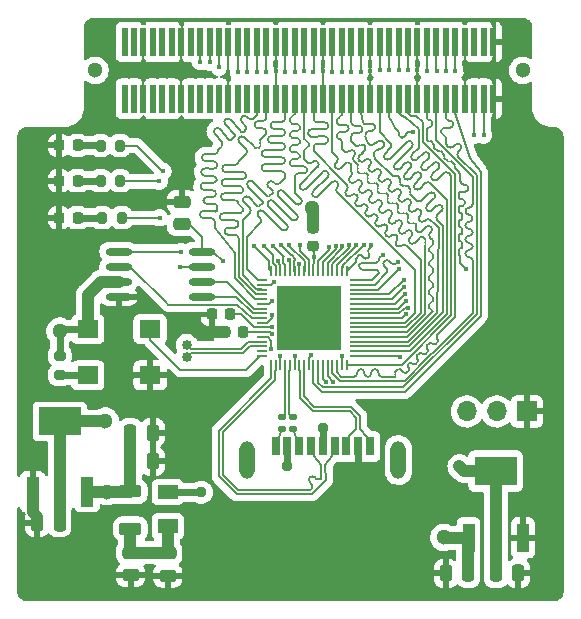
<source format=gbr>
%TF.GenerationSoftware,KiCad,Pcbnew,6.0.4-6f826c9f35~116~ubuntu20.04.1*%
%TF.CreationDate,2022-04-12T10:14:22+07:00*%
%TF.ProjectId,CH569Board,43483536-3942-46f6-9172-642e6b696361,rev?*%
%TF.SameCoordinates,Original*%
%TF.FileFunction,Copper,L1,Top*%
%TF.FilePolarity,Positive*%
%FSLAX46Y46*%
G04 Gerber Fmt 4.6, Leading zero omitted, Abs format (unit mm)*
G04 Created by KiCad (PCBNEW 6.0.4-6f826c9f35~116~ubuntu20.04.1) date 2022-04-12 10:14:22*
%MOMM*%
%LPD*%
G01*
G04 APERTURE LIST*
G04 Aperture macros list*
%AMRoundRect*
0 Rectangle with rounded corners*
0 $1 Rounding radius*
0 $2 $3 $4 $5 $6 $7 $8 $9 X,Y pos of 4 corners*
0 Add a 4 corners polygon primitive as box body*
4,1,4,$2,$3,$4,$5,$6,$7,$8,$9,$2,$3,0*
0 Add four circle primitives for the rounded corners*
1,1,$1+$1,$2,$3*
1,1,$1+$1,$4,$5*
1,1,$1+$1,$6,$7*
1,1,$1+$1,$8,$9*
0 Add four rect primitives between the rounded corners*
20,1,$1+$1,$2,$3,$4,$5,0*
20,1,$1+$1,$4,$5,$6,$7,0*
20,1,$1+$1,$6,$7,$8,$9,0*
20,1,$1+$1,$8,$9,$2,$3,0*%
G04 Aperture macros list end*
%TA.AperFunction,ComponentPad*%
%ADD10C,1.300000*%
%TD*%
%TA.AperFunction,SMDPad,CuDef*%
%ADD11R,0.500000X2.400000*%
%TD*%
%TA.AperFunction,SMDPad,CuDef*%
%ADD12RoundRect,0.140000X-0.170000X0.140000X-0.170000X-0.140000X0.170000X-0.140000X0.170000X0.140000X0*%
%TD*%
%TA.AperFunction,SMDPad,CuDef*%
%ADD13RoundRect,0.225000X0.225000X0.250000X-0.225000X0.250000X-0.225000X-0.250000X0.225000X-0.250000X0*%
%TD*%
%TA.AperFunction,SMDPad,CuDef*%
%ADD14RoundRect,0.250000X0.250000X0.475000X-0.250000X0.475000X-0.250000X-0.475000X0.250000X-0.475000X0*%
%TD*%
%TA.AperFunction,SMDPad,CuDef*%
%ADD15RoundRect,0.200000X-0.200000X-0.275000X0.200000X-0.275000X0.200000X0.275000X-0.200000X0.275000X0*%
%TD*%
%TA.AperFunction,SMDPad,CuDef*%
%ADD16RoundRect,0.250000X-0.250000X-0.475000X0.250000X-0.475000X0.250000X0.475000X-0.250000X0.475000X0*%
%TD*%
%TA.AperFunction,SMDPad,CuDef*%
%ADD17RoundRect,0.250000X0.475000X-0.250000X0.475000X0.250000X-0.475000X0.250000X-0.475000X-0.250000X0*%
%TD*%
%TA.AperFunction,SMDPad,CuDef*%
%ADD18RoundRect,0.218750X-0.218750X-0.256250X0.218750X-0.256250X0.218750X0.256250X-0.218750X0.256250X0*%
%TD*%
%TA.AperFunction,SMDPad,CuDef*%
%ADD19RoundRect,0.200000X-0.275000X0.200000X-0.275000X-0.200000X0.275000X-0.200000X0.275000X0.200000X0*%
%TD*%
%TA.AperFunction,ComponentPad*%
%ADD20R,1.700000X1.700000*%
%TD*%
%TA.AperFunction,ComponentPad*%
%ADD21O,1.700000X1.700000*%
%TD*%
%TA.AperFunction,SMDPad,CuDef*%
%ADD22R,1.800000X1.500000*%
%TD*%
%TA.AperFunction,SMDPad,CuDef*%
%ADD23R,0.700000X1.600000*%
%TD*%
%TA.AperFunction,ComponentPad*%
%ADD24O,1.300000X3.200000*%
%TD*%
%TA.AperFunction,SMDPad,CuDef*%
%ADD25R,0.980000X2.470000*%
%TD*%
%TA.AperFunction,SMDPad,CuDef*%
%ADD26R,3.600000X2.470000*%
%TD*%
%TA.AperFunction,SMDPad,CuDef*%
%ADD27R,1.730000X1.190000*%
%TD*%
%TA.AperFunction,SMDPad,CuDef*%
%ADD28RoundRect,0.225000X0.250000X-0.225000X0.250000X0.225000X-0.250000X0.225000X-0.250000X-0.225000X0*%
%TD*%
%TA.AperFunction,SMDPad,CuDef*%
%ADD29O,2.250000X0.630000*%
%TD*%
%TA.AperFunction,ComponentPad*%
%ADD30C,0.850000*%
%TD*%
%TA.AperFunction,ComponentPad*%
%ADD31O,0.850000X0.850000*%
%TD*%
%TA.AperFunction,SMDPad,CuDef*%
%ADD32R,1.100000X2.500000*%
%TD*%
%TA.AperFunction,SMDPad,CuDef*%
%ADD33R,3.600000X2.340000*%
%TD*%
%TA.AperFunction,SMDPad,CuDef*%
%ADD34O,0.200000X0.900000*%
%TD*%
%TA.AperFunction,SMDPad,CuDef*%
%ADD35O,0.900000X0.200000*%
%TD*%
%TA.AperFunction,SMDPad,CuDef*%
%ADD36R,5.500000X5.500000*%
%TD*%
%TA.AperFunction,SMDPad,CuDef*%
%ADD37RoundRect,0.250000X-0.475000X0.250000X-0.475000X-0.250000X0.475000X-0.250000X0.475000X0.250000X0*%
%TD*%
%TA.AperFunction,SMDPad,CuDef*%
%ADD38RoundRect,0.250000X-0.700000X0.275000X-0.700000X-0.275000X0.700000X-0.275000X0.700000X0.275000X0*%
%TD*%
%TA.AperFunction,ViaPad*%
%ADD39C,0.450000*%
%TD*%
%TA.AperFunction,ViaPad*%
%ADD40C,0.950000*%
%TD*%
%TA.AperFunction,ViaPad*%
%ADD41C,1.300000*%
%TD*%
%TA.AperFunction,Conductor*%
%ADD42C,0.205740*%
%TD*%
%TA.AperFunction,Conductor*%
%ADD43C,0.600000*%
%TD*%
%TA.AperFunction,Conductor*%
%ADD44C,1.000000*%
%TD*%
%TA.AperFunction,Conductor*%
%ADD45C,0.200000*%
%TD*%
%TA.AperFunction,Conductor*%
%ADD46C,0.150000*%
%TD*%
G04 APERTURE END LIST*
D10*
%TO.P,CN1,*%
%TO.N,*%
X143710000Y-82390000D03*
X107510000Y-82390000D03*
D11*
%TO.P,CN1,1,1*%
%TO.N,GND*%
X141210000Y-79990000D03*
%TO.P,CN1,2,2*%
X141210000Y-84790000D03*
%TO.P,CN1,3,3*%
%TO.N,unconnected-(CN1-Pad3)*%
X140410000Y-79990000D03*
%TO.P,CN1,4,4*%
%TO.N,/HD10*%
X140410000Y-84790000D03*
%TO.P,CN1,5,5*%
%TO.N,unconnected-(CN1-Pad5)*%
X139610000Y-79990000D03*
%TO.P,CN1,6,6*%
%TO.N,/HD11*%
X139610000Y-84790000D03*
%TO.P,CN1,7,7*%
%TO.N,GND*%
X138810000Y-79990000D03*
%TO.P,CN1,8,8*%
X138810000Y-84790000D03*
%TO.P,CN1,9,9*%
%TO.N,/HD12*%
X138010000Y-79990000D03*
%TO.P,CN1,10,10*%
%TO.N,/HRCLK*%
X138010000Y-84790000D03*
%TO.P,CN1,11,11*%
%TO.N,/HD13*%
X137210000Y-79990000D03*
%TO.P,CN1,12,12*%
%TO.N,/HRACK*%
X137210000Y-84790000D03*
%TO.P,CN1,13,13*%
%TO.N,/HD14*%
X136410000Y-79990000D03*
%TO.P,CN1,14,14*%
%TO.N,/HRVLD*%
X136410000Y-84790000D03*
%TO.P,CN1,15,15*%
%TO.N,/HD15*%
X135610000Y-79990000D03*
%TO.P,CN1,16,16*%
%TO.N,/HTRDY*%
X135610000Y-84790000D03*
%TO.P,CN1,17,17*%
%TO.N,GND*%
X134810000Y-79990000D03*
%TO.P,CN1,18,18*%
X134810000Y-84790000D03*
%TO.P,CN1,19,19*%
%TO.N,/HD16*%
X134010000Y-79990000D03*
%TO.P,CN1,20,20*%
%TO.N,/HD0*%
X134010000Y-84790000D03*
%TO.P,CN1,21,21*%
%TO.N,/HD17*%
X133210000Y-79990000D03*
%TO.P,CN1,22,22*%
%TO.N,/HD1*%
X133210000Y-84790000D03*
%TO.P,CN1,23,23*%
%TO.N,/HD18*%
X132410000Y-79990000D03*
%TO.P,CN1,24,24*%
%TO.N,/HD2*%
X132410000Y-84790000D03*
%TO.P,CN1,25,25*%
%TO.N,/HD19*%
X131610000Y-79990000D03*
%TO.P,CN1,26,26*%
%TO.N,/HD3*%
X131610000Y-84790000D03*
%TO.P,CN1,27,27*%
%TO.N,GND*%
X130810000Y-79990000D03*
%TO.P,CN1,28,28*%
X130810000Y-84790000D03*
%TO.P,CN1,29,29*%
%TO.N,/HD20*%
X130010000Y-79990000D03*
%TO.P,CN1,30,30*%
%TO.N,/HD4*%
X130010000Y-84790000D03*
%TO.P,CN1,31,31*%
%TO.N,/HD21*%
X129210000Y-79990000D03*
%TO.P,CN1,32,32*%
%TO.N,/HD5*%
X129210000Y-84790000D03*
%TO.P,CN1,33,33*%
%TO.N,/HD22*%
X128410000Y-79990000D03*
%TO.P,CN1,34,34*%
%TO.N,/HD6*%
X128410000Y-84790000D03*
%TO.P,CN1,35,35*%
%TO.N,/HD23*%
X127610000Y-79990000D03*
%TO.P,CN1,36,36*%
%TO.N,/HD7*%
X127610000Y-84790000D03*
%TO.P,CN1,37,37*%
%TO.N,GND*%
X126810000Y-79990000D03*
%TO.P,CN1,38,38*%
X126810000Y-84790000D03*
%TO.P,CN1,39,39*%
%TO.N,/HD24*%
X126010000Y-79990000D03*
%TO.P,CN1,40,40*%
%TO.N,/HD8*%
X126010000Y-84790000D03*
%TO.P,CN1,41,41*%
%TO.N,/HD25*%
X125210000Y-79990000D03*
%TO.P,CN1,42,42*%
%TO.N,/HD9*%
X125210000Y-84790000D03*
%TO.P,CN1,43,43*%
%TO.N,/HD26*%
X124410000Y-79990000D03*
%TO.P,CN1,44,44*%
%TO.N,/HTVLD*%
X124410000Y-84790000D03*
%TO.P,CN1,45,45*%
%TO.N,/HD27*%
X123610000Y-79990000D03*
%TO.P,CN1,46,46*%
%TO.N,/HTREQ*%
X123610000Y-84790000D03*
%TO.P,CN1,47,47*%
%TO.N,GND*%
X122810000Y-79990000D03*
%TO.P,CN1,48,48*%
X122810000Y-84790000D03*
%TO.P,CN1,49,49*%
%TO.N,/HD28*%
X122010000Y-79990000D03*
%TO.P,CN1,50,50*%
%TO.N,/HTACK{slash}TCK*%
X122010000Y-84790000D03*
%TO.P,CN1,51,51*%
%TO.N,/HD29*%
X121210000Y-79990000D03*
%TO.P,CN1,52,52*%
%TO.N,/HTCLK{slash}TIO*%
X121210000Y-84790000D03*
%TO.P,CN1,53,53*%
%TO.N,/HD30*%
X120410000Y-79990000D03*
%TO.P,CN1,54,54*%
%TO.N,unconnected-(CN1-Pad54)*%
X120410000Y-84790000D03*
%TO.P,CN1,55,55*%
%TO.N,/HD31*%
X119610000Y-79990000D03*
%TO.P,CN1,56,56*%
%TO.N,unconnected-(CN1-Pad56)*%
X119610000Y-84790000D03*
%TO.P,CN1,57,57*%
%TO.N,GND*%
X118810000Y-79990000D03*
%TO.P,CN1,58,58*%
X118810000Y-84790000D03*
%TO.P,CN1,59,59*%
%TO.N,/LED2*%
X118010000Y-79990000D03*
%TO.P,CN1,60,60*%
%TO.N,unconnected-(CN1-Pad60)*%
X118010000Y-84790000D03*
%TO.P,CN1,61,61*%
%TO.N,/LED1*%
X117210000Y-79990000D03*
%TO.P,CN1,62,62*%
%TO.N,unconnected-(CN1-Pad62)*%
X117210000Y-84790000D03*
%TO.P,CN1,63,63*%
%TO.N,/LED0*%
X116410000Y-79990000D03*
%TO.P,CN1,64,64*%
%TO.N,unconnected-(CN1-Pad64)*%
X116410000Y-84790000D03*
%TO.P,CN1,65,65*%
%TO.N,unconnected-(CN1-Pad65)*%
X115610000Y-79990000D03*
%TO.P,CN1,66,66*%
%TO.N,unconnected-(CN1-Pad66)*%
X115610000Y-84790000D03*
%TO.P,CN1,67,67*%
%TO.N,GND*%
X114810000Y-79990000D03*
%TO.P,CN1,68,68*%
X114810000Y-84790000D03*
%TO.P,CN1,69,69*%
%TO.N,unconnected-(CN1-Pad69)*%
X114010000Y-79990000D03*
%TO.P,CN1,70,70*%
%TO.N,unconnected-(CN1-Pad70)*%
X114010000Y-84790000D03*
%TO.P,CN1,71,71*%
%TO.N,unconnected-(CN1-Pad71)*%
X113210000Y-79990000D03*
%TO.P,CN1,72,72*%
%TO.N,unconnected-(CN1-Pad72)*%
X113210000Y-84790000D03*
%TO.P,CN1,73,73*%
%TO.N,unconnected-(CN1-Pad73)*%
X112410000Y-79990000D03*
%TO.P,CN1,74,74*%
%TO.N,unconnected-(CN1-Pad74)*%
X112410000Y-84790000D03*
%TO.P,CN1,75,75*%
%TO.N,GND*%
X111610000Y-79990000D03*
%TO.P,CN1,76,76*%
X111610000Y-84790000D03*
%TO.P,CN1,77,77*%
%TO.N,unconnected-(CN1-Pad77)*%
X110810000Y-79990000D03*
%TO.P,CN1,78,78*%
%TO.N,unconnected-(CN1-Pad78)*%
X110810000Y-84790000D03*
%TO.P,CN1,79,79*%
%TO.N,unconnected-(CN1-Pad79)*%
X110010000Y-79990000D03*
%TO.P,CN1,80,80*%
%TO.N,unconnected-(CN1-Pad80)*%
X110010000Y-84790000D03*
%TD*%
D12*
%TO.P,C13,1*%
%TO.N,/SSTX+*%
X123342400Y-111780000D03*
%TO.P,C13,2*%
%TO.N,/STDA_SSTX+*%
X123342400Y-112740000D03*
%TD*%
D13*
%TO.P,C19,1*%
%TO.N,+1V2*%
X120025000Y-104570000D03*
%TO.P,C19,2*%
%TO.N,GND*%
X118475000Y-104570000D03*
%TD*%
D14*
%TO.P,C2,1*%
%TO.N,GND*%
X112405000Y-113069400D03*
%TO.P,C2,2*%
%TO.N,+5V*%
X110505000Y-113069400D03*
%TD*%
D13*
%TO.P,C16,1*%
%TO.N,+3V3*%
X118955000Y-103060000D03*
%TO.P,C16,2*%
%TO.N,GND*%
X117405000Y-103060000D03*
%TD*%
D15*
%TO.P,R4,1*%
%TO.N,Net-(R4-Pad1)*%
X108115000Y-94870000D03*
%TO.P,R4,2*%
%TO.N,/LED0*%
X109765000Y-94870000D03*
%TD*%
D16*
%TO.P,C1,1*%
%TO.N,GND*%
X102610000Y-120680000D03*
%TO.P,C1,2*%
%TO.N,+3V3*%
X104510000Y-120680000D03*
%TD*%
D12*
%TO.P,C12,1*%
%TO.N,/SSTX-*%
X124262400Y-111780000D03*
%TO.P,C12,2*%
%TO.N,/STDA_SSTX-*%
X124262400Y-112740000D03*
%TD*%
D16*
%TO.P,C7,1*%
%TO.N,GND*%
X137220000Y-124980000D03*
%TO.P,C7,2*%
%TO.N,+5V*%
X139120000Y-124980000D03*
%TD*%
D17*
%TO.P,C14,1*%
%TO.N,/VIO*%
X114840000Y-95420000D03*
%TO.P,C14,2*%
%TO.N,GND*%
X114840000Y-93520000D03*
%TD*%
D18*
%TO.P,D2,1,K*%
%TO.N,GND*%
X104462500Y-91750000D03*
%TO.P,D2,2,A*%
%TO.N,Net-(R3-Pad1)*%
X106037500Y-91750000D03*
%TD*%
%TO.P,D1,1,K*%
%TO.N,GND*%
X104456250Y-88750000D03*
%TO.P,D1,2,A*%
%TO.N,Net-(R2-Pad1)*%
X106031250Y-88750000D03*
%TD*%
D14*
%TO.P,C6,1*%
%TO.N,GND*%
X143350000Y-124980000D03*
%TO.P,C6,2*%
%TO.N,+1V2*%
X141450000Y-124980000D03*
%TD*%
D17*
%TO.P,C5,1*%
%TO.N,GND*%
X113680000Y-125170000D03*
%TO.P,C5,2*%
%TO.N,/5V_FILTER*%
X113680000Y-123270000D03*
%TD*%
D19*
%TO.P,R1,1*%
%TO.N,+3V3*%
X104540000Y-106550000D03*
%TO.P,R1,2*%
%TO.N,Net-(R1-Pad2)*%
X104540000Y-108200000D03*
%TD*%
D20*
%TO.P,J2,1,Pin_1*%
%TO.N,GND*%
X144075000Y-111275000D03*
D21*
%TO.P,J2,2,Pin_2*%
%TO.N,/RXD*%
X141535000Y-111275000D03*
%TO.P,J2,3,Pin_3*%
%TO.N,/TXD*%
X138995000Y-111275000D03*
%TD*%
D22*
%TO.P,X1,1,E/D*%
%TO.N,Net-(R1-Pad2)*%
X106895000Y-108215000D03*
%TO.P,X1,2,GND*%
%TO.N,GND*%
X112175000Y-108215000D03*
%TO.P,X1,3,OUT*%
%TO.N,/XI*%
X112175000Y-104315000D03*
%TO.P,X1,4,VDD*%
%TO.N,+3V3*%
X106895000Y-104315000D03*
%TD*%
D14*
%TO.P,C3,1*%
%TO.N,GND*%
X112405000Y-115482400D03*
%TO.P,C3,2*%
%TO.N,+5V*%
X110505000Y-115482400D03*
%TD*%
D23*
%TO.P,USB1,1,VBUS*%
%TO.N,/VBUS*%
X123800000Y-114230007D03*
%TO.P,USB1,2,D-*%
%TO.N,/D-*%
X125800000Y-114230007D03*
%TO.P,USB1,3,D+*%
%TO.N,/D+*%
X127800000Y-114230007D03*
%TO.P,USB1,4,GND*%
%TO.N,GND*%
X129800000Y-114230007D03*
%TO.P,USB1,5,STDA_SSRX-*%
%TO.N,/SSRX-*%
X130800000Y-114230007D03*
%TO.P,USB1,6,STDA_SSRX+*%
%TO.N,/SSRX+*%
X128800000Y-114230007D03*
%TO.P,USB1,7,GND_DRAIN*%
%TO.N,GND*%
X126800000Y-114230007D03*
%TO.P,USB1,8,STDA_SSTX-*%
%TO.N,/STDA_SSTX-*%
X124800000Y-114230007D03*
%TO.P,USB1,9,STDA_SSTX+*%
%TO.N,/STDA_SSTX+*%
X122800000Y-114230007D03*
D24*
%TO.P,USB1,10,10*%
%TO.N,unconnected-(USB1-Pad10)*%
X120400000Y-115390007D03*
%TO.P,USB1,11,11*%
%TO.N,unconnected-(USB1-Pad11)*%
X133200000Y-115390007D03*
%TD*%
D15*
%TO.P,R3,1*%
%TO.N,Net-(R3-Pad1)*%
X108005000Y-91750000D03*
%TO.P,R3,2*%
%TO.N,/LED1*%
X109655000Y-91750000D03*
%TD*%
D18*
%TO.P,D3,1,K*%
%TO.N,GND*%
X104462500Y-94870000D03*
%TO.P,D3,2,A*%
%TO.N,Net-(R4-Pad1)*%
X106037500Y-94870000D03*
%TD*%
D25*
%TO.P,U3,1,In*%
%TO.N,+5V*%
X139134000Y-121978000D03*
%TO.P,U3,2,Out*%
%TO.N,+1V2*%
X141434000Y-121978000D03*
%TO.P,U3,3,GND*%
%TO.N,GND*%
X143734000Y-121978000D03*
D26*
%TO.P,U3,4,TAB*%
%TO.N,+1V2*%
X141434000Y-116318000D03*
%TD*%
D15*
%TO.P,R2,1*%
%TO.N,Net-(R2-Pad1)*%
X107978750Y-88760000D03*
%TO.P,R2,2*%
%TO.N,/LED2*%
X109628750Y-88760000D03*
%TD*%
D27*
%TO.P,F1,1,1*%
%TO.N,/5V_FILTER*%
X113680000Y-120996400D03*
%TO.P,F1,2,2*%
%TO.N,/VBUS*%
X113680000Y-118096400D03*
%TD*%
D28*
%TO.P,C15,1*%
%TO.N,/VIO*%
X126000000Y-97265000D03*
%TO.P,C15,2*%
%TO.N,GND*%
X126000000Y-95715000D03*
%TD*%
D29*
%TO.P,U4,1,CS#*%
%TO.N,/CS*%
X109510000Y-97737500D03*
%TO.P,U4,2,DO\uFF08IO1\uFF09*%
%TO.N,/MISO*%
X109510000Y-99017500D03*
%TO.P,U4,3,IO2*%
%TO.N,+3V3*%
X109510000Y-100277500D03*
%TO.P,U4,4,GND*%
%TO.N,GND*%
X109510000Y-101547500D03*
%TO.P,U4,5,DI\uFF08IO0\uFF09*%
%TO.N,/MOSI*%
X116570000Y-101547500D03*
%TO.P,U4,6,CLK*%
%TO.N,/SCLK*%
X116570000Y-100277500D03*
%TO.P,U4,7,IO3*%
%TO.N,+3V3*%
X116570000Y-99017500D03*
%TO.P,U4,8,VCC*%
%TO.N,/VIO*%
X116570000Y-97737500D03*
%TD*%
D30*
%TO.P,J1,1,Pin_1*%
%TO.N,/GX+*%
X115275000Y-106625000D03*
D31*
%TO.P,J1,2,Pin_2*%
%TO.N,/GX-*%
X115275000Y-105625000D03*
%TD*%
D32*
%TO.P,U1,1,GND/ADJ*%
%TO.N,GND*%
X102239000Y-118062000D03*
%TO.P,U1,2,Vout*%
%TO.N,+3V3*%
X104539000Y-118062000D03*
%TO.P,U1,3,Vin*%
%TO.N,+5V*%
X106839000Y-118062000D03*
D33*
%TO.P,U1,4,Vout*%
%TO.N,+3V3*%
X104539000Y-112122000D03*
%TD*%
D34*
%TO.P,U2,1,UD+*%
%TO.N,/D+*%
X122402600Y-107310000D03*
%TO.P,U2,2,UD-*%
%TO.N,/D-*%
X122802600Y-107310000D03*
%TO.P,U2,3,V33USB*%
%TO.N,+3V3*%
X123202600Y-107310000D03*
%TO.P,U2,4,SSTXA*%
%TO.N,/SSTX+*%
X123602600Y-107310000D03*
%TO.P,U2,5,SSTXB*%
%TO.N,/SSTX-*%
X124002600Y-107310000D03*
%TO.P,U2,6,V12USB*%
%TO.N,+1V2*%
X124402600Y-107310000D03*
%TO.P,U2,7,SSRXA*%
%TO.N,/SSRX+*%
X124802600Y-107310000D03*
%TO.P,U2,8,SSRXB*%
%TO.N,/SSRX-*%
X125202600Y-107310000D03*
%TO.P,U2,9,V12CORE*%
%TO.N,+1V2*%
X125602600Y-107310000D03*
%TO.P,U2,10,PA19*%
%TO.N,/HRCLK*%
X126002600Y-107310000D03*
%TO.P,U2,11,PA18*%
%TO.N,/HRACK*%
X126402600Y-107310000D03*
%TO.P,U2,12,PA8*%
%TO.N,/TXD*%
X126802600Y-107310000D03*
%TO.P,U2,13,PA7*%
%TO.N,/RXD*%
X127202600Y-107310000D03*
%TO.P,U2,14,PA6*%
%TO.N,/HRVLD*%
X127602600Y-107310000D03*
%TO.P,U2,15,PA5*%
%TO.N,/HD0*%
X128002600Y-107310000D03*
%TO.P,U2,16,VDDIO*%
%TO.N,/VIO*%
X128402600Y-107310000D03*
%TO.P,U2,17,PA4*%
%TO.N,/HD1*%
X128802600Y-107310000D03*
D35*
%TO.P,U2,18,PA23*%
%TO.N,/HTRDY*%
X129552600Y-106560000D03*
%TO.P,U2,19,PA3*%
%TO.N,/HD3*%
X129552600Y-106160000D03*
%TO.P,U2,20,PA2*%
%TO.N,/HD4*%
X129552600Y-105760000D03*
%TO.P,U2,21,PA1*%
%TO.N,/HD5*%
X129552600Y-105360000D03*
%TO.P,U2,22,PA0*%
%TO.N,/HD6*%
X129552600Y-104960000D03*
%TO.P,U2,23,PB21*%
%TO.N,/HD7*%
X129552600Y-104560000D03*
%TO.P,U2,24,PB20*%
%TO.N,/HD8*%
X129552600Y-104160000D03*
%TO.P,U2,25,PB19*%
%TO.N,/HD9*%
X129552600Y-103760000D03*
%TO.P,U2,26,PB18*%
%TO.N,/HD10*%
X129552600Y-103360000D03*
%TO.P,U2,27,PB17*%
%TO.N,/HD11*%
X129552600Y-102960000D03*
%TO.P,U2,28,PA17*%
%TO.N,/HD12*%
X129552600Y-102560000D03*
%TO.P,U2,29,PB16*%
%TO.N,/HD13*%
X129552600Y-102160000D03*
%TO.P,U2,30,PB15*%
%TO.N,/HD14*%
X129552600Y-101760000D03*
%TO.P,U2,31,PB14*%
%TO.N,/HD15*%
X129552600Y-101360000D03*
%TO.P,U2,32,PB0*%
%TO.N,/HD16*%
X129552600Y-100960000D03*
%TO.P,U2,33,PB1*%
%TO.N,/HD17*%
X129552600Y-100560000D03*
%TO.P,U2,34,PB2*%
%TO.N,/HD18*%
X129552600Y-100160000D03*
D34*
%TO.P,U2,35,PA20*%
%TO.N,/HD19*%
X128802600Y-99410000D03*
%TO.P,U2,36,PB3*%
%TO.N,/HD20*%
X128402600Y-99410000D03*
%TO.P,U2,37,PB4*%
%TO.N,/HD21*%
X128002600Y-99410000D03*
%TO.P,U2,38,PB5*%
%TO.N,/HD22*%
X127602600Y-99410000D03*
%TO.P,U2,39,PB6*%
%TO.N,/HD23*%
X127202600Y-99410000D03*
%TO.P,U2,40,PA16*%
%TO.N,/HD24*%
X126802600Y-99410000D03*
%TO.P,U2,41,PB7*%
%TO.N,/HD25*%
X126402600Y-99410000D03*
%TO.P,U2,42,VDDIO*%
%TO.N,/VIO*%
X126002600Y-99410000D03*
%TO.P,U2,43,PB8*%
%TO.N,/HD26*%
X125602600Y-99410000D03*
%TO.P,U2,44,PB9*%
%TO.N,/HD27*%
X125202600Y-99410000D03*
%TO.P,U2,45,PB22*%
%TO.N,/LED0*%
X124802600Y-99410000D03*
%TO.P,U2,46,PB10*%
%TO.N,/HD28*%
X124402600Y-99410000D03*
%TO.P,U2,47,PB23*%
%TO.N,/LED1*%
X124002600Y-99410000D03*
%TO.P,U2,48,PB11*%
%TO.N,/HD29*%
X123602600Y-99410000D03*
%TO.P,U2,49,PB24*%
%TO.N,/LED2*%
X123202600Y-99410000D03*
%TO.P,U2,50,PB12*%
%TO.N,/HD30*%
X122802600Y-99410000D03*
%TO.P,U2,51,PB13*%
%TO.N,/HD31*%
X122402600Y-99410000D03*
D35*
%TO.P,U2,52,PA21*%
%TO.N,/HTVLD*%
X121652600Y-100160000D03*
%TO.P,U2,53,PA22*%
%TO.N,/HD2*%
X121652600Y-100560000D03*
%TO.P,U2,54,PA9*%
%TO.N,/HTREQ*%
X121652600Y-100960000D03*
%TO.P,U2,55,PA10*%
%TO.N,/HTACK{slash}TCK*%
X121652600Y-101360000D03*
%TO.P,U2,56,PA11*%
%TO.N,/HTCLK{slash}TIO*%
X121652600Y-101760000D03*
%TO.P,U2,57,PA12*%
%TO.N,/CS*%
X121652600Y-102160000D03*
%TO.P,U2,58,PA13*%
%TO.N,/SCLK*%
X121652600Y-102560000D03*
%TO.P,U2,59,PA14*%
%TO.N,/MOSI*%
X121652600Y-102960000D03*
%TO.P,U2,60,PA15*%
%TO.N,/MISO*%
X121652600Y-103360000D03*
%TO.P,U2,61,VDDIO*%
%TO.N,/VIO*%
X121652600Y-103760000D03*
%TO.P,U2,62,V33LDO*%
%TO.N,+3V3*%
X121652600Y-104160000D03*
%TO.P,U2,63,V12CORE*%
%TO.N,+1V2*%
X121652600Y-104560000D03*
%TO.P,U2,64,V33GX*%
%TO.N,+3V3*%
X121652600Y-104960000D03*
%TO.P,U2,65,GXM*%
%TO.N,/GX-*%
X121652600Y-105360000D03*
%TO.P,U2,66,GXP*%
%TO.N,/GX+*%
X121652600Y-105760000D03*
%TO.P,U2,67,XO*%
%TO.N,unconnected-(U2-Pad67)*%
X121652600Y-106160000D03*
%TO.P,U2,68,XI*%
%TO.N,/XI*%
X121652600Y-106560000D03*
D36*
%TO.P,U2,69,GND*%
%TO.N,GND*%
X125602600Y-103360000D03*
%TD*%
D37*
%TO.P,C4,1*%
%TO.N,/5V_FILTER*%
X110530400Y-123219200D03*
%TO.P,C4,2*%
%TO.N,GND*%
X110530400Y-125119200D03*
%TD*%
D38*
%TO.P,FB1,1*%
%TO.N,+5V*%
X110505000Y-118047400D03*
%TO.P,FB1,2*%
%TO.N,/5V_FILTER*%
X110505000Y-121197400D03*
%TD*%
D39*
%TO.N,GND*%
X110520000Y-126730000D03*
X126810000Y-82460000D03*
X145050000Y-121950000D03*
D40*
X117023147Y-104516260D03*
X127711200Y-105521000D03*
D39*
X118170000Y-119510000D03*
X116240000Y-112310000D03*
D40*
X127711200Y-104454200D03*
D39*
X135850000Y-124950000D03*
D40*
X123444000Y-103362000D03*
D39*
X130820000Y-82450000D03*
X113680000Y-126720000D03*
X109540000Y-82520000D03*
X102580000Y-122560000D03*
X139827000Y-106553000D03*
D41*
X118790000Y-109750000D03*
D40*
X129780000Y-115940000D03*
X124510800Y-102295200D03*
D39*
X117620000Y-110660000D03*
D40*
X126644400Y-102320600D03*
D39*
X109510000Y-102680000D03*
X102320000Y-90180000D03*
X141986000Y-90678000D03*
X123750000Y-119540000D03*
X135330000Y-110590000D03*
D40*
X124510800Y-104428800D03*
X123444000Y-104428800D03*
D39*
X142990000Y-94170000D03*
X141986000Y-97663000D03*
D40*
X123444000Y-105495600D03*
D39*
X114840000Y-78450000D03*
D40*
X125577600Y-105495600D03*
D39*
X109540000Y-87200000D03*
X141953756Y-100853519D03*
X116230000Y-114580000D03*
D40*
X123444000Y-102295200D03*
D39*
X136220000Y-117640000D03*
D41*
X125848191Y-94020630D03*
D39*
X144525000Y-124990000D03*
X138810000Y-82390000D03*
X101370000Y-120690000D03*
D40*
X124510800Y-101203000D03*
D39*
X129840000Y-119470000D03*
X116190000Y-116320000D03*
X102220000Y-115860000D03*
X107670000Y-84820000D03*
X111610000Y-82500000D03*
D40*
X126820000Y-112680000D03*
X124510800Y-103362000D03*
X125577600Y-103362000D03*
D39*
X122810000Y-82450000D03*
X132440000Y-112320000D03*
D40*
X126644400Y-103387400D03*
X125577600Y-102295200D03*
X123444000Y-101203000D03*
D39*
X141986000Y-87376000D03*
X102250000Y-96690000D03*
X138176000Y-107950000D03*
X143040000Y-84800000D03*
D40*
X125577600Y-104428800D03*
D39*
X143040000Y-80040000D03*
D40*
X126644400Y-105521000D03*
D39*
X102270000Y-93470000D03*
D40*
X127711200Y-103387400D03*
D39*
X134810000Y-82380000D03*
X141986000Y-104394000D03*
D40*
X124510800Y-105495600D03*
D39*
X107610000Y-79950000D03*
D40*
X126644400Y-101228400D03*
X126644400Y-104454200D03*
D39*
X112180000Y-110660000D03*
X118810000Y-82490000D03*
D40*
X125577600Y-101203000D03*
X127711200Y-102320600D03*
X127711200Y-101228400D03*
D41*
%TO.N,+3V3*%
X108370000Y-112090000D03*
D39*
X114710000Y-99080000D03*
D41*
X104540000Y-104460000D03*
D39*
X123200000Y-106550000D03*
X122450000Y-106000000D03*
X122480000Y-104080000D03*
D41*
%TO.N,+5V*%
X108528000Y-118062000D03*
X137040000Y-121940000D03*
D39*
%TO.N,+1V2*%
X122500000Y-104680000D03*
X125790000Y-106510000D03*
X124400000Y-106560000D03*
D40*
X138360000Y-115910000D03*
D39*
%TO.N,/VIO*%
X126030000Y-98230000D03*
X122490000Y-103110000D03*
X118370000Y-98570000D03*
X128380000Y-106550000D03*
%TO.N,/CS*%
X114760000Y-97730000D03*
X122490000Y-101930000D03*
%TO.N,/HD2*%
X122675000Y-100275000D03*
X134420000Y-87640000D03*
%TO.N,/HD18*%
X132400000Y-82400000D03*
X131930000Y-98030000D03*
%TO.N,/HD17*%
X133169029Y-98595816D03*
X133225000Y-82400000D03*
%TO.N,/HD16*%
X133219262Y-99188160D03*
X134000000Y-82400000D03*
%TO.N,/HD15*%
X133637768Y-100128917D03*
X135625000Y-82425000D03*
%TO.N,/HD14*%
X133678099Y-100731164D03*
X136425000Y-82425000D03*
%TO.N,/HD13*%
X137225000Y-82425000D03*
X133775000Y-101325000D03*
%TO.N,/HD12*%
X138000000Y-82425000D03*
X133817712Y-101951384D03*
%TO.N,/HD11*%
X139598400Y-87884000D03*
X133993549Y-102500416D03*
%TO.N,/HD10*%
X140411200Y-87884000D03*
X133822478Y-103050952D03*
%TO.N,/HTRDY*%
X133340000Y-106640000D03*
X138920000Y-99200000D03*
%TO.N,/HD19*%
X131600000Y-82400000D03*
X130850000Y-97200000D03*
%TO.N,/HD20*%
X130250000Y-97175000D03*
X130000000Y-82500000D03*
%TO.N,/HD21*%
X129604047Y-97152549D03*
X129200000Y-82500000D03*
%TO.N,/HD23*%
X128462025Y-97301824D03*
X127600000Y-82500000D03*
%TO.N,/HD25*%
X125225000Y-82475000D03*
X127317823Y-97370467D03*
%TO.N,/HD27*%
X123950000Y-97200000D03*
X123600000Y-82500000D03*
%TO.N,/LED0*%
X116410000Y-81660000D03*
X112975000Y-94875000D03*
X124810000Y-98790000D03*
%TO.N,/HD28*%
X123250000Y-97210000D03*
X122025000Y-82500000D03*
%TO.N,/LED1*%
X117220000Y-81690000D03*
X112945711Y-91770711D03*
X123903686Y-98486251D03*
%TO.N,/HD29*%
X122580000Y-97280000D03*
X121200000Y-82500000D03*
%TO.N,/LED2*%
X122994945Y-98521196D03*
X118010000Y-82120000D03*
X113260000Y-90930000D03*
%TO.N,/HD30*%
X121825000Y-97300000D03*
X120400000Y-82500000D03*
%TO.N,/HD31*%
X120950000Y-97250000D03*
X119600000Y-82500000D03*
%TO.N,/TXD*%
X127029324Y-108749973D03*
%TO.N,/RXD*%
X127680000Y-108760000D03*
D40*
%TO.N,/VBUS*%
X116500000Y-118120000D03*
X123780000Y-115870000D03*
D39*
%TO.N,/HD22*%
X129029532Y-97200378D03*
X128400000Y-82500000D03*
%TO.N,/HD24*%
X126000000Y-82500000D03*
X127886195Y-97273983D03*
%TO.N,/HD26*%
X124425000Y-82500000D03*
X124825000Y-97200000D03*
%TD*%
D42*
%TO.N,GND*%
X111610000Y-79990000D02*
X111610000Y-84790000D01*
X118810000Y-84790000D02*
X118810000Y-82490000D01*
X130810000Y-82440000D02*
X130810000Y-79990000D01*
X114810000Y-84790000D02*
X114810000Y-79990000D01*
X114840000Y-78450000D02*
X114840000Y-79960000D01*
D43*
X129800000Y-114230007D02*
X129800000Y-115920000D01*
D44*
X102230000Y-118071000D02*
X102239000Y-118062000D01*
X118475000Y-104570000D02*
X117076887Y-104570000D01*
D42*
X118810000Y-79990000D02*
X118810000Y-82490000D01*
D44*
X102610000Y-120200000D02*
X102230000Y-119820000D01*
X126000000Y-95715000D02*
X126000000Y-94172439D01*
D42*
X130810000Y-82460000D02*
X130820000Y-82450000D01*
X122810000Y-82450000D02*
X122810000Y-79990000D01*
X134810000Y-84790000D02*
X134810000Y-79990000D01*
X130810000Y-84790000D02*
X130810000Y-82460000D01*
X130820000Y-82450000D02*
X130810000Y-82440000D01*
D44*
X102610000Y-120680000D02*
X102610000Y-120200000D01*
D42*
X126810000Y-84790000D02*
X126810000Y-79990000D01*
D43*
X129800000Y-115920000D02*
X129780000Y-115940000D01*
D42*
X122810000Y-84790000D02*
X122810000Y-82450000D01*
D43*
X126800000Y-112700000D02*
X126820000Y-112680000D01*
D42*
X114840000Y-79960000D02*
X114810000Y-79990000D01*
D44*
X102230000Y-119820000D02*
X102230000Y-118071000D01*
X117076887Y-104570000D02*
X117023147Y-104516260D01*
D42*
X138810000Y-84790000D02*
X138810000Y-79990000D01*
D44*
X126000000Y-94172439D02*
X125848191Y-94020630D01*
D43*
X126800000Y-114230007D02*
X126800000Y-112700000D01*
%TO.N,+3V3*%
X104685000Y-104315000D02*
X106895000Y-104315000D01*
D45*
X123203000Y-107312000D02*
X123203000Y-106553000D01*
D42*
X116570000Y-99017500D02*
X114772500Y-99017500D01*
D44*
X108015000Y-100277500D02*
X109510000Y-100277500D01*
D45*
X119880000Y-103060000D02*
X118955000Y-103060000D01*
D44*
X104510000Y-120680000D02*
X104510000Y-118091000D01*
X106895000Y-101397500D02*
X108015000Y-100277500D01*
D45*
X123203000Y-106553000D02*
X123200000Y-106550000D01*
D44*
X108338000Y-112122000D02*
X108370000Y-112090000D01*
X104510000Y-118091000D02*
X104539000Y-118062000D01*
D43*
X104540000Y-106550000D02*
X104540000Y-104460000D01*
D42*
X114772500Y-99017500D02*
X114710000Y-99080000D01*
X122134416Y-104962000D02*
X122450000Y-105277584D01*
X121653000Y-104962000D02*
X122134416Y-104962000D01*
D45*
X122480000Y-104080000D02*
X122449498Y-104162000D01*
D43*
X104540000Y-104460000D02*
X104685000Y-104315000D01*
D44*
X104539000Y-112122000D02*
X108338000Y-112122000D01*
D45*
X122449498Y-104162000D02*
X120982000Y-104162000D01*
D44*
X104539000Y-118062000D02*
X104539000Y-112122000D01*
X106895000Y-104315000D02*
X106895000Y-101397500D01*
D42*
X122450000Y-105277584D02*
X122450000Y-106000000D01*
D45*
X120982000Y-104162000D02*
X119880000Y-103060000D01*
D44*
%TO.N,+5V*%
X106839000Y-118062000D02*
X108528000Y-118062000D01*
X139134000Y-121978000D02*
X137078000Y-121978000D01*
X110490400Y-118062000D02*
X110505000Y-118047400D01*
X139120000Y-124980000D02*
X139120000Y-121992000D01*
X137078000Y-121978000D02*
X137040000Y-121940000D01*
X139120000Y-121992000D02*
X139134000Y-121978000D01*
X110505000Y-118047400D02*
X110505000Y-113069400D01*
X108528000Y-118062000D02*
X110490400Y-118062000D01*
%TO.N,/5V_FILTER*%
X110505000Y-121197400D02*
X110505000Y-123193800D01*
X110505000Y-123193800D02*
X110530400Y-123219200D01*
X113629200Y-123219200D02*
X113680000Y-123270000D01*
X110530400Y-123219200D02*
X113629200Y-123219200D01*
X113680000Y-123270000D02*
X113680000Y-120996400D01*
D45*
%TO.N,+1V2*%
X125603000Y-106757000D02*
X125603000Y-107312000D01*
D44*
X138768000Y-116318000D02*
X138360000Y-115910000D01*
D45*
X120033000Y-104562000D02*
X120025000Y-104570000D01*
X125790000Y-106510000D02*
X125603000Y-106757000D01*
D44*
X141450000Y-124980000D02*
X141450000Y-121994000D01*
D45*
X124400000Y-106560000D02*
X124403000Y-106597000D01*
X122500000Y-104680000D02*
X122376995Y-104562000D01*
D44*
X141434000Y-121978000D02*
X141434000Y-116318000D01*
D45*
X122376995Y-104562000D02*
X120033000Y-104562000D01*
D44*
X141434000Y-116318000D02*
X138768000Y-116318000D01*
D45*
X124403000Y-106597000D02*
X124403000Y-107312000D01*
D44*
X141450000Y-121994000D02*
X141434000Y-121978000D01*
D45*
%TO.N,/VIO*%
X128403000Y-106573000D02*
X128380000Y-106550000D01*
X122490000Y-103336769D02*
X122064769Y-103762000D01*
X122490000Y-103110000D02*
X122490000Y-103336769D01*
D46*
X126003000Y-99412000D02*
X126030000Y-98230000D01*
D42*
X116570000Y-97737500D02*
X116570000Y-96480000D01*
X116570000Y-96480000D02*
X115560000Y-95470000D01*
X126030000Y-98230000D02*
X126000000Y-97265000D01*
D45*
X128403000Y-107312000D02*
X128403000Y-106573000D01*
D42*
X118370000Y-98570000D02*
X117457500Y-97737500D01*
D45*
X122064769Y-103762000D02*
X121653000Y-103762000D01*
D42*
X117457500Y-97737500D02*
X116570000Y-97737500D01*
%TO.N,/SSTX-*%
X123969370Y-111486970D02*
X124262400Y-111780000D01*
X124003000Y-107312000D02*
X124003000Y-107762000D01*
X124003000Y-107762000D02*
X123969370Y-107795630D01*
X123969370Y-107795630D02*
X123969370Y-111486970D01*
%TO.N,/SSTX+*%
X123636630Y-107795630D02*
X123636630Y-111485770D01*
X123636630Y-111485770D02*
X123342400Y-111780000D01*
X123603000Y-107312000D02*
X123603000Y-107762000D01*
X123603000Y-107762000D02*
X123636630Y-107795630D01*
D43*
%TO.N,Net-(R1-Pad2)*%
X106880000Y-108200000D02*
X106895000Y-108215000D01*
X104540000Y-108200000D02*
X106880000Y-108200000D01*
D42*
%TO.N,/XI*%
X120320000Y-107750000D02*
X114740000Y-107750000D01*
X121508000Y-106562000D02*
X120320000Y-107750000D01*
X112175000Y-105185000D02*
X112175000Y-104315000D01*
X114740000Y-107750000D02*
X112175000Y-105185000D01*
X121653000Y-106562000D02*
X121508000Y-106562000D01*
D45*
%TO.N,/MISO*%
X113720000Y-102240000D02*
X113600000Y-102110000D01*
X110457500Y-99017500D02*
X109510000Y-99017500D01*
X120792000Y-103362000D02*
X119510000Y-102220000D01*
X119510000Y-102220000D02*
X113720000Y-102240000D01*
X113600000Y-102110000D02*
X110457500Y-99017500D01*
X121653000Y-103362000D02*
X120792000Y-103362000D01*
%TO.N,/MOSI*%
X119442500Y-101547500D02*
X116570000Y-101547500D01*
X120857000Y-102962000D02*
X119442500Y-101547500D01*
X121653000Y-102962000D02*
X120857000Y-102962000D01*
D42*
%TO.N,/SCLK*%
X118712760Y-100277500D02*
X118657500Y-100277500D01*
X120997260Y-102562000D02*
X118712760Y-100277500D01*
D45*
X118657500Y-100277500D02*
X116570000Y-100277500D01*
D42*
X121653000Y-102562000D02*
X120997260Y-102562000D01*
D45*
%TO.N,/CS*%
X122258000Y-102162000D02*
X122490000Y-101930000D01*
X111617500Y-97737500D02*
X109510000Y-97737500D01*
X121653000Y-102162000D02*
X122258000Y-102162000D01*
X114760000Y-97730000D02*
X111617500Y-97737500D01*
D42*
%TO.N,/HTCLK{slash}TIO*%
X121097424Y-101762000D02*
X121262000Y-101762000D01*
X118532672Y-86964867D02*
X119361691Y-87900407D01*
X117802601Y-91643822D02*
X117802603Y-91643824D01*
X117854729Y-90418821D02*
X117854730Y-90418821D01*
X119877072Y-87577322D02*
X119777590Y-87465058D01*
X117751583Y-92842738D02*
X117751583Y-92842737D01*
X117630000Y-95700000D02*
X119330000Y-97840000D01*
X119357430Y-87970990D02*
X119357431Y-87970988D01*
X119777588Y-87465056D02*
X118981731Y-86566939D01*
X117843331Y-93813993D02*
X117843331Y-93813994D01*
X117843331Y-93813994D02*
X117823474Y-94280617D01*
X117490119Y-91930798D02*
X116757827Y-91899636D01*
X117751583Y-92842737D02*
X117751586Y-92842739D01*
X116680239Y-94899046D02*
X116680239Y-94899047D01*
X119357431Y-87970988D02*
X118983215Y-88302596D01*
X119330000Y-99994576D02*
X121097424Y-101762000D01*
X116680239Y-94899047D02*
X117362575Y-94928082D01*
X117802601Y-91643823D02*
X117802601Y-91643822D01*
X120476740Y-86444670D02*
X120476741Y-86444669D01*
X116496362Y-90987696D02*
X116496362Y-90987695D01*
X116732318Y-92499093D02*
X117464609Y-92530254D01*
X116445344Y-92186611D02*
X116445344Y-92186610D01*
X117649549Y-95240565D02*
X117630000Y-95700000D01*
X120313348Y-87391140D02*
X120088818Y-87590104D01*
X118879471Y-88260913D02*
X118083614Y-87362796D01*
X118912632Y-88298335D02*
X118912635Y-88298334D01*
X116835465Y-90075175D02*
X116835465Y-90075176D01*
X117541137Y-90731883D02*
X116808845Y-90700721D01*
X116783336Y-91300177D02*
X116783336Y-91300178D01*
X117649550Y-95240565D02*
X117649549Y-95240565D01*
X117854731Y-90418822D02*
X117853621Y-90444909D01*
X118912635Y-88298334D02*
X118879471Y-88260913D01*
X121210000Y-86195740D02*
X120900235Y-86470235D01*
X116694057Y-93398280D02*
X116694056Y-93398280D01*
X116783336Y-91300178D02*
X117515627Y-91331339D01*
X119928199Y-86730332D02*
X120326130Y-87179393D01*
X118205882Y-88857804D02*
X117910000Y-89120000D01*
X117910000Y-89120000D02*
X117905750Y-89219908D01*
X116835465Y-90075176D02*
X117567756Y-90106338D01*
X119928200Y-86730332D02*
X119928199Y-86730332D01*
X117634555Y-87760724D02*
X118231447Y-88434311D01*
X116732318Y-92499092D02*
X116732318Y-92499093D01*
X117593266Y-89506882D02*
X116860974Y-89475719D01*
X117439102Y-93129713D02*
X117006539Y-93111306D01*
X119330000Y-97840000D02*
X119330000Y-99994576D01*
X119777590Y-87465058D02*
X119777588Y-87465056D01*
X116981030Y-93710762D02*
X116981030Y-93710763D01*
X117687815Y-94341380D02*
X117687814Y-94341380D01*
X117754231Y-94344206D02*
X117687815Y-94341380D01*
X117687814Y-94341380D02*
X116705748Y-94299589D01*
X118532673Y-86964867D02*
X118532672Y-86964867D01*
X121210000Y-84790000D02*
X121210000Y-86195740D01*
X120476741Y-86444669D02*
X120377258Y-86332404D01*
X120313346Y-87391139D02*
X120313348Y-87391140D01*
X116981030Y-93710763D02*
X117779739Y-93744749D01*
X117854730Y-90418821D02*
X117854731Y-90418822D01*
X116548491Y-89762694D02*
X116548491Y-89762693D01*
X117634556Y-87760724D02*
X117634555Y-87760724D01*
X116548516Y-89762695D02*
G75*
G02*
X116860974Y-89475719I299684J-12705D01*
G01*
X119357458Y-87971021D02*
G75*
G03*
X119361691Y-87900407I-33158J37421D01*
G01*
X117439103Y-93129683D02*
G75*
G03*
X117751585Y-92842739I12797J299683D01*
G01*
X116680240Y-94899033D02*
G75*
G02*
X116393265Y-94586564I12760J299733D01*
G01*
X116694106Y-93398282D02*
G75*
G02*
X117006539Y-93111307I299694J-12718D01*
G01*
X116835468Y-90075108D02*
G75*
G02*
X116548491Y-89762693I12732J299708D01*
G01*
X116732315Y-92499155D02*
G75*
G02*
X116445345Y-92186610I12785J299755D01*
G01*
X117541135Y-90731918D02*
G75*
G03*
X117853621Y-90444909I12765J299718D01*
G01*
X117754233Y-94344171D02*
G75*
G03*
X117823473Y-94280617I2867J66371D01*
G01*
X117854763Y-90418822D02*
G75*
G03*
X117567756Y-90106338I-299763J12722D01*
G01*
X118558236Y-86541372D02*
G75*
G02*
X118981731Y-86566939I198964J-224528D01*
G01*
X116783338Y-91300135D02*
G75*
G02*
X116496362Y-90987695I12762J299735D01*
G01*
X119953740Y-86306811D02*
G75*
G02*
X120377257Y-86332405I198960J-224589D01*
G01*
X116393289Y-94586565D02*
G75*
G02*
X116705748Y-94299590I299711J-12735D01*
G01*
X117843352Y-93813994D02*
G75*
G03*
X117779739Y-93744750I-66452J2794D01*
G01*
X116496420Y-90987698D02*
G75*
G02*
X116808845Y-90700722I299680J-12702D01*
G01*
X118532676Y-86964864D02*
G75*
G02*
X118558238Y-86541374I224524J198964D01*
G01*
X117593263Y-89506949D02*
G75*
G03*
X117905750Y-89219908I12737J299749D01*
G01*
X119877032Y-87577358D02*
G75*
G03*
X120088818Y-87590104I112268J99558D01*
G01*
X117802661Y-91643826D02*
G75*
G03*
X117515627Y-91331339I-299761J12726D01*
G01*
X116981031Y-93710741D02*
G75*
G02*
X116694057Y-93398280I12769J299741D01*
G01*
X117649518Y-95240564D02*
G75*
G03*
X117362575Y-94928082I-299718J12764D01*
G01*
X117490119Y-91930800D02*
G75*
G03*
X117802602Y-91643824I12781J299700D01*
G01*
X117660137Y-87337250D02*
G75*
G02*
X118083614Y-87362796I198963J-224550D01*
G01*
X120476772Y-86444642D02*
G75*
G03*
X120900235Y-86470235I224528J198942D01*
G01*
X119928165Y-86730363D02*
G75*
G02*
X119953765Y-86306839I224535J198963D01*
G01*
X116445339Y-92186611D02*
G75*
G02*
X116757827Y-91899636I299761J-12789D01*
G01*
X117751644Y-92842741D02*
G75*
G03*
X117464609Y-92530254I-299744J12741D01*
G01*
X120313368Y-87391164D02*
G75*
G03*
X120326129Y-87179393I-99468J112264D01*
G01*
X117634515Y-87760760D02*
G75*
G02*
X117660122Y-87337232I224585J198960D01*
G01*
X118205906Y-88857831D02*
G75*
G03*
X118231446Y-88434312I-199006J224531D01*
G01*
X118912683Y-88298290D02*
G75*
G03*
X118983215Y-88302596I37417J33090D01*
G01*
%TO.N,/HTACK{slash}TCK*%
X118371402Y-95097749D02*
X119372251Y-95097749D01*
X119672251Y-96647749D02*
X119672251Y-99866952D01*
X121090767Y-88962680D02*
X121090767Y-88962679D01*
X119872676Y-92797749D02*
X119672251Y-92797749D01*
X120295267Y-89474731D02*
X119672251Y-90097749D01*
X122010000Y-87650000D02*
X122010000Y-87760000D01*
X119847676Y-94473173D02*
X119847675Y-94473173D01*
X121028940Y-101223641D02*
X121130000Y-101290000D01*
X121515031Y-88821857D02*
X121374209Y-88962680D01*
X119372251Y-90397749D02*
X118571402Y-90397749D01*
X118571402Y-90997749D02*
X120023100Y-90997749D01*
X121309151Y-87300000D02*
X121710000Y-87300000D01*
X118771402Y-96297749D02*
X119372251Y-96297749D01*
X121515029Y-88538414D02*
X121515030Y-88538415D01*
X122010000Y-84790000D02*
X122010000Y-86400000D01*
X119372251Y-95697749D02*
X118771402Y-95697749D01*
X120949046Y-88820958D02*
X120931664Y-88838336D01*
X120073100Y-92398173D02*
X120073100Y-92597325D01*
X121515030Y-88821857D02*
X121515031Y-88821857D01*
X118471402Y-93397749D02*
X119372251Y-93397749D01*
X120023100Y-94048597D02*
X120023100Y-94297749D01*
X119672251Y-96597749D02*
X119672251Y-96647749D01*
X121515030Y-88538414D02*
X121515029Y-88538414D01*
X120931664Y-88838336D02*
X120153246Y-88059918D01*
X119672251Y-94497749D02*
X118371402Y-94497749D01*
X119847675Y-94473173D02*
X119672251Y-94473173D01*
X119728982Y-88484182D02*
X120295267Y-89050467D01*
X119672251Y-99866952D02*
X121028940Y-101223641D01*
X121710000Y-86700000D02*
X121309151Y-86700000D01*
X119847675Y-93873173D02*
X119847676Y-93873173D01*
X119672251Y-94473173D02*
X119672251Y-94497749D01*
X119672251Y-92797749D02*
X118471402Y-92797749D01*
X119672251Y-92197749D02*
X119872676Y-92197749D01*
X121130000Y-101290000D02*
X121653000Y-101362000D01*
X121090767Y-88962679D02*
X120949046Y-88820958D01*
X118521402Y-91597749D02*
X120023100Y-91597749D01*
X118521402Y-92197749D02*
X119672251Y-92197749D01*
X122010000Y-87600000D02*
X122010000Y-87650000D01*
X122010000Y-87760000D02*
X121515030Y-88254970D01*
X118171449Y-93097749D02*
G75*
G02*
X118471402Y-92797749I299951J49D01*
G01*
X118771402Y-96297698D02*
G75*
G02*
X118471402Y-95997749I-2J299998D01*
G01*
X121309151Y-87300049D02*
G75*
G02*
X121009151Y-87000000I49J300049D01*
G01*
X120323051Y-91297749D02*
G75*
G03*
X120023100Y-90997749I-299951J49D01*
G01*
X118071449Y-94797749D02*
G75*
G02*
X118371402Y-94497749I299951J49D01*
G01*
X120073151Y-92398173D02*
G75*
G03*
X119872676Y-92197749I-200451J-27D01*
G01*
X119672251Y-95397749D02*
G75*
G03*
X119372251Y-95097749I-299951J49D01*
G01*
X119372251Y-90397651D02*
G75*
G03*
X119672251Y-90097749I49J299951D01*
G01*
X119372251Y-95697651D02*
G75*
G03*
X119672251Y-95397749I49J299951D01*
G01*
X118221449Y-91897749D02*
G75*
G02*
X118521402Y-91597749I299951J49D01*
G01*
X121009200Y-87000000D02*
G75*
G02*
X121309151Y-86700000I300000J0D01*
G01*
X118371402Y-95097698D02*
G75*
G02*
X118071402Y-94797749I-2J299998D01*
G01*
X120023100Y-91597700D02*
G75*
G03*
X120323100Y-91297749I0J300000D01*
G01*
X118471449Y-95997749D02*
G75*
G02*
X118771402Y-95697749I299951J49D01*
G01*
X118571402Y-90997698D02*
G75*
G02*
X118271402Y-90697749I-2J299998D01*
G01*
X119672251Y-96597749D02*
G75*
G03*
X119372251Y-96297749I-299951J49D01*
G01*
X121710000Y-86700000D02*
G75*
G03*
X122010000Y-86400000I0J300000D01*
G01*
X119672251Y-93697749D02*
G75*
G03*
X119372251Y-93397749I-299951J49D01*
G01*
X119847675Y-93873149D02*
G75*
G02*
X119672251Y-93697749I25J175449D01*
G01*
X119728983Y-88059919D02*
G75*
G02*
X120153245Y-88059919I212131J-212131D01*
G01*
X119847676Y-94473100D02*
G75*
G03*
X120023100Y-94297749I24J175400D01*
G01*
X120295268Y-89474732D02*
G75*
G03*
X120295267Y-89050467I-212168J212132D01*
G01*
X118471402Y-93397698D02*
G75*
G02*
X118171402Y-93097749I-2J299998D01*
G01*
X121514994Y-88821821D02*
G75*
G03*
X121515030Y-88538415I-141694J141721D01*
G01*
X118271449Y-90697749D02*
G75*
G02*
X118571402Y-90397749I299951J49D01*
G01*
X121090767Y-88962680D02*
G75*
G03*
X121374209Y-88962680I141721J141720D01*
G01*
X118521402Y-92197698D02*
G75*
G02*
X118221402Y-91897749I-2J299998D01*
G01*
X122010000Y-87600000D02*
G75*
G03*
X121710000Y-87300000I-300000J0D01*
G01*
X120023127Y-94048597D02*
G75*
G03*
X119847676Y-93873173I-175427J-3D01*
G01*
X121515022Y-88538422D02*
G75*
G02*
X121515030Y-88254970I141678J141722D01*
G01*
X119872676Y-92797700D02*
G75*
G03*
X120073100Y-92597325I24J200400D01*
G01*
X119728932Y-88484232D02*
G75*
G02*
X119728982Y-88059918I212168J212132D01*
G01*
%TO.N,/HTREQ*%
X123610000Y-91290000D02*
X123610000Y-91490000D01*
X122660000Y-87340000D02*
X123310000Y-87340000D01*
X120004502Y-95095498D02*
X120004502Y-99729329D01*
X122567021Y-92745113D02*
X122567022Y-92745112D01*
X122142757Y-93063312D02*
X122089724Y-93010279D01*
X122460000Y-88540000D02*
X123310000Y-88540000D01*
X123310000Y-86740000D02*
X122660000Y-86740000D01*
X123310000Y-90340000D02*
X121910000Y-90340000D01*
X120004502Y-99729329D02*
X121166563Y-100891390D01*
X120463376Y-92232460D02*
X121665457Y-93434541D01*
X123310000Y-87940000D02*
X122460000Y-87940000D01*
X122726120Y-91949615D02*
X122620053Y-91843548D01*
X121665457Y-93434541D02*
X121718492Y-93487576D01*
X120109821Y-93575965D02*
X120604795Y-94070939D01*
X121910000Y-90940000D02*
X123310000Y-90940000D01*
X122301855Y-92373878D02*
X122567022Y-92639046D01*
X121718491Y-93593643D02*
X121718492Y-93593642D01*
X122567022Y-92745112D02*
X122248823Y-93063312D01*
X121582390Y-100891390D02*
X121653000Y-100962000D01*
X123310000Y-89140000D02*
X121910000Y-89140000D01*
X122089722Y-93010278D02*
X120887640Y-91808196D01*
X121166563Y-100891390D02*
X121582390Y-100891390D01*
X121241194Y-93858809D02*
X121241192Y-93858808D01*
X122726119Y-91949615D02*
X122726120Y-91949615D01*
X123610000Y-84790000D02*
X123610000Y-86440000D01*
X122195788Y-91843549D02*
X122195789Y-91843548D01*
X121241192Y-93858808D02*
X120534085Y-93151701D01*
X121718492Y-93593642D02*
X121400293Y-93911842D01*
X123610000Y-91240000D02*
X123610000Y-91290000D01*
X122089724Y-93010279D02*
X122089722Y-93010278D01*
X122195789Y-92267812D02*
X122301855Y-92373878D01*
X121294227Y-93911842D02*
X121241194Y-93858809D01*
X123610000Y-91490000D02*
X123150385Y-91949615D01*
X121910000Y-89740000D02*
X123310000Y-89740000D01*
X120604795Y-94495203D02*
X120004502Y-95095498D01*
X122660000Y-87340000D02*
G75*
G02*
X122360000Y-87040000I0J300000D01*
G01*
X121610000Y-90640000D02*
G75*
G02*
X121910000Y-90340000I300000J0D01*
G01*
X123310000Y-87940000D02*
G75*
G03*
X123610000Y-87640000I0J300000D01*
G01*
X122195768Y-91843529D02*
G75*
G02*
X122620052Y-91843549I212132J-212171D01*
G01*
X122567042Y-92745134D02*
G75*
G03*
X122567022Y-92639046I-53042J53034D01*
G01*
X121910000Y-90940000D02*
G75*
G02*
X121610000Y-90640000I0J300000D01*
G01*
X121294228Y-93911841D02*
G75*
G03*
X121400292Y-93911841I53032J53032D01*
G01*
X122142758Y-93063311D02*
G75*
G03*
X122248822Y-93063311I53032J53032D01*
G01*
X120604824Y-94495232D02*
G75*
G03*
X120604795Y-94070939I-212124J212132D01*
G01*
X122160000Y-88240000D02*
G75*
G02*
X122460000Y-87940000I300000J0D01*
G01*
X123610000Y-88840000D02*
G75*
G03*
X123310000Y-88540000I-300000J0D01*
G01*
X122195769Y-92267832D02*
G75*
G02*
X122195789Y-91843548I212131J212132D01*
G01*
X123610000Y-87640000D02*
G75*
G03*
X123310000Y-87340000I-300000J0D01*
G01*
X122726119Y-91949615D02*
G75*
G03*
X123150385Y-91949615I212133J212134D01*
G01*
X120109822Y-93151702D02*
G75*
G02*
X120534084Y-93151702I212131J-212131D01*
G01*
X123310000Y-89140000D02*
G75*
G03*
X123610000Y-88840000I0J300000D01*
G01*
X123610000Y-90040000D02*
G75*
G03*
X123310000Y-89740000I-300000J0D01*
G01*
X121610000Y-89440000D02*
G75*
G02*
X121910000Y-89140000I300000J0D01*
G01*
X120109855Y-93575931D02*
G75*
G02*
X120109822Y-93151702I212145J212131D01*
G01*
X122460000Y-88540000D02*
G75*
G02*
X122160000Y-88240000I0J300000D01*
G01*
X120463377Y-91808197D02*
G75*
G02*
X120887639Y-91808197I212131J-212131D01*
G01*
X123310000Y-90340000D02*
G75*
G03*
X123610000Y-90040000I0J300000D01*
G01*
X121718482Y-93593634D02*
G75*
G03*
X121718492Y-93487576I-52982J53034D01*
G01*
X123610000Y-91240000D02*
G75*
G03*
X123310000Y-90940000I-300000J0D01*
G01*
X120463404Y-92232432D02*
G75*
G02*
X120463376Y-91808196I212096J212132D01*
G01*
X121910000Y-89740000D02*
G75*
G02*
X121610000Y-89440000I0J300000D01*
G01*
X123310000Y-86740000D02*
G75*
G03*
X123610000Y-86440000I0J300000D01*
G01*
X122360000Y-87040000D02*
G75*
G02*
X122660000Y-86740000I300000J0D01*
G01*
%TO.N,/HD2*%
X132533554Y-86590016D02*
X132790000Y-87120000D01*
X134165337Y-87597258D02*
X134173448Y-87598621D01*
X132400000Y-86310000D02*
X132490000Y-86500000D01*
X133824554Y-87840092D02*
X133824555Y-87840091D01*
X132490000Y-86500000D02*
X132533554Y-86590016D01*
X133475664Y-88081564D02*
X133483772Y-88082924D01*
X133475665Y-88081563D02*
X133475664Y-88081564D01*
X132410000Y-84790000D02*
X132400000Y-86310000D01*
X134173448Y-87598621D02*
X134222758Y-87606896D01*
X132790000Y-87120000D02*
X132902817Y-87277942D01*
X132902817Y-87277942D02*
X132990000Y-87400000D01*
X134165336Y-87597258D02*
X134165337Y-87597258D01*
X134222758Y-87606896D02*
X134420000Y-87640000D01*
X122413000Y-100562000D02*
X122750000Y-100225000D01*
X121653000Y-100562000D02*
X122413000Y-100562000D01*
X134165338Y-87597244D02*
G75*
G03*
X133824555Y-87840091I-48938J-291856D01*
G01*
X133475662Y-88081580D02*
G75*
G02*
X133232833Y-87740782I48938J291780D01*
G01*
X133824514Y-87840085D02*
G75*
G02*
X133483772Y-88082924I-291814J48985D01*
G01*
X133232803Y-87740777D02*
G75*
G03*
X132990000Y-87400001I-291803J48977D01*
G01*
%TO.N,/HTVLD*%
X124470000Y-92784266D02*
X124410000Y-92300000D01*
X124827088Y-89533544D02*
X124827088Y-89716456D01*
X123992912Y-86517088D02*
X123992912Y-86700000D01*
X124201456Y-89925000D02*
X124618544Y-89925000D01*
X122195173Y-93903553D02*
X123739620Y-95448000D01*
X121346645Y-94752081D02*
X121500149Y-94905585D01*
X120336753Y-99195753D02*
X121303000Y-100162000D01*
X124410000Y-86925000D02*
X124618544Y-86925000D01*
X124410000Y-84790000D02*
X124410000Y-86100000D01*
X125177088Y-91125000D02*
X124710000Y-91125000D01*
X124827088Y-87133544D02*
X124827088Y-87316456D01*
X120336753Y-96493247D02*
X120336753Y-99195753D01*
X123992912Y-87733544D02*
X123992912Y-87916456D01*
X124201456Y-86908544D02*
X124410000Y-86908544D01*
X124201456Y-88125000D02*
X124618544Y-88125000D01*
X124410000Y-86908544D02*
X124410000Y-86925000D01*
X123043701Y-93055025D02*
X124588148Y-94599472D01*
X123992912Y-90133544D02*
X123992912Y-90316456D01*
X123467965Y-92630761D02*
X124517438Y-93680233D01*
X124410000Y-91425000D02*
X124410000Y-92300000D01*
X124201456Y-88725000D02*
X124618544Y-88725000D01*
X121303000Y-100162000D02*
X121653000Y-100162000D01*
X124201456Y-89325000D02*
X124618544Y-89325000D01*
X124201456Y-90525000D02*
X125177088Y-90525000D01*
X123992912Y-88933544D02*
X123992912Y-89116456D01*
X122619437Y-93479289D02*
X124163884Y-95023736D01*
X124201456Y-87525000D02*
X124618544Y-87525000D01*
X124469999Y-92784266D02*
X124941702Y-93255969D01*
X120336753Y-96493247D02*
X121500149Y-95329849D01*
X121770909Y-94327817D02*
X123315356Y-95872264D01*
X124827088Y-88333544D02*
X124827088Y-88516456D01*
X124470000Y-92784266D02*
X124469999Y-92784266D01*
X123043694Y-93055032D02*
G75*
G02*
X123043701Y-92630761I212106J212132D01*
G01*
X121500131Y-95329831D02*
G75*
G03*
X121500148Y-94905586I-212131J212131D01*
G01*
X122195194Y-93903532D02*
G75*
G02*
X122195173Y-93479289I212106J212132D01*
G01*
X124410000Y-91425000D02*
G75*
G02*
X124710000Y-91125000I300000J0D01*
G01*
X124201456Y-86908588D02*
G75*
G02*
X123992912Y-86700000I44J208588D01*
G01*
X124618544Y-88725088D02*
G75*
G03*
X124827088Y-88516456I-44J208588D01*
G01*
X124201456Y-90525088D02*
G75*
G02*
X123992912Y-90316456I44J208588D01*
G01*
X123739587Y-95872231D02*
G75*
G03*
X123739619Y-95448001I-212087J212131D01*
G01*
X124618544Y-87525088D02*
G75*
G03*
X124827088Y-87316456I-44J208588D01*
G01*
X123993000Y-90133544D02*
G75*
G02*
X124201456Y-89925000I208500J44D01*
G01*
X124827000Y-89533544D02*
G75*
G03*
X124618544Y-89325000I-208500J44D01*
G01*
X123992944Y-86517088D02*
G75*
G02*
X124201456Y-86308544I208556J-12D01*
G01*
X124827000Y-88333544D02*
G75*
G03*
X124618544Y-88125000I-208500J44D01*
G01*
X123043702Y-92630762D02*
G75*
G02*
X123467964Y-92630762I212131J-212131D01*
G01*
X121346694Y-94752032D02*
G75*
G02*
X121346645Y-94327817I212106J212132D01*
G01*
X124827000Y-87133544D02*
G75*
G03*
X124618544Y-86925000I-208500J44D01*
G01*
X125177088Y-91124988D02*
G75*
G03*
X125477088Y-90825000I12J299988D01*
G01*
X124517439Y-93680232D02*
G75*
G03*
X124941701Y-93680232I212131J212131D01*
G01*
X125477100Y-90825000D02*
G75*
G03*
X125177088Y-90525000I-300000J0D01*
G01*
X124201456Y-89325088D02*
G75*
G02*
X123992912Y-89116456I44J208588D01*
G01*
X121346646Y-94327818D02*
G75*
G02*
X121770908Y-94327818I212131J-212131D01*
G01*
X124618544Y-89925088D02*
G75*
G03*
X124827088Y-89716456I-44J208588D01*
G01*
X122195174Y-93479290D02*
G75*
G02*
X122619436Y-93479290I212131J-212131D01*
G01*
X123993000Y-88933544D02*
G75*
G02*
X124201456Y-88725000I208500J44D01*
G01*
X124201456Y-88125088D02*
G75*
G02*
X123992912Y-87916456I44J208588D01*
G01*
X123993000Y-87733544D02*
G75*
G02*
X124201456Y-87525000I208500J44D01*
G01*
X123315357Y-95872263D02*
G75*
G03*
X123739619Y-95872263I212131J212131D01*
G01*
X124163885Y-95023735D02*
G75*
G03*
X124588147Y-95023735I212131J212131D01*
G01*
X124941701Y-93680232D02*
G75*
G03*
X124941702Y-93255969I-212101J212132D01*
G01*
X124201456Y-86308500D02*
G75*
G03*
X124410000Y-86100000I44J208500D01*
G01*
X124588144Y-95023732D02*
G75*
G03*
X124588148Y-94599472I-212144J212132D01*
G01*
%TO.N,/HD18*%
X132400000Y-82400000D02*
X132410000Y-82390000D01*
X130034663Y-98698461D02*
X129958092Y-98754092D01*
X129902461Y-98830663D02*
X129873213Y-98920677D01*
X130172000Y-99268000D02*
X131272000Y-99268000D01*
X130978000Y-100162000D02*
X129553000Y-100162000D01*
X131272000Y-98668000D02*
X130340000Y-98740000D01*
X131572000Y-99568000D02*
X130978000Y-100162000D01*
X131572000Y-98318000D02*
X131572000Y-98368000D01*
X130340000Y-98740000D02*
X130140000Y-98690000D01*
X132410000Y-82390000D02*
X132410000Y-79990000D01*
X129958092Y-98754092D02*
X129902461Y-98830663D01*
X130140000Y-98690000D02*
X130034663Y-98698461D01*
X129873213Y-98920677D02*
X129872000Y-98968000D01*
X131930000Y-98030000D02*
X131572000Y-98318000D01*
X131572000Y-99568000D02*
G75*
G03*
X131272000Y-99268000I-300000J0D01*
G01*
X131272000Y-98668000D02*
G75*
G03*
X131572000Y-98368000I0J300000D01*
G01*
X130172000Y-99268000D02*
G75*
G02*
X129872000Y-98968000I0J300000D01*
G01*
%TO.N,/HD17*%
X132435688Y-98551343D02*
X132435688Y-98551342D01*
X131202845Y-100562000D02*
X132188198Y-99576647D01*
X132435688Y-98551342D02*
X132612465Y-98728119D01*
X132188198Y-99152383D02*
X132011422Y-98975607D01*
X133210000Y-82385000D02*
X133210000Y-79990000D01*
X129553000Y-100562000D02*
X131202845Y-100562000D01*
X133036729Y-98728119D02*
X133036728Y-98728118D01*
X133225000Y-82400000D02*
X133210000Y-82385000D01*
X133036728Y-98728118D02*
X133142793Y-98622052D01*
X132188213Y-99152368D02*
G75*
G02*
X132188198Y-99576647I-212113J-212132D01*
G01*
X132435687Y-98551344D02*
G75*
G03*
X132011423Y-98551344I-212132J-212130D01*
G01*
X132011448Y-98551369D02*
G75*
G03*
X132011423Y-98975606I212152J-212131D01*
G01*
X133036728Y-98728118D02*
G75*
G02*
X132612466Y-98728118I-212131J212131D01*
G01*
%TO.N,/HD16*%
X131445422Y-100962000D02*
X133219262Y-99188160D01*
X134010000Y-82390000D02*
X134010000Y-79990000D01*
X134000000Y-82400000D02*
X134010000Y-82390000D01*
X129553000Y-100962000D02*
X131445422Y-100962000D01*
%TO.N,/HD15*%
X132404685Y-101362000D02*
X133637768Y-100128917D01*
X135610000Y-82410000D02*
X135610000Y-79990000D01*
X129553000Y-101362000D02*
X132404685Y-101362000D01*
X135625000Y-82425000D02*
X135610000Y-82410000D01*
%TO.N,/HD14*%
X136425000Y-82425000D02*
X136410000Y-82410000D01*
X132647263Y-101762000D02*
X133678099Y-100731164D01*
X136410000Y-82410000D02*
X136410000Y-79990000D01*
X129553000Y-101762000D02*
X132647263Y-101762000D01*
%TO.N,/HD13*%
X137225000Y-82425000D02*
X137210000Y-82410000D01*
X129553000Y-102162000D02*
X132938000Y-102162000D01*
X132938000Y-102162000D02*
X133775000Y-101325000D01*
X137210000Y-82410000D02*
X137210000Y-79990000D01*
%TO.N,/HD12*%
X138010000Y-82415000D02*
X138010000Y-79990000D01*
X129553000Y-102562000D02*
X133198977Y-102562000D01*
X133809593Y-101951384D02*
X133817712Y-101951384D01*
X133198977Y-102562000D02*
X133809593Y-101951384D01*
X138000000Y-82425000D02*
X138010000Y-82415000D01*
%TO.N,/HD11*%
X139598400Y-87884000D02*
X139610000Y-84790000D01*
X133693892Y-102596581D02*
X133790057Y-102500416D01*
X129553000Y-102962000D02*
X133268851Y-102962000D01*
X133634270Y-102596581D02*
X133693892Y-102596581D01*
X133790057Y-102500416D02*
X133993549Y-102500416D01*
X133268851Y-102962000D02*
X133634270Y-102596581D01*
%TO.N,/HD10*%
X140411200Y-87884000D02*
X140410000Y-84790000D01*
X133511430Y-103362000D02*
X133822478Y-103050952D01*
X129553000Y-103362000D02*
X133511430Y-103362000D01*
%TO.N,/HD9*%
X126355715Y-90552048D02*
X126306012Y-90601748D01*
X127204240Y-91400575D02*
X127204241Y-91400574D01*
X125881749Y-90177485D02*
X125931451Y-90127784D01*
X125973466Y-93055609D02*
X125973466Y-93055610D01*
X133754008Y-103762000D02*
X129553000Y-103762000D01*
X124912807Y-92419216D02*
X124912808Y-92419216D01*
X125210000Y-89930000D02*
X125457485Y-90177485D01*
X126355714Y-90552049D02*
X126355715Y-90552048D01*
X134510000Y-103006008D02*
X133754008Y-103762000D01*
X134570000Y-102900000D02*
X134510000Y-102960000D01*
X125337072Y-92419216D02*
X126779975Y-90976308D01*
X125881750Y-90177484D02*
X125881749Y-90177485D01*
X126397731Y-93055609D02*
X126397730Y-93055610D01*
X128003064Y-92723064D02*
X134570000Y-99290000D01*
X134570000Y-99290000D02*
X134570000Y-102900000D01*
X134510000Y-102960000D02*
X134510000Y-103006008D01*
X125337073Y-92419215D02*
X125337072Y-92419216D01*
X125210000Y-84790000D02*
X125210000Y-88170000D01*
X128017410Y-92284457D02*
X128017411Y-92284456D01*
X126397730Y-93055610D02*
X127593145Y-91860190D01*
X125210000Y-89190288D02*
X125210000Y-89370000D01*
X128017411Y-92284456D02*
X128003064Y-92298800D01*
X125630288Y-88590288D02*
X125630288Y-88770000D01*
X125973466Y-92631345D02*
X127204241Y-91400574D01*
X126306012Y-90601748D02*
X124912808Y-91994951D01*
X125210000Y-89370000D02*
X125210000Y-89930000D01*
X127204198Y-91400533D02*
G75*
G03*
X127204241Y-90976310I-212098J212133D01*
G01*
X125420144Y-88980188D02*
G75*
G03*
X125630288Y-88770000I-44J210188D01*
G01*
X128003096Y-92723032D02*
G75*
G02*
X128003064Y-92298800I212104J212132D01*
G01*
X125630256Y-88590288D02*
G75*
G03*
X125420144Y-88380144I-210156J-12D01*
G01*
X125337033Y-92419175D02*
G75*
G02*
X124912808Y-92419216I-212133J212075D01*
G01*
X126355698Y-90552033D02*
G75*
G03*
X126355715Y-90127784I-212098J212133D01*
G01*
X124912791Y-92419232D02*
G75*
G02*
X124912808Y-91994951I212109J212132D01*
G01*
X126355714Y-90127785D02*
G75*
G03*
X125931452Y-90127785I-212131J-212131D01*
G01*
X127204233Y-90976318D02*
G75*
G03*
X126779976Y-90976309I-212133J-212082D01*
G01*
X125420144Y-88380100D02*
G75*
G02*
X125210000Y-88170000I-44J210100D01*
G01*
X125209944Y-89190288D02*
G75*
G02*
X125420144Y-88980144I210156J-12D01*
G01*
X126397732Y-93055610D02*
G75*
G02*
X125973467Y-93055609I-212132J212110D01*
G01*
X128017434Y-91860169D02*
G75*
G03*
X127593145Y-91860190I-212134J-212131D01*
G01*
X125973443Y-93055632D02*
G75*
G02*
X125973466Y-92631345I212157J212132D01*
G01*
X128017386Y-92284433D02*
G75*
G03*
X128017411Y-91860192I-212086J212133D01*
G01*
X125881733Y-90177467D02*
G75*
G02*
X125457485Y-90177485I-212133J212067D01*
G01*
%TO.N,/HD8*%
X125796646Y-87393378D02*
X126971636Y-87388123D01*
X129632646Y-93413001D02*
X129632646Y-93413000D01*
X128723528Y-91992264D02*
X128321160Y-91584107D01*
X125799330Y-87993371D02*
X126974319Y-87988115D01*
X135082941Y-102902941D02*
X135070000Y-98430000D01*
X126971636Y-87388123D02*
X126971636Y-87388122D01*
X129632646Y-93413000D02*
X129668253Y-93377898D01*
X130931929Y-94659745D02*
X130896321Y-94694846D01*
X130475096Y-94267564D02*
X130510703Y-94232462D01*
X132159995Y-95976693D02*
X132195602Y-95941591D01*
X130089479Y-93805181D02*
X130053871Y-93840282D01*
X133823882Y-104162000D02*
X135082941Y-102902941D01*
X129671283Y-92953643D02*
X129671284Y-92953646D01*
X131356182Y-94662773D02*
X131356182Y-94662772D01*
X126030000Y-89260000D02*
X126028357Y-88892354D01*
X133038051Y-96796155D02*
X133038051Y-96796156D01*
X129553000Y-104162000D02*
X133823882Y-104162000D01*
X131774378Y-95514310D02*
X131738770Y-95549411D01*
X131317545Y-95122129D02*
X131353152Y-95087027D01*
X126977005Y-88588108D02*
X126977005Y-88588107D01*
X131317545Y-95122130D02*
X131317545Y-95122129D01*
X126030000Y-89260000D02*
X128321160Y-91584107D01*
X128828834Y-92099079D02*
X128828834Y-92099078D01*
X130475096Y-94267565D02*
X130475096Y-94267564D01*
X132159995Y-95976694D02*
X132159995Y-95976693D01*
X130513733Y-93808207D02*
X130513733Y-93808211D01*
X133035022Y-97220410D02*
X133035023Y-97220409D01*
X130513733Y-93808208D02*
X130513733Y-93808207D01*
X125573326Y-87769381D02*
X125572655Y-87619383D01*
X133041080Y-96371901D02*
X133041081Y-96371901D01*
X128758630Y-92027870D02*
X128723528Y-91992264D01*
X128790197Y-92558435D02*
X128825804Y-92523333D01*
X133041081Y-96371901D02*
X133041082Y-96371904D01*
X129247030Y-92950616D02*
X129211422Y-92985717D01*
X131356182Y-94662772D02*
X131356183Y-94662775D01*
X126017617Y-86492383D02*
X126010000Y-84790000D01*
X132198632Y-95517336D02*
X132198632Y-95517340D01*
X125572655Y-87619383D02*
X125572654Y-87619382D01*
X132198632Y-95517337D02*
X132198632Y-95517336D01*
X129671283Y-92953644D02*
X129671283Y-92953643D01*
X135070000Y-98430000D02*
X133883531Y-97226469D01*
X128790197Y-92558436D02*
X128790197Y-92558435D01*
X126327012Y-88591015D02*
X126977005Y-88588108D01*
X128828835Y-92099081D02*
X128758630Y-92027870D01*
X132616828Y-96368874D02*
X132581220Y-96403975D01*
X128828834Y-92099078D02*
X128828835Y-92099081D01*
X126968950Y-86788130D02*
X126318956Y-86791038D01*
X130475090Y-94267559D02*
G75*
G03*
X130472068Y-94691819I210610J-213641D01*
G01*
X131774388Y-95514320D02*
G75*
G02*
X132198632Y-95517340I210612J-213680D01*
G01*
X125796646Y-87393354D02*
G75*
G03*
X125572654Y-87619382I1054J-225046D01*
G01*
X131314561Y-95546340D02*
G75*
G03*
X131738769Y-95549410I213639J210540D01*
G01*
X129246989Y-92950575D02*
G75*
G02*
X129671283Y-92953647I210611J-213725D01*
G01*
X130513753Y-93808188D02*
G75*
G02*
X130510703Y-94232462I-213653J-210612D01*
G01*
X127275706Y-88286768D02*
G75*
G02*
X126977005Y-88588106I-300006J-1332D01*
G01*
X129632604Y-93412959D02*
G75*
G03*
X129629618Y-93837255I210696J-213641D01*
G01*
X132156960Y-96400955D02*
G75*
G03*
X132581220Y-96403975I213640J210655D01*
G01*
X133038055Y-96796159D02*
G75*
G03*
X133035023Y-97220409I210645J-213641D01*
G01*
X132198681Y-95517289D02*
G75*
G02*
X132195602Y-95941591I-213681J-210611D01*
G01*
X133035059Y-97220374D02*
G75*
G03*
X133459276Y-97223438I213641J210574D01*
G01*
X128828825Y-92099088D02*
G75*
G02*
X128825804Y-92523333I-213625J-210612D01*
G01*
X133041093Y-96371888D02*
G75*
G02*
X133038050Y-96796155I-213693J-210612D01*
G01*
X129671238Y-92953689D02*
G75*
G02*
X129668252Y-93377897I-213638J-210611D01*
G01*
X126974319Y-87988143D02*
G75*
G02*
X127275657Y-88286768I1381J-299957D01*
G01*
X130472060Y-94691826D02*
G75*
G03*
X130896321Y-94694846I213640J210626D01*
G01*
X128787161Y-92982698D02*
G75*
G03*
X129211421Y-92985716I213639J210598D01*
G01*
X128790220Y-92558459D02*
G75*
G03*
X128787169Y-92982690I210580J-213641D01*
G01*
X126968950Y-86788110D02*
G75*
G02*
X127270290Y-87086783I1350J-299990D01*
G01*
X132159961Y-95976659D02*
G75*
G03*
X132156967Y-96400948I210639J-213641D01*
G01*
X131356166Y-94662789D02*
G75*
G02*
X131353151Y-95087026I-213666J-210611D01*
G01*
X130089488Y-93805191D02*
G75*
G02*
X130513732Y-93808212I210612J-213609D01*
G01*
X127270321Y-87086783D02*
G75*
G02*
X126971636Y-87388121I-300021J-1317D01*
G01*
X125573329Y-87769381D02*
G75*
G03*
X125799330Y-87993371I224971J981D01*
G01*
X129629660Y-93837213D02*
G75*
G03*
X130053871Y-93840282I213640J210613D01*
G01*
X130931889Y-94659704D02*
G75*
G02*
X131356182Y-94662776I210611J-213696D01*
G01*
X133459288Y-97223450D02*
G75*
G02*
X133883531Y-97226469I210612J-213650D01*
G01*
X131317574Y-95122159D02*
G75*
G03*
X131314517Y-95546384I210626J-213641D01*
G01*
X126327012Y-88590957D02*
G75*
G03*
X126028357Y-88892354I1388J-300043D01*
G01*
X126017562Y-86492383D02*
G75*
G03*
X126318956Y-86791038I300038J1383D01*
G01*
X132616789Y-96368834D02*
G75*
G02*
X133041081Y-96371905I210611J-213666D01*
G01*
%TO.N,/HD7*%
X132449988Y-94867095D02*
X132591410Y-94725674D01*
X131742881Y-93452881D02*
X131742882Y-93452882D01*
X129939756Y-92286153D02*
X130045823Y-92180087D01*
X127995210Y-89705209D02*
X127610000Y-89320000D01*
X133298517Y-95715625D02*
X133298517Y-95715624D01*
X130788285Y-93134683D02*
X130788285Y-93134682D01*
X135048613Y-96511125D02*
X134924868Y-96634868D01*
X133864204Y-95998468D02*
X133864203Y-95998468D01*
X135472877Y-96935391D02*
X135472878Y-96935390D01*
X127889145Y-90235541D02*
X127995210Y-90129473D01*
X129091227Y-91437624D02*
X129197294Y-91331558D01*
X129939756Y-92286154D02*
X129939756Y-92286153D01*
X134147048Y-96564155D02*
X134147050Y-96564156D01*
X132591410Y-94301410D02*
X132591411Y-94301411D01*
X130788285Y-93134682D02*
X130894352Y-93028616D01*
X134288470Y-95998469D02*
X134288469Y-95998469D01*
X131636814Y-93983212D02*
X131636814Y-93983211D01*
X133893756Y-104562000D02*
X135472878Y-102982878D01*
X128773030Y-90200188D02*
X128773030Y-90200187D01*
X131318617Y-93452881D02*
X131318616Y-93452881D01*
X130470088Y-92604352D02*
X130470087Y-92604352D01*
X133439939Y-95149939D02*
X133439940Y-95149940D01*
X127889143Y-90235540D02*
X127889145Y-90235541D01*
X130788285Y-93558947D02*
X130788286Y-93558948D01*
X129621558Y-91755823D02*
X129515492Y-91861890D01*
X135472878Y-96687902D02*
X135296101Y-96511125D01*
X135048614Y-96511124D02*
X135048613Y-96511125D01*
X131742880Y-93452880D02*
X131742881Y-93452881D01*
X131636814Y-93983211D02*
X131742881Y-93877145D01*
X130045822Y-91755822D02*
X130045823Y-91755823D01*
X129091227Y-91861889D02*
X129091228Y-91861890D01*
X133015674Y-95149939D02*
X132874253Y-95291361D01*
X134924868Y-96634868D02*
X134571313Y-96988420D01*
X129939756Y-92710418D02*
X129939757Y-92710419D01*
X129197295Y-90341609D02*
X129055873Y-90200187D01*
X132167145Y-94301410D02*
X132061079Y-94407477D01*
X129091227Y-91437625D02*
X129091227Y-91437624D01*
X129197294Y-90907294D02*
X129197295Y-90907295D01*
X133298517Y-95715624D02*
X133439939Y-95574203D01*
X135472878Y-102982878D02*
X135472878Y-97182878D01*
X133864203Y-95998468D02*
X133722782Y-96139890D01*
X131318616Y-93452881D02*
X131212550Y-93558948D01*
X129197293Y-90907293D02*
X129197294Y-90907294D01*
X129197295Y-90341608D02*
X129197295Y-90341609D01*
X129621559Y-91755823D02*
X129621558Y-91755823D01*
X133015675Y-95149939D02*
X133015674Y-95149939D01*
X132167146Y-94301410D02*
X132167145Y-94301410D01*
X130894352Y-92604352D02*
X130894353Y-92604353D01*
X128773030Y-90200187D02*
X128313408Y-90659805D01*
X130045823Y-91755823D02*
X130045824Y-91755824D01*
X130470087Y-92604352D02*
X130364021Y-92710419D01*
X130894351Y-92604351D02*
X130894352Y-92604352D01*
X132449988Y-94867096D02*
X132449988Y-94867095D01*
X129553000Y-104562000D02*
X133893756Y-104562000D01*
X134147050Y-96564156D02*
X134288470Y-96422733D01*
X127610000Y-89320000D02*
X127610000Y-84790000D01*
X131636814Y-94407476D02*
X131636815Y-94407477D01*
X127995209Y-89705208D02*
X127995210Y-89705209D01*
X129197294Y-90624452D02*
X129197295Y-90624452D01*
X133864168Y-95998432D02*
G75*
G02*
X134288469Y-95998469I212132J-212168D01*
G01*
X131636767Y-94407523D02*
G75*
G03*
X132061079Y-94407477I212133J212223D01*
G01*
X127889172Y-90235569D02*
G75*
G03*
X127889145Y-90659804I212128J-212131D01*
G01*
X131318568Y-93452832D02*
G75*
G02*
X131742882Y-93452882I212132J-212168D01*
G01*
X130788268Y-93558964D02*
G75*
G03*
X131212549Y-93558947I212132J212164D01*
G01*
X135472844Y-96935358D02*
G75*
G03*
X135472879Y-97182877I123756J-123742D01*
G01*
X129197325Y-90341578D02*
G75*
G02*
X129197295Y-90624452I-141425J-141422D01*
G01*
X133439910Y-95149968D02*
G75*
G02*
X133439939Y-95574203I-212110J-212132D01*
G01*
X128773079Y-90200237D02*
G75*
G02*
X129055872Y-90200188I141421J-141363D01*
G01*
X133298519Y-96139889D02*
G75*
G03*
X133722781Y-96139889I212131J212131D01*
G01*
X132449990Y-95291360D02*
G75*
G03*
X132874252Y-95291360I212131J212131D01*
G01*
X130045776Y-91755868D02*
G75*
G02*
X130045822Y-92180086I-212076J-212132D01*
G01*
X134288471Y-95998468D02*
G75*
G02*
X134288470Y-96422733I-212171J-212132D01*
G01*
X129621568Y-91755832D02*
G75*
G02*
X130045824Y-91755824I212132J-212168D01*
G01*
X130894334Y-92604368D02*
G75*
G02*
X130894351Y-93028615I-212134J-212132D01*
G01*
X132449960Y-94867068D02*
G75*
G03*
X132449989Y-95291361I212140J-212132D01*
G01*
X127889145Y-90659804D02*
G75*
G03*
X128313407Y-90659804I212131J212131D01*
G01*
X134147062Y-96564169D02*
G75*
G03*
X134147050Y-96988419I212138J-212131D01*
G01*
X129091268Y-91861848D02*
G75*
G03*
X129515491Y-91861889I212132J212048D01*
G01*
X130788270Y-93134668D02*
G75*
G03*
X130788286Y-93558948I212130J-212132D01*
G01*
X135048658Y-96511168D02*
G75*
G02*
X135296100Y-96511126I123742J-123732D01*
G01*
X133298561Y-95715669D02*
G75*
G03*
X133298519Y-96139889I212039J-212131D01*
G01*
X130470068Y-92604332D02*
G75*
G02*
X130894353Y-92604353I212132J-212168D01*
G01*
X133015668Y-95149932D02*
G75*
G02*
X133439940Y-95149940I212132J-212168D01*
G01*
X127995250Y-89705167D02*
G75*
G02*
X127995210Y-90129473I-212150J-212133D01*
G01*
X129197322Y-90624480D02*
G75*
G03*
X129197296Y-90907294I141378J-141420D01*
G01*
X132167168Y-94301432D02*
G75*
G02*
X132591411Y-94301411I212132J-212068D01*
G01*
X129091270Y-91437668D02*
G75*
G03*
X129091228Y-91861890I212130J-212132D01*
G01*
X135472924Y-96687856D02*
G75*
G02*
X135472878Y-96935390I-123824J-123744D01*
G01*
X131636770Y-93983168D02*
G75*
G03*
X131636815Y-94407477I212130J-212132D01*
G01*
X129197319Y-90907267D02*
G75*
G02*
X129197294Y-91331558I-212119J-212133D01*
G01*
X129939770Y-92286168D02*
G75*
G03*
X129939757Y-92710419I212130J-212132D01*
G01*
X132591452Y-94301368D02*
G75*
G02*
X132591410Y-94725674I-212152J-212132D01*
G01*
X131742892Y-93452868D02*
G75*
G02*
X131742880Y-93877144I-212192J-212132D01*
G01*
X129939768Y-92710406D02*
G75*
G03*
X130364020Y-92710418I212132J212106D01*
G01*
X134147050Y-96988419D02*
G75*
G03*
X134571312Y-96988419I212131J212131D01*
G01*
%TO.N,/HD6*%
X135825000Y-98900630D02*
X135825000Y-98600630D01*
X133278700Y-94504386D02*
X133137278Y-94362964D01*
X129034549Y-89222656D02*
X129010734Y-89246470D01*
X134410072Y-95352914D02*
X134410071Y-95352914D01*
X134127229Y-95352915D02*
X133985807Y-95211493D01*
X135895000Y-96130735D02*
X135965710Y-96060024D01*
X128586471Y-89246471D02*
X128410000Y-89070000D01*
X134692916Y-95635758D02*
X134692914Y-95635757D01*
X136125000Y-96785000D02*
X135895000Y-96555000D01*
X133278698Y-94504385D02*
X133278700Y-94504386D01*
X128193160Y-86395000D02*
X128193161Y-86395000D01*
X130591692Y-91534534D02*
X130591690Y-91534533D01*
X130167427Y-91110269D02*
X130167426Y-91110269D01*
X134834337Y-96060022D02*
X134834337Y-96060023D01*
X132430169Y-93655856D02*
X132430171Y-93655857D01*
X127976321Y-86778161D02*
X127976321Y-86611839D01*
X130591690Y-91251689D02*
X130591691Y-91251691D01*
X128193160Y-86995000D02*
X128701840Y-86995000D01*
X129743162Y-90403162D02*
X129435000Y-90095000D01*
X135825000Y-102500630D02*
X135825000Y-102200630D01*
X135541445Y-95635759D02*
X135541445Y-95635760D01*
X133137278Y-93797278D02*
X132995857Y-93655857D01*
X131581642Y-92807328D02*
X131440220Y-92665906D01*
X135825000Y-100100630D02*
X135825000Y-99800630D01*
X132288748Y-92948747D02*
X132288749Y-92948749D01*
X133985808Y-94928650D02*
X133985806Y-94928649D01*
X136125000Y-100700630D02*
X136125000Y-100400630D01*
X131440221Y-92383063D02*
X131440219Y-92383062D01*
X135825000Y-97700630D02*
X135825000Y-97400630D01*
X136125000Y-101900630D02*
X136125000Y-101600630D01*
X133963630Y-104962000D02*
X136125000Y-102800630D01*
X130733111Y-91958798D02*
X130733113Y-91958799D01*
X133137279Y-94080121D02*
X133137277Y-94080120D01*
X134834337Y-96060023D02*
X134692915Y-95918601D01*
X136125000Y-96800630D02*
X136125000Y-96785000D01*
X132288750Y-93231592D02*
X132288748Y-93231591D01*
X131015956Y-91958798D02*
X131015955Y-91958798D01*
X133985807Y-94645807D02*
X133844386Y-94504386D01*
X135894999Y-96130735D02*
X135895000Y-96130735D01*
X133561543Y-94504385D02*
X133561542Y-94504385D01*
X128193161Y-87603161D02*
X128410000Y-87603161D01*
X128410000Y-87603161D02*
X128410000Y-87595000D01*
X128410000Y-85592793D02*
X128410000Y-84790000D01*
X129884582Y-91110269D02*
X129884584Y-91110270D01*
X131864485Y-92807327D02*
X131864484Y-92807327D01*
X128410000Y-86178161D02*
X128410000Y-85592793D01*
X131581640Y-92807327D02*
X131581642Y-92807328D01*
X129034549Y-89222655D02*
X129034549Y-89222656D01*
X136125000Y-99500630D02*
X136125000Y-99200630D01*
X132430171Y-93655857D02*
X132288749Y-93514435D01*
X133137277Y-93797276D02*
X133137278Y-93797278D01*
X129743163Y-90686005D02*
X129743161Y-90686004D01*
X135470734Y-95706470D02*
X135258602Y-95918602D01*
X130591691Y-91251691D02*
X130450270Y-91110270D01*
X132288749Y-92948749D02*
X132147328Y-92807328D01*
X129435000Y-89670735D02*
X129458814Y-89646920D01*
X128410000Y-87595000D02*
X128701840Y-87595000D01*
X133985806Y-94645805D02*
X133985807Y-94645807D01*
X135825000Y-101300630D02*
X135825000Y-101000630D01*
X130733113Y-91958799D02*
X130591691Y-91817377D01*
X136125000Y-98300630D02*
X136125000Y-98000630D01*
X128993679Y-87303161D02*
X128993679Y-87286839D01*
X132713014Y-93655856D02*
X132713013Y-93655856D01*
X129553000Y-104962000D02*
X133963630Y-104962000D01*
X135541445Y-95635760D02*
X135470734Y-95706470D01*
X128193161Y-88203161D02*
X128193160Y-88203161D01*
X129884584Y-91110270D02*
X129743162Y-90968848D01*
X134127227Y-95352914D02*
X134127229Y-95352915D01*
X128586470Y-89246470D02*
X128586471Y-89246471D01*
X127976321Y-87986322D02*
X127976321Y-87820000D01*
X128410000Y-89070000D02*
X128410000Y-88420000D01*
X134692914Y-95352913D02*
X134692915Y-95352915D01*
X129743161Y-90403160D02*
X129743162Y-90403162D01*
X135258602Y-95918602D02*
X135117179Y-96060022D01*
X136125000Y-97100630D02*
X136125000Y-96800630D01*
X129434999Y-89670735D02*
X129435000Y-89670735D01*
X131440219Y-92100218D02*
X131440220Y-92100220D01*
X131440220Y-92100220D02*
X131298799Y-91958799D01*
X128193160Y-87603161D02*
X128193161Y-87603161D01*
X135965701Y-95635769D02*
G75*
G02*
X135965709Y-96060023I-212101J-212131D01*
G01*
X132288717Y-92948778D02*
G75*
G02*
X132288748Y-93231591I-141417J-141422D01*
G01*
X131864480Y-92807322D02*
G75*
G02*
X132147327Y-92807329I141420J-141378D01*
G01*
X135895032Y-96130769D02*
G75*
G03*
X135895000Y-96555000I212068J-212131D01*
G01*
X135975000Y-102050600D02*
G75*
G03*
X135825000Y-102200630I0J-150000D01*
G01*
X136125030Y-97100630D02*
G75*
G02*
X135975000Y-97250630I-150030J30D01*
G01*
X131015980Y-91958822D02*
G75*
G02*
X131298798Y-91958800I141420J-141378D01*
G01*
X127976339Y-87986322D02*
G75*
G03*
X128193160Y-88203161I216861J22D01*
G01*
X131581640Y-92807327D02*
G75*
G03*
X131864484Y-92807327I141422J141418D01*
G01*
X135975000Y-99650600D02*
G75*
G03*
X135825000Y-99800630I0J-150000D01*
G01*
X128586471Y-89246469D02*
G75*
G03*
X129010733Y-89246469I212131J212131D01*
G01*
X129034569Y-89222675D02*
G75*
G02*
X129458813Y-89222657I212131J-212125D01*
G01*
X129743136Y-90685978D02*
G75*
G03*
X129743162Y-90968848I141464J-141422D01*
G01*
X135975000Y-100850600D02*
G75*
G03*
X135825000Y-101000630I0J-150000D01*
G01*
X129458801Y-89222669D02*
G75*
G02*
X129458813Y-89646919I-212101J-212131D01*
G01*
X136125030Y-98300630D02*
G75*
G02*
X135975000Y-98450630I-150030J30D01*
G01*
X135824970Y-102500630D02*
G75*
G03*
X135975000Y-102650630I150030J30D01*
G01*
X135975000Y-101450600D02*
G75*
G02*
X136125000Y-101600630I0J-150000D01*
G01*
X132430169Y-93655856D02*
G75*
G03*
X132713013Y-93655856I141422J141418D01*
G01*
X136125030Y-101900630D02*
G75*
G02*
X135975000Y-102050630I-150030J30D01*
G01*
X128193161Y-88203200D02*
G75*
G02*
X128410000Y-88420000I39J-216800D01*
G01*
X134692949Y-95352878D02*
G75*
G02*
X134692914Y-95635757I-141449J-141422D01*
G01*
X130167379Y-91110221D02*
G75*
G02*
X130450270Y-91110270I141421J-141479D01*
G01*
X136125030Y-100700630D02*
G75*
G02*
X135975000Y-100850630I-150030J30D01*
G01*
X132712979Y-93655821D02*
G75*
G02*
X132995857Y-93655857I141421J-141479D01*
G01*
X131440237Y-92383079D02*
G75*
G03*
X131440221Y-92665905I141363J-141421D01*
G01*
X133137236Y-94080078D02*
G75*
G03*
X133137278Y-94362964I141464J-141422D01*
G01*
X130591701Y-91251678D02*
G75*
G02*
X130591690Y-91534533I-141401J-141422D01*
G01*
X135824970Y-101300630D02*
G75*
G03*
X135975000Y-101450630I150030J30D01*
G01*
X132288736Y-93231578D02*
G75*
G03*
X132288749Y-93514435I141464J-141422D01*
G01*
X129743142Y-90403179D02*
G75*
G02*
X129743160Y-90686003I-141442J-141421D01*
G01*
X135975000Y-99050600D02*
G75*
G02*
X136125000Y-99200630I0J-150000D01*
G01*
X133137275Y-93797278D02*
G75*
G02*
X133137277Y-94080120I-141375J-141422D01*
G01*
X134692937Y-95635779D02*
G75*
G03*
X134692916Y-95918600I141363J-141421D01*
G01*
X129884582Y-91110269D02*
G75*
G03*
X130167426Y-91110269I141422J141418D01*
G01*
X133985833Y-94645778D02*
G75*
G02*
X133985806Y-94928649I-141433J-141422D01*
G01*
X128193160Y-87603121D02*
G75*
G03*
X127976321Y-87820000I40J-216879D01*
G01*
X133561580Y-94504422D02*
G75*
G02*
X133844385Y-94504387I141420J-141378D01*
G01*
X134127227Y-95352914D02*
G75*
G03*
X134410071Y-95352914I141422J141418D01*
G01*
X135975000Y-98450600D02*
G75*
G03*
X135825000Y-98600630I0J-150000D01*
G01*
X135975000Y-97250600D02*
G75*
G03*
X135825000Y-97400630I0J-150000D01*
G01*
X127976400Y-86778161D02*
G75*
G03*
X128193160Y-86995000I216800J-39D01*
G01*
X135541468Y-95635782D02*
G75*
G02*
X135965710Y-95635760I212132J-212118D01*
G01*
X135975000Y-97850600D02*
G75*
G02*
X136125000Y-98000630I0J-150000D01*
G01*
X128993600Y-87303161D02*
G75*
G02*
X128701840Y-87595000I-291800J-39D01*
G01*
X134410080Y-95352922D02*
G75*
G02*
X134692914Y-95352916I141420J-141378D01*
G01*
X135824970Y-98900630D02*
G75*
G03*
X135975000Y-99050630I150030J30D01*
G01*
X135824970Y-97700630D02*
G75*
G03*
X135975000Y-97850630I150030J30D01*
G01*
X131440259Y-92100178D02*
G75*
G02*
X131440219Y-92383062I-141459J-141422D01*
G01*
X135975000Y-102650600D02*
G75*
G02*
X136125000Y-102800630I0J-150000D01*
G01*
X134834337Y-96060022D02*
G75*
G03*
X135117179Y-96060022I141421J141419D01*
G01*
X128193160Y-86394921D02*
G75*
G03*
X127976321Y-86611839I40J-216879D01*
G01*
X135975000Y-100250600D02*
G75*
G02*
X136125000Y-100400630I0J-150000D01*
G01*
X130733111Y-91958798D02*
G75*
G03*
X131015955Y-91958798I141422J141418D01*
G01*
X133985837Y-94928679D02*
G75*
G03*
X133985808Y-95211492I141363J-141421D01*
G01*
X128410000Y-86178161D02*
G75*
G02*
X128193161Y-86395000I-216800J-39D01*
G01*
X128701840Y-86994921D02*
G75*
G02*
X128993679Y-87286839I-40J-291879D01*
G01*
X130591737Y-91534579D02*
G75*
G03*
X130591692Y-91817376I141363J-141421D01*
G01*
X133278698Y-94504385D02*
G75*
G03*
X133561542Y-94504385I141422J141418D01*
G01*
X129435032Y-89670769D02*
G75*
G03*
X129435000Y-90095000I212068J-212131D01*
G01*
X135824970Y-100100630D02*
G75*
G03*
X135975000Y-100250630I150030J30D01*
G01*
X136125030Y-99500630D02*
G75*
G02*
X135975000Y-99650630I-150030J30D01*
G01*
%TO.N,/HD5*%
X131649161Y-91255519D02*
X131580808Y-91324334D01*
X132499116Y-91676916D02*
X132499117Y-91676915D01*
X135054710Y-94638150D02*
X134986357Y-94706965D01*
X130156737Y-89350296D02*
X130157803Y-89351357D01*
X135412050Y-95129794D02*
X135480402Y-95060978D01*
X129503643Y-87085305D02*
X129503643Y-87085304D01*
X129906164Y-88751164D02*
X129906163Y-88751162D01*
X136291074Y-95443355D02*
X136630000Y-95780000D01*
X130331858Y-89173991D02*
X130331856Y-89173990D01*
X130797774Y-90409861D02*
X130729421Y-90478676D01*
X133351936Y-92946834D02*
X133283583Y-93015649D01*
X134201890Y-93368230D02*
X134201891Y-93368231D01*
X131155114Y-90901505D02*
X131223466Y-90832689D01*
X134560663Y-94284136D02*
X134629015Y-94215320D01*
X134203323Y-93792492D02*
X134134970Y-93861307D01*
X136630000Y-95780000D02*
X136500000Y-102895504D01*
X130157803Y-89351357D02*
X129878035Y-89633019D01*
X135054709Y-94638150D02*
X135054710Y-94638150D01*
X130331856Y-89173990D02*
X130156737Y-89350296D01*
X130257589Y-88749975D02*
X130330672Y-88822566D01*
X132857889Y-92592820D02*
X132926241Y-92524004D01*
X129848973Y-87686260D02*
X129848974Y-87686261D01*
X129503643Y-87085304D02*
X129850635Y-87086264D01*
X132006501Y-91747163D02*
X132074853Y-91678347D01*
X133350503Y-92522572D02*
X133350504Y-92522573D01*
X131649160Y-91255519D02*
X131649161Y-91255519D01*
X133351935Y-92946834D02*
X133351936Y-92946834D01*
X129200737Y-88134467D02*
X129200000Y-88400000D01*
X135053277Y-94213888D02*
X135053278Y-94213889D01*
X132500549Y-92101176D02*
X132432196Y-92169991D01*
X130331857Y-89173991D02*
X130331858Y-89173991D01*
X132499115Y-91676915D02*
X132499116Y-91676916D01*
X130797773Y-90409861D02*
X130797774Y-90409861D01*
X129210000Y-84790000D02*
X129204475Y-86784475D01*
X135904665Y-95059547D02*
X136259405Y-95411897D01*
X136500000Y-102895504D02*
X134033504Y-105362000D01*
X131647728Y-90831257D02*
X131647729Y-90831258D01*
X130796343Y-89985600D02*
X130796342Y-89985600D01*
X135904664Y-95059546D02*
X135904665Y-95059547D01*
X130303729Y-90055848D02*
X130372081Y-89987032D01*
X134203322Y-93792492D02*
X134203323Y-93792492D01*
X134033504Y-105362000D02*
X129553000Y-105362000D01*
X129879467Y-90057281D02*
X129879468Y-90057281D01*
X130257587Y-88749976D02*
X130257589Y-88749975D01*
X133709276Y-93438478D02*
X133777628Y-93369662D01*
X129200000Y-88400000D02*
X129554740Y-88752350D01*
X129201151Y-87984470D02*
X129200737Y-88134467D01*
X136259405Y-95411897D02*
X136291074Y-95443355D01*
X132500548Y-92101176D02*
X132500549Y-92101176D01*
X129201153Y-87984468D02*
X129201151Y-87984470D01*
X129848974Y-87686261D02*
X129501983Y-87685300D01*
X134987769Y-95131247D02*
G75*
G02*
X134986357Y-94706965I211431J212847D01*
G01*
X129848973Y-87686303D02*
G75*
G03*
X130149803Y-87387094I827J300003D01*
G01*
X131649156Y-91255515D02*
G75*
G03*
X131647729Y-90831258I-212856J211415D01*
G01*
X132433634Y-92594246D02*
G75*
G02*
X132432196Y-92169991I211366J212846D01*
G01*
X130149836Y-87387094D02*
G75*
G03*
X129850635Y-87086264I-300036J794D01*
G01*
X135412047Y-95129791D02*
G75*
G02*
X134987789Y-95131227I-212847J211391D01*
G01*
X133284979Y-93439947D02*
G75*
G02*
X133283583Y-93015649I211421J212847D01*
G01*
X130730844Y-90902947D02*
G75*
G02*
X130729421Y-90478676I211456J212847D01*
G01*
X130331886Y-89174020D02*
G75*
G03*
X130330672Y-88822566I-176286J175120D01*
G01*
X133351916Y-92946815D02*
G75*
G03*
X133350504Y-92522573I-212816J211415D01*
G01*
X135053315Y-94213850D02*
G75*
G03*
X134629015Y-94215320I-211415J-212850D01*
G01*
X133709246Y-93438449D02*
G75*
G02*
X133285015Y-93439911I-212846J211349D01*
G01*
X134201915Y-93368205D02*
G75*
G03*
X133777628Y-93369662I-211415J-212895D01*
G01*
X131582289Y-91748547D02*
G75*
G02*
X131580808Y-91324334I211411J212847D01*
G01*
X130797726Y-90409814D02*
G75*
G03*
X130796341Y-89985601I-212826J211414D01*
G01*
X133350515Y-92522560D02*
G75*
G03*
X132926241Y-92524004I-211415J-212840D01*
G01*
X134136424Y-94285546D02*
G75*
G02*
X134134970Y-93861307I211376J212846D01*
G01*
X130303747Y-90055866D02*
G75*
G02*
X129879468Y-90057281I-212847J211466D01*
G01*
X130257618Y-88749945D02*
G75*
G03*
X129906164Y-88751163I-175118J-176355D01*
G01*
X132500587Y-92101214D02*
G75*
G03*
X132499117Y-91676915I-212887J211414D01*
G01*
X130796315Y-89985628D02*
G75*
G03*
X130372081Y-89987032I-211415J-212772D01*
G01*
X132499115Y-91676915D02*
G75*
G03*
X132074853Y-91678347I-211415J-212885D01*
G01*
X135054674Y-94638115D02*
G75*
G03*
X135053278Y-94213889I-212774J211415D01*
G01*
X131155147Y-90901538D02*
G75*
G02*
X130730853Y-90902938I-212847J211438D01*
G01*
X131647715Y-90831270D02*
G75*
G03*
X131223466Y-90832689I-211415J-212830D01*
G01*
X134203344Y-93792514D02*
G75*
G03*
X134201890Y-93368232I-212844J211414D01*
G01*
X129879501Y-90057247D02*
G75*
G02*
X129878035Y-89633019I211399J212847D01*
G01*
X129503643Y-87085325D02*
G75*
G02*
X129204475Y-86784475I857J300025D01*
G01*
X134560646Y-94284120D02*
G75*
G02*
X134136403Y-94285568I-212846J211420D01*
G01*
X132857847Y-92592778D02*
G75*
G02*
X132433628Y-92594253I-212847J211378D01*
G01*
X129201200Y-87984468D02*
G75*
G02*
X129501983Y-87685300I300000J-832D01*
G01*
X135904615Y-95059595D02*
G75*
G03*
X135480402Y-95060978I-211415J-212805D01*
G01*
X132006547Y-91747209D02*
G75*
G02*
X131582241Y-91748595I-212847J211509D01*
G01*
X129906205Y-88751205D02*
G75*
G02*
X129554740Y-88752350I-176305J175205D01*
G01*
%TO.N,/HD4*%
X135810600Y-92805128D02*
X135212719Y-93409312D01*
X137000000Y-102865378D02*
X137000000Y-95600000D01*
X136065685Y-94253378D02*
X136065686Y-94253378D01*
X131206446Y-89819984D02*
X131109783Y-89620216D01*
X134200343Y-92407499D02*
X133987101Y-92196482D01*
X136487719Y-93826895D02*
X136065685Y-94253378D01*
X133348490Y-91775563D02*
X133348490Y-91775562D01*
X134201456Y-92619630D02*
X134201456Y-92619629D01*
X133347378Y-91563432D02*
X133347377Y-91563432D01*
X130523227Y-86974636D02*
X130523227Y-86974637D01*
X129553000Y-105762000D02*
X134103378Y-105762000D01*
X130643302Y-87562497D02*
X130986221Y-87492455D01*
X137000000Y-95600000D02*
X136494393Y-95099669D01*
X131572931Y-88396292D02*
X130987827Y-88679407D01*
X131249165Y-89219500D02*
X131834268Y-88936388D01*
X135641428Y-94255604D02*
X135641427Y-94255602D01*
X130169258Y-86740742D02*
X130020000Y-86010000D01*
X135641427Y-94255602D02*
X135641426Y-94255602D01*
X134200344Y-92407499D02*
X134200343Y-92407499D01*
X130500000Y-88360000D02*
X130409406Y-87916466D01*
X130409406Y-87916466D02*
X130409407Y-87916466D01*
X133349602Y-91987693D02*
X133349603Y-91987692D01*
X135212719Y-93409312D02*
X135212720Y-93409312D01*
X135639201Y-93831345D02*
X136237081Y-93227160D01*
X133347377Y-91563432D02*
X133134135Y-91352415D01*
X130866147Y-86904593D02*
X130523227Y-86974636D01*
X131250000Y-89910000D02*
X131206446Y-89819984D01*
X136492167Y-94675411D02*
X136914200Y-94248927D01*
X130986221Y-87492455D02*
X130986220Y-87492454D01*
X134103378Y-105762000D02*
X137000000Y-102865378D01*
X136234857Y-92802902D02*
X136234859Y-92802903D01*
X133562842Y-92198707D02*
X133349602Y-91987693D01*
X130587112Y-88540028D02*
X130500000Y-88360000D01*
X134202569Y-92831759D02*
X134788462Y-93411538D01*
X130020000Y-86010000D02*
X130010000Y-84790000D01*
X131834268Y-88936388D02*
X131834266Y-88936387D01*
X131250000Y-89910000D02*
X132709876Y-91354640D01*
X133348519Y-91775592D02*
G75*
G03*
X133349603Y-91987692I106581J-105508D01*
G01*
X131220153Y-87138479D02*
G75*
G02*
X130986220Y-87492453I-293953J-60021D01*
G01*
X136492140Y-94675385D02*
G75*
G03*
X136494393Y-95099669I213260J-211015D01*
G01*
X131572924Y-88396277D02*
G75*
G02*
X131973646Y-88535672I130676J-270023D01*
G01*
X133774980Y-92197603D02*
G75*
G02*
X133987100Y-92196483I106620J-105497D01*
G01*
X135810558Y-92805087D02*
G75*
G02*
X136234859Y-92802903I213242J-211013D01*
G01*
X130587178Y-88539996D02*
G75*
G03*
X130987827Y-88679407I270022J130596D01*
G01*
X130169266Y-86740740D02*
G75*
G03*
X130523227Y-86974636I293934J60040D01*
G01*
X135641384Y-94255648D02*
G75*
G03*
X136065686Y-94253378I211016J213248D01*
G01*
X130643301Y-87562494D02*
G75*
G03*
X130409407Y-87916466I59999J-293906D01*
G01*
X134201418Y-92619592D02*
G75*
G03*
X134202569Y-92831759I106682J-105508D01*
G01*
X136234900Y-92802859D02*
G75*
G02*
X136237081Y-93227160I-211100J-213241D01*
G01*
X133347331Y-91563480D02*
G75*
G02*
X133348490Y-91775562I-105431J-106620D01*
G01*
X131973694Y-88535649D02*
G75*
G02*
X131834266Y-88936387I-270094J-130651D01*
G01*
X130866147Y-86904593D02*
G75*
G02*
X131220115Y-87138487I60053J-293907D01*
G01*
X133562891Y-92198657D02*
G75*
G03*
X133774971Y-92197594I105509J106557D01*
G01*
X136445760Y-93862242D02*
G75*
G02*
X136869999Y-93860001I213240J-210958D01*
G01*
X132709891Y-91354625D02*
G75*
G03*
X132922006Y-91353528I105509J106625D01*
G01*
X134788484Y-93411516D02*
G75*
G03*
X135212720Y-93409312I211016J213216D01*
G01*
X131249143Y-89219455D02*
G75*
G03*
X131109783Y-89620216I130657J-270045D01*
G01*
X136870040Y-93859959D02*
G75*
G02*
X136872224Y-94284258I-211040J-213241D01*
G01*
X135639241Y-93831384D02*
G75*
G03*
X135641427Y-94255601I213159J-211016D01*
G01*
X134200364Y-92407479D02*
G75*
G02*
X134201456Y-92619629I-105564J-106621D01*
G01*
X132921979Y-91353502D02*
G75*
G02*
X133134135Y-91352415I106621J-105498D01*
G01*
%TO.N,/HD3*%
X135027738Y-92416215D02*
X135027737Y-92416216D01*
X132519999Y-88984265D02*
X132520000Y-88984264D01*
X133330683Y-90719160D02*
X133330682Y-90719161D01*
X134325609Y-88875710D02*
X132906418Y-90294897D01*
X132482156Y-89870635D02*
X133901343Y-88451444D01*
X135065580Y-91529846D02*
X135065581Y-91529845D01*
X134217053Y-90681317D02*
X133754945Y-91143424D01*
X133754946Y-91567689D02*
X133754945Y-91567688D01*
X134217054Y-90257054D02*
X134217053Y-90257053D01*
X134179209Y-91567688D02*
X134641316Y-91105580D01*
X135914109Y-91954109D02*
X135914108Y-91954108D01*
X134603474Y-92416217D02*
X134603473Y-92416216D01*
X134173252Y-106162000D02*
X129553000Y-106162000D01*
X133330682Y-90719161D02*
X133792789Y-90257053D01*
X134325608Y-88875711D02*
X134325609Y-88875710D01*
X135027737Y-92416216D02*
X135489844Y-91954108D01*
X132057893Y-89870636D02*
X132057892Y-89870635D01*
X132482157Y-89870634D02*
X132482156Y-89870635D01*
X131600000Y-87640000D02*
X132520000Y-88560000D01*
X134179210Y-91567687D02*
X134179209Y-91567688D01*
X131610000Y-87630000D02*
X131610000Y-84790000D01*
X132520000Y-88984264D02*
X132057892Y-89446371D01*
X137332251Y-93372251D02*
X137332251Y-103003000D01*
X137332251Y-103003000D02*
X134173252Y-106162000D01*
X135065581Y-91529845D02*
X134603473Y-91991952D01*
X134217052Y-90681318D02*
X134217053Y-90681317D01*
X135914108Y-91954108D02*
X137332251Y-93372251D01*
X132519967Y-88984232D02*
G75*
G03*
X132520000Y-88560000I-212067J212132D01*
G01*
X135065567Y-91529833D02*
G75*
G03*
X135065581Y-91105581I-212167J212133D01*
G01*
X133330732Y-90719209D02*
G75*
G02*
X132906419Y-90719160I-212132J212209D01*
G01*
X132906447Y-90719132D02*
G75*
G02*
X132906418Y-90294897I212053J212132D01*
G01*
X135065533Y-91105629D02*
G75*
G03*
X134641316Y-91105580I-212133J-212071D01*
G01*
X134603459Y-92416232D02*
G75*
G02*
X134603474Y-91991953I212141J212132D01*
G01*
X135027733Y-92416210D02*
G75*
G02*
X134603473Y-92416216I-212133J212110D01*
G01*
X135914133Y-91954085D02*
G75*
G03*
X135489844Y-91954108I-212133J-212115D01*
G01*
X132482133Y-89870610D02*
G75*
G02*
X132057892Y-89870635I-212133J212110D01*
G01*
X134179233Y-91567710D02*
G75*
G02*
X133754945Y-91567688I-212133J212110D01*
G01*
X134325634Y-88451421D02*
G75*
G03*
X133901343Y-88451444I-212134J-212179D01*
G01*
X134325630Y-88875733D02*
G75*
G03*
X134325609Y-88451446I-212130J212133D01*
G01*
X132057897Y-89870632D02*
G75*
G02*
X132057893Y-89446372I212103J212132D01*
G01*
X133754902Y-91567733D02*
G75*
G02*
X133754945Y-91143424I212198J212133D01*
G01*
X134217032Y-90257076D02*
G75*
G03*
X133792790Y-90257054I-212132J-212124D01*
G01*
X134217067Y-90681333D02*
G75*
G03*
X134217053Y-90257053I-212167J212133D01*
G01*
%TO.N,/HTRDY*%
X138490000Y-95060252D02*
X138440000Y-95060252D01*
X138340000Y-96310252D02*
X138340000Y-96810252D01*
X138440000Y-98720000D02*
X138920000Y-99200000D01*
X133262000Y-106562000D02*
X133340000Y-106640000D01*
X138390000Y-95660252D02*
X138440000Y-95660252D01*
X138340000Y-92710252D02*
X138340000Y-93210252D01*
X136059962Y-86819962D02*
X136059962Y-86970000D01*
X138490000Y-96260252D02*
X138440000Y-96260252D01*
X138440000Y-95060252D02*
X138390000Y-95060252D01*
X135822105Y-88400961D02*
X135822104Y-88400962D01*
X138340000Y-97510252D02*
X138340000Y-98010252D01*
X138839962Y-92660252D02*
X138740000Y-92660252D01*
X138440000Y-91160252D02*
X138440000Y-91760252D01*
X135963498Y-88400962D02*
X136246367Y-88683831D01*
X138440000Y-98110252D02*
X138440000Y-98720000D01*
X138390000Y-96860252D02*
X138440000Y-96860252D01*
X138440000Y-93860252D02*
X138390000Y-93860252D01*
X135610000Y-87419962D02*
X135610000Y-87570000D01*
X138440000Y-97460252D02*
X138390000Y-97460252D01*
X138390000Y-93260252D02*
X138440000Y-93260252D01*
X138740000Y-92060252D02*
X138839962Y-92060252D01*
X135610000Y-84790000D02*
X135610000Y-86370000D01*
X135610000Y-88330252D02*
X135680710Y-88400962D01*
X129553000Y-106562000D02*
X133262000Y-106562000D01*
X138440000Y-96260252D02*
X138390000Y-96260252D01*
X136246368Y-88966621D02*
X136529238Y-89249490D01*
X137660554Y-90098018D02*
X137972486Y-90409950D01*
X136246367Y-88825225D02*
X136246368Y-88825227D01*
X138340000Y-95110252D02*
X138340000Y-95610252D01*
X138490000Y-97460252D02*
X138440000Y-97460252D01*
X138540000Y-95710252D02*
X138540000Y-96210252D01*
X138639981Y-93860252D02*
X138440000Y-93860252D01*
X138440000Y-96860252D02*
X138490000Y-96860252D01*
X136670633Y-89249489D02*
X136670632Y-89249490D01*
X136812026Y-89249490D02*
X137094895Y-89532359D01*
X135610000Y-87570000D02*
X135610000Y-88330252D01*
X137094896Y-89815149D02*
X137377766Y-90098018D01*
X138540000Y-94510252D02*
X138540000Y-95010252D01*
X138390000Y-94460252D02*
X138440000Y-94460252D01*
X137990000Y-90650000D02*
X138226294Y-90946546D01*
X138440000Y-93260252D02*
X138639981Y-93260252D01*
X138740000Y-92660252D02*
X138390000Y-92660252D01*
X138440000Y-94460252D02*
X138490000Y-94460252D01*
X138226294Y-90946546D02*
X138440000Y-91160252D01*
X138540000Y-96910252D02*
X138540000Y-97410252D01*
X138340000Y-93910252D02*
X138340000Y-94410252D01*
X137094895Y-89673753D02*
X137094896Y-89673755D01*
X137519161Y-90098017D02*
X137519160Y-90098018D01*
X138839962Y-93460233D02*
X138839962Y-93660271D01*
X138440000Y-95660252D02*
X138490000Y-95660252D01*
X135963498Y-88400962D02*
G75*
G03*
X135822104Y-88400962I-70697J-70699D01*
G01*
X138540048Y-94510252D02*
G75*
G03*
X138490000Y-94460252I-50048J-48D01*
G01*
X135834981Y-87194962D02*
G75*
G03*
X136059962Y-86970000I19J224962D01*
G01*
X136670597Y-89249453D02*
G75*
G02*
X136529239Y-89249489I-70697J70653D01*
G01*
X137094939Y-89673797D02*
G75*
G03*
X137094895Y-89532359I-70739J70697D01*
G01*
X138390000Y-98060300D02*
G75*
G02*
X138340000Y-98010252I0J50000D01*
G01*
X136060019Y-86819962D02*
G75*
G03*
X135834981Y-86594981I-225019J-38D01*
G01*
X136812026Y-89249490D02*
G75*
G03*
X136670632Y-89249490I-70697J-70699D01*
G01*
X138339952Y-96310252D02*
G75*
G02*
X138390000Y-96260252I50048J-48D01*
G01*
X136246339Y-88825197D02*
G75*
G03*
X136246367Y-88683831I-70639J70697D01*
G01*
X138839948Y-93460233D02*
G75*
G03*
X138639981Y-93260252I-199948J33D01*
G01*
X135609981Y-87419962D02*
G75*
G02*
X135834981Y-87194981I225019J-38D01*
G01*
X138839962Y-92660262D02*
G75*
G03*
X139139962Y-92360252I38J299962D01*
G01*
X138490000Y-95060300D02*
G75*
G03*
X138540000Y-95010252I0J50000D01*
G01*
X137660554Y-90098018D02*
G75*
G03*
X137519160Y-90098018I-70697J-70699D01*
G01*
X138390000Y-95660300D02*
G75*
G02*
X138340000Y-95610252I0J50000D01*
G01*
X138390000Y-94460300D02*
G75*
G02*
X138340000Y-94410252I0J50000D01*
G01*
X137972523Y-90493212D02*
G75*
G03*
X137972485Y-90409951I-41623J41612D01*
G01*
X136246392Y-88966597D02*
G75*
G02*
X136246368Y-88825227I70708J70697D01*
G01*
X138339952Y-92710252D02*
G75*
G02*
X138390000Y-92660252I50048J-48D01*
G01*
X138339952Y-93910252D02*
G75*
G02*
X138390000Y-93860252I50048J-48D01*
G01*
X138339952Y-97510252D02*
G75*
G02*
X138390000Y-97460252I50048J-48D01*
G01*
X138339952Y-95110252D02*
G75*
G02*
X138390000Y-95060252I50048J-48D01*
G01*
X138390000Y-96860300D02*
G75*
G02*
X138340000Y-96810252I0J50000D01*
G01*
X138540048Y-96910252D02*
G75*
G03*
X138490000Y-96860252I-50048J-48D01*
G01*
X135822097Y-88400953D02*
G75*
G02*
X135680711Y-88400961I-70697J70653D01*
G01*
X137990003Y-90649997D02*
G75*
G02*
X137990000Y-90508606I70697J70697D01*
G01*
X138540048Y-95710252D02*
G75*
G03*
X138490000Y-95660252I-50048J-48D01*
G01*
X137094848Y-89815197D02*
G75*
G02*
X137094896Y-89673755I70752J70697D01*
G01*
X138490000Y-97460300D02*
G75*
G03*
X138540000Y-97410252I0J50000D01*
G01*
X138390000Y-93260300D02*
G75*
G02*
X138340000Y-93210252I0J50000D01*
G01*
X137519198Y-90098054D02*
G75*
G02*
X137377766Y-90098018I-70698J70754D01*
G01*
X135834981Y-86595000D02*
G75*
G02*
X135610000Y-86370000I19J225000D01*
G01*
X138740000Y-92060300D02*
G75*
G02*
X138440000Y-91760252I0J300000D01*
G01*
X138490000Y-96260300D02*
G75*
G03*
X138540000Y-96210252I0J50000D01*
G01*
X139140048Y-92360252D02*
G75*
G03*
X138839962Y-92060252I-300048J-48D01*
G01*
X138440048Y-98110252D02*
G75*
G03*
X138390000Y-98060252I-50048J-48D01*
G01*
X138639981Y-93860262D02*
G75*
G03*
X138839962Y-93660271I19J199962D01*
G01*
%TO.N,/HD19*%
X128803000Y-99412000D02*
X128975000Y-99240000D01*
X129892001Y-98040155D02*
X129609158Y-98322997D01*
X128975000Y-99240000D02*
X128975000Y-99075000D01*
X130687500Y-98163898D02*
X130581433Y-98269966D01*
X130263234Y-98269965D02*
X130263235Y-98269966D01*
X130850000Y-97200000D02*
X130850000Y-97365000D01*
X130263235Y-98269966D02*
X130033423Y-98040155D01*
X129609158Y-98605840D02*
X128803000Y-99412000D01*
X130850000Y-97365000D02*
X130687500Y-97527500D01*
X128850000Y-99365000D02*
X128850000Y-99075000D01*
X129609157Y-98464418D02*
X129609158Y-98464419D01*
X131600000Y-82400000D02*
X131610000Y-82390000D01*
X130687500Y-98163899D02*
X130687500Y-98163898D01*
X131610000Y-82390000D02*
X131610000Y-79990000D01*
X129609157Y-98605840D02*
X129609158Y-98605840D01*
X128803000Y-99412000D02*
X128850000Y-99365000D01*
X130687500Y-97845700D02*
X130687499Y-97845700D01*
X129892002Y-98040156D02*
G75*
G02*
X130033422Y-98040156I70710J-70712D01*
G01*
X129609128Y-98605811D02*
G75*
G03*
X129609158Y-98464419I-70728J70711D01*
G01*
X130687500Y-97845700D02*
G75*
G02*
X130687500Y-97527500I159100J159100D01*
G01*
X130687500Y-98163899D02*
G75*
G03*
X130687499Y-97845700I-159100J159099D01*
G01*
X129609166Y-98464409D02*
G75*
G02*
X129609159Y-98322998I70734J70709D01*
G01*
X130263200Y-98269999D02*
G75*
G03*
X130581433Y-98269966I159100J159099D01*
G01*
%TO.N,/HD20*%
X128770000Y-98650000D02*
X129950000Y-97480000D01*
X128500000Y-98880000D02*
X128770000Y-98650000D01*
X130010000Y-82490000D02*
X130010000Y-79990000D01*
X129950000Y-97480000D02*
X130250000Y-97175000D01*
X128403000Y-99412000D02*
X128403000Y-98996173D01*
X128402600Y-99410000D02*
X128500000Y-98880000D01*
X128402600Y-99410000D02*
X128403000Y-98996173D01*
X130000000Y-82500000D02*
X130010000Y-82490000D01*
%TO.N,/HD21*%
X128003000Y-99412000D02*
X128003000Y-98895829D01*
X129200000Y-82500000D02*
X129210000Y-82490000D01*
X129210000Y-82490000D02*
X129210000Y-79990000D01*
X129512635Y-97386194D02*
X129512635Y-97243961D01*
X129512635Y-97243961D02*
X129604047Y-97152549D01*
X128003000Y-98895829D02*
X129512635Y-97386194D01*
%TO.N,/HD23*%
X127203000Y-98671803D02*
X128462025Y-97412778D01*
X127203000Y-99412000D02*
X127203000Y-98671803D01*
X127600000Y-82500000D02*
X127610000Y-82490000D01*
X128462025Y-97412778D02*
X128462025Y-97301824D01*
X127610000Y-82490000D02*
X127610000Y-79990000D01*
%TO.N,/HD25*%
X126403000Y-99412000D02*
X126403000Y-98532057D01*
X125225000Y-82475000D02*
X125210000Y-82460000D01*
X127317823Y-97617234D02*
X127317823Y-97370467D01*
X125210000Y-82460000D02*
X125210000Y-79990000D01*
X126403000Y-98532057D02*
X127317823Y-97617234D01*
%TO.N,/HD27*%
X125264371Y-99350629D02*
X125264371Y-98571792D01*
X123600000Y-82500000D02*
X123610000Y-82490000D01*
X123610000Y-82490000D02*
X123610000Y-79990000D01*
X123950000Y-97257421D02*
X123950000Y-97200000D01*
X125264371Y-98571792D02*
X123950000Y-97257421D01*
X125203000Y-99412000D02*
X125264371Y-99350629D01*
%TO.N,/LED0*%
X112975000Y-94875000D02*
X112970000Y-94870000D01*
X116410000Y-81660000D02*
X116410000Y-79990000D01*
X124810000Y-98790000D02*
X124803000Y-98787000D01*
X124803000Y-98787000D02*
X124803000Y-99412000D01*
X112970000Y-94870000D02*
X109765000Y-94870000D01*
%TO.N,/HD28*%
X122010000Y-82485000D02*
X122010000Y-79990000D01*
X124355629Y-99364629D02*
X124403000Y-99412000D01*
X124355629Y-98571792D02*
X124355629Y-99364629D01*
X124454371Y-98473050D02*
X124355629Y-98571792D01*
X123250000Y-97210000D02*
X124105629Y-98065629D01*
X124178208Y-98065629D02*
X124454371Y-98341792D01*
X124454371Y-98341792D02*
X124454371Y-98473050D01*
X124105629Y-98065629D02*
X124178208Y-98065629D01*
X122025000Y-82500000D02*
X122010000Y-82485000D01*
%TO.N,/LED1*%
X117210000Y-81680000D02*
X117220000Y-81690000D01*
X109655000Y-91750000D02*
X109705000Y-91800000D01*
X112916422Y-91800000D02*
X112945711Y-91770711D01*
X109705000Y-91800000D02*
X112916422Y-91800000D01*
X124003000Y-99412000D02*
X124003000Y-98585565D01*
X124003000Y-98585565D02*
X123903686Y-98486251D01*
X117210000Y-79990000D02*
X117210000Y-81680000D01*
%TO.N,/HD29*%
X123603000Y-99412000D02*
X123603000Y-98895579D01*
X121200000Y-82500000D02*
X121210000Y-82490000D01*
X123449315Y-98298043D02*
X123523679Y-98223679D01*
X123603000Y-98895579D02*
X123555629Y-98848208D01*
X123449315Y-98674459D02*
X123449315Y-98298043D01*
X123523679Y-98223679D02*
X122550000Y-97250000D01*
X121210000Y-82490000D02*
X121210000Y-79990000D01*
X123555629Y-98818208D02*
X123545629Y-98808208D01*
X123535629Y-98788208D02*
X123535629Y-98760773D01*
X123535629Y-98760773D02*
X123449315Y-98674459D01*
X123555629Y-98848208D02*
X123555629Y-98818208D01*
X123545629Y-98798208D02*
X123535629Y-98788208D01*
X123545629Y-98808208D02*
X123545629Y-98798208D01*
%TO.N,/LED2*%
X123117065Y-98643316D02*
X122994945Y-98521196D01*
X113260000Y-90930000D02*
X113133046Y-90808046D01*
X118010000Y-82120000D02*
X118010000Y-79990000D01*
X123117064Y-98812081D02*
X123117065Y-98643316D01*
X113133046Y-90808046D02*
X111085000Y-88760000D01*
X123203000Y-98898018D02*
X123117064Y-98812081D01*
X111085000Y-88760000D02*
X109628750Y-88760000D01*
X123203000Y-99412000D02*
X123203000Y-98898018D01*
%TO.N,/HD30*%
X120410000Y-82490000D02*
X120410000Y-79990000D01*
X122540574Y-98015574D02*
X121825000Y-97300000D01*
X122803000Y-98971830D02*
X122540574Y-98709404D01*
X120400000Y-82500000D02*
X120410000Y-82490000D01*
X122803000Y-99412000D02*
X122803000Y-98971830D01*
X122540574Y-98709404D02*
X122540574Y-98015574D01*
%TO.N,/HD31*%
X122403000Y-99412000D02*
X122208323Y-99217323D01*
X122208323Y-99217323D02*
X122208323Y-98508323D01*
X119610000Y-82490000D02*
X119610000Y-79990000D01*
X122208323Y-98508323D02*
X120950000Y-97250000D01*
X119600000Y-82500000D02*
X119610000Y-82490000D01*
%TO.N,/D+*%
X127016370Y-115820000D02*
X127550000Y-115060000D01*
X122430000Y-108460000D02*
X118003630Y-112901086D01*
X119491086Y-118266370D02*
X125860000Y-118270000D01*
X122403000Y-107762000D02*
X122436630Y-107795630D01*
X118003630Y-116778914D02*
X119491086Y-118266370D01*
X122403000Y-107312000D02*
X122403000Y-107762000D01*
X125860000Y-118270000D02*
X127040000Y-117110000D01*
X118003630Y-112901086D02*
X118003630Y-116778914D01*
X127040000Y-117110000D02*
X127016370Y-115820000D01*
X122436630Y-107795630D02*
X122430000Y-108460000D01*
X127550000Y-115060000D02*
X127800000Y-114230000D01*
%TO.N,/D-*%
X126259365Y-116961086D02*
X126134509Y-116836230D01*
X125720000Y-117920000D02*
X119628914Y-117933630D01*
X118336370Y-116641086D02*
X118336370Y-113038914D01*
X126259364Y-116961086D02*
X126259365Y-116961086D01*
X119628914Y-117933630D02*
X118336370Y-116641086D01*
X122803000Y-107762000D02*
X122803000Y-107312000D01*
X122769370Y-108605914D02*
X122769370Y-107795630D01*
X125835101Y-117809614D02*
X125700000Y-117920000D01*
X125710245Y-117260494D02*
X125835100Y-117385349D01*
X125835100Y-117809613D02*
X125835101Y-117809614D01*
X126040000Y-115060000D02*
X126683630Y-115820000D01*
X122769370Y-107795630D02*
X122803000Y-107762000D01*
X125800000Y-114230000D02*
X126040000Y-115060000D01*
X126683630Y-115820000D02*
X126683630Y-116961086D01*
X118336370Y-113038914D02*
X122769370Y-108605914D01*
X126259364Y-116961086D02*
G75*
G03*
X126683630Y-116961086I212133J212134D01*
G01*
X125710207Y-117260532D02*
G75*
G02*
X125710245Y-116836230I212193J212132D01*
G01*
X125710246Y-116836231D02*
G75*
G02*
X126134508Y-116836231I212131J-212131D01*
G01*
X125835118Y-117809631D02*
G75*
G03*
X125835099Y-117385350I-212118J212131D01*
G01*
%TO.N,/SSRX+*%
X129081086Y-111256370D02*
X129633630Y-111808914D01*
X124836630Y-110141914D02*
X125951086Y-111256370D01*
X129633630Y-112750000D02*
X129050000Y-113380000D01*
X124803000Y-107762000D02*
X124836630Y-107795630D01*
X125951086Y-111256370D02*
X129081086Y-111256370D01*
X129633630Y-111808914D02*
X129633630Y-112750000D01*
X124803000Y-107312000D02*
X124803000Y-107762000D01*
X129050000Y-113380000D02*
X128800000Y-114230000D01*
X124836630Y-107795630D02*
X124836630Y-110141914D01*
%TO.N,/SSRX-*%
X129218914Y-110923630D02*
X129966370Y-111671086D01*
X129966370Y-111671086D02*
X129966370Y-112750000D01*
X125203000Y-107312000D02*
X125203000Y-107762000D01*
X126088914Y-110923630D02*
X129218914Y-110923630D01*
X125203000Y-107762000D02*
X125169370Y-107795630D01*
X125169370Y-110004086D02*
X126088914Y-110923630D01*
X129966370Y-112750000D02*
X130560000Y-113400000D01*
X130560000Y-113400000D02*
X130800000Y-114230000D01*
X125169370Y-107795630D02*
X125169370Y-110004086D01*
%TO.N,/HRCLK*%
X140150000Y-91010000D02*
X139270000Y-89810000D01*
X133739874Y-109600000D02*
X140150000Y-103189874D01*
X126003000Y-108902886D02*
X126700114Y-109600000D01*
X126003000Y-107312000D02*
X126003000Y-108902886D01*
X140150000Y-103189874D02*
X140150000Y-91010000D01*
X139270000Y-89810000D02*
X138000000Y-85990000D01*
X126700114Y-109600000D02*
X133739874Y-109600000D01*
X138000000Y-85990000D02*
X138010000Y-84790000D01*
%TO.N,/HRACK*%
X136816252Y-87436874D02*
X136816252Y-87643126D01*
X138270657Y-89700657D02*
X138270658Y-89700658D01*
X138443014Y-89104039D02*
X138270657Y-89276393D01*
X138270658Y-89700658D02*
X139817749Y-91247749D01*
X137210000Y-84790000D02*
X137210000Y-86340000D01*
X139817749Y-91247749D02*
X139817749Y-103042142D01*
X133619891Y-109240000D02*
X126810000Y-109240000D01*
X137510000Y-87240000D02*
X137013126Y-87240000D01*
X126403000Y-108833000D02*
X126403000Y-107312000D01*
X137846395Y-88852129D02*
X137846394Y-88852130D01*
X137846394Y-88852130D02*
X138018750Y-88679775D01*
X138443013Y-89104040D02*
X138443014Y-89104039D01*
X137510000Y-86640000D02*
X137553748Y-86640000D01*
X139817749Y-103042142D02*
X133619891Y-109240000D01*
X137210000Y-88036874D02*
X137210000Y-88640000D01*
X137553748Y-87240000D02*
X137510000Y-87240000D01*
X137210000Y-88640000D02*
X137422130Y-88852130D01*
X126403000Y-108833000D02*
X126810000Y-109240000D01*
X137853700Y-86940000D02*
G75*
G03*
X137553748Y-86640000I-300000J0D01*
G01*
X137210000Y-88036874D02*
G75*
G03*
X137013126Y-87840000I-196900J-26D01*
G01*
X137553748Y-87240048D02*
G75*
G03*
X137853748Y-86940000I-48J300048D01*
G01*
X137510000Y-86640000D02*
G75*
G02*
X137210000Y-86340000I0J300000D01*
G01*
X136816200Y-87436874D02*
G75*
G02*
X137013126Y-87240000I196900J-26D01*
G01*
X138443006Y-89104033D02*
G75*
G03*
X138443014Y-88679775I-212106J212133D01*
G01*
X138270682Y-89700632D02*
G75*
G02*
X138270657Y-89276393I212118J212132D01*
G01*
X138443013Y-88679776D02*
G75*
G03*
X138018751Y-88679776I-212131J-212131D01*
G01*
X137846433Y-88852167D02*
G75*
G02*
X137422130Y-88852130I-212133J212167D01*
G01*
X137013126Y-87839948D02*
G75*
G02*
X136816252Y-87643126I-26J196848D01*
G01*
%TO.N,/TXD*%
X126803000Y-107312000D02*
X126803000Y-108523649D01*
X126803000Y-108523649D02*
X127029324Y-108749973D01*
%TO.N,/RXD*%
X127680000Y-108760000D02*
X127203000Y-108280204D01*
X127203000Y-108280204D02*
X127203000Y-107312000D01*
%TO.N,/HRVLD*%
X139166503Y-95210000D02*
X139180000Y-95210000D01*
X127603000Y-107312000D02*
X127603000Y-108037626D01*
X128247633Y-108682259D02*
X132187741Y-108682259D01*
X139166503Y-97610000D02*
X139180000Y-97610000D01*
X139180000Y-94610000D02*
X139166503Y-94610000D01*
X132200000Y-108670000D02*
X133720000Y-108670000D01*
X139180000Y-97010000D02*
X139166503Y-97010000D01*
X139180000Y-98210000D02*
X139166503Y-98210000D01*
X136342665Y-106047338D02*
X139480000Y-102910003D01*
X132187741Y-108682259D02*
X132200000Y-108670000D01*
X139480000Y-93710000D02*
X139480000Y-93660001D01*
X139180000Y-95810000D02*
X139166503Y-95810000D01*
X139480000Y-93660001D02*
X139480000Y-91380000D01*
X135729860Y-106660140D02*
X136342665Y-106047338D01*
X127603000Y-108037626D02*
X128247633Y-108682259D01*
X136410000Y-88310000D02*
X136410000Y-84790000D01*
X133720000Y-108670000D02*
X135729860Y-106660140D01*
X139166503Y-94010000D02*
X139180000Y-94010000D01*
X139480000Y-102910003D02*
X139480000Y-98510000D01*
X139480000Y-91380000D02*
X136410000Y-88310000D01*
X139166503Y-96410000D02*
X139180000Y-96410000D01*
X139166503Y-97610003D02*
G75*
G03*
X138866503Y-97910000I-3J-299997D01*
G01*
X138866500Y-96710000D02*
G75*
G03*
X139166503Y-97010000I300000J0D01*
G01*
X139166503Y-95210003D02*
G75*
G03*
X138866503Y-95510000I-3J-299997D01*
G01*
X138866500Y-95510000D02*
G75*
G03*
X139166503Y-95810000I300000J0D01*
G01*
X139166503Y-96410003D02*
G75*
G03*
X138866503Y-96710000I-3J-299997D01*
G01*
X139180000Y-98210000D02*
G75*
G02*
X139480000Y-98510000I0J-300000D01*
G01*
X139180000Y-95810000D02*
G75*
G02*
X139480000Y-96110000I0J-300000D01*
G01*
X139480000Y-97310000D02*
G75*
G02*
X139180000Y-97610000I-300000J0D01*
G01*
X138866500Y-97910000D02*
G75*
G03*
X139166503Y-98210000I300000J0D01*
G01*
X138866500Y-94310000D02*
G75*
G03*
X139166503Y-94610000I300000J0D01*
G01*
X139480000Y-93710000D02*
G75*
G02*
X139180000Y-94010000I-300000J0D01*
G01*
X139480000Y-96110000D02*
G75*
G02*
X139180000Y-96410000I-300000J0D01*
G01*
X139180000Y-97010000D02*
G75*
G02*
X139480000Y-97310000I0J-300000D01*
G01*
X139480000Y-94910000D02*
G75*
G02*
X139180000Y-95210000I-300000J0D01*
G01*
X139180000Y-94610000D02*
G75*
G02*
X139480000Y-94910000I0J-300000D01*
G01*
X139166503Y-94010003D02*
G75*
G03*
X138866503Y-94310000I-3J-299997D01*
G01*
%TO.N,/HD0*%
X135260000Y-88450126D02*
X137999999Y-91190125D01*
X131812251Y-108337749D02*
X131862251Y-108337749D01*
X134010000Y-85990126D02*
X134010000Y-84790000D01*
X129712251Y-108037749D02*
X129712251Y-107987749D01*
X133944880Y-107966516D02*
X134050946Y-107860449D01*
X135641938Y-105633060D02*
X135748005Y-105526995D01*
X133467584Y-107807419D02*
X133467583Y-107807417D01*
X134793409Y-106481589D02*
X134899476Y-106375524D01*
X135260000Y-88450126D02*
X135260000Y-86790000D01*
X135260000Y-86790000D02*
X134720000Y-86250000D01*
X132937251Y-107913485D02*
X133149385Y-107701352D01*
X134687343Y-107224053D02*
X134793409Y-107117986D01*
X138000000Y-103275000D02*
X137999999Y-91190125D01*
X128003000Y-107967740D02*
X128373009Y-108337749D01*
X134793408Y-106481589D02*
X134793409Y-106481589D01*
X133361517Y-107701352D02*
X133467584Y-107807419D01*
X134050945Y-107224052D02*
X134050946Y-107224052D01*
X134793408Y-106799787D02*
X134793409Y-106799788D01*
X128373009Y-108337749D02*
X129412251Y-108337749D01*
X133467583Y-107807417D02*
X133626682Y-107966516D01*
X136384401Y-105526995D02*
X136490467Y-105420928D01*
X131862251Y-108337749D02*
X132937251Y-108337749D01*
X128003000Y-107312000D02*
X128003000Y-107967740D01*
X135641937Y-105633060D02*
X135641938Y-105633060D01*
X136490467Y-104784531D02*
X138000000Y-103275000D01*
X136490466Y-104784531D02*
X136490467Y-104784531D01*
X134050945Y-107542250D02*
X134050946Y-107542251D01*
X135535872Y-106375524D02*
X135641938Y-106269457D01*
X131512251Y-107987749D02*
X131512251Y-108037749D01*
X136490466Y-105102729D02*
X136490467Y-105102730D01*
X130912251Y-108037749D02*
X130912251Y-107987749D01*
X134687344Y-107224052D02*
X134687343Y-107224053D01*
X136384402Y-105526994D02*
X136384401Y-105526995D01*
X134050946Y-107224052D02*
X134050947Y-107224053D01*
X135535873Y-106375523D02*
X135535872Y-106375524D01*
X134720000Y-86250000D02*
X134269874Y-86250000D01*
X132937252Y-107913484D02*
X132937251Y-107913485D01*
X134267622Y-86247749D02*
X134010000Y-85990126D01*
X130312251Y-107987749D02*
X130312251Y-108037749D01*
X135641937Y-105951258D02*
X135641938Y-105951259D01*
X134269874Y-86250000D02*
X134267622Y-86247749D01*
X134793394Y-106799801D02*
G75*
G02*
X134793408Y-107117985I-159094J-159099D01*
G01*
X135535899Y-106375549D02*
G75*
G02*
X135217675Y-106375523I-159099J159149D01*
G01*
X136490437Y-104784502D02*
G75*
G03*
X136490468Y-105102729I159163J-159098D01*
G01*
X135217673Y-106375525D02*
G75*
G03*
X134899477Y-106375525I-159098J-159098D01*
G01*
X134050994Y-107224101D02*
G75*
G03*
X134050946Y-107542251I159006J-159099D01*
G01*
X133944879Y-107966515D02*
G75*
G02*
X133626683Y-107966515I-159098J159098D01*
G01*
X129712349Y-108037749D02*
G75*
G02*
X129412251Y-108337749I-300049J49D01*
G01*
X131212251Y-107687651D02*
G75*
G03*
X130912251Y-107987749I49J-300049D01*
G01*
X136490494Y-105102701D02*
G75*
G02*
X136490466Y-105420927I-159094J-159099D01*
G01*
X130612251Y-108337749D02*
G75*
G02*
X130312251Y-108037749I49J300049D01*
G01*
X134050995Y-107542200D02*
G75*
G02*
X134050946Y-107860449I-159195J-159100D01*
G01*
X130912349Y-108037749D02*
G75*
G02*
X130612251Y-108337749I-300049J49D01*
G01*
X132937301Y-107913533D02*
G75*
G03*
X132937251Y-108125617I105999J-106067D01*
G01*
X132937234Y-108125634D02*
G75*
G02*
X132937251Y-108337749I-106034J-106066D01*
G01*
X136384399Y-105526991D02*
G75*
G02*
X136066204Y-105526994I-159099J159091D01*
G01*
X130012251Y-107687651D02*
G75*
G03*
X129712251Y-107987749I49J-300049D01*
G01*
X136066202Y-105526996D02*
G75*
G03*
X135748006Y-105526996I-159098J-159098D01*
G01*
X130312251Y-107987749D02*
G75*
G03*
X130012251Y-107687749I-299951J49D01*
G01*
X135641894Y-105951301D02*
G75*
G02*
X135641937Y-106269456I-159094J-159099D01*
G01*
X135641978Y-105633101D02*
G75*
G03*
X135641938Y-105951259I159022J-159099D01*
G01*
X134793420Y-106481601D02*
G75*
G03*
X134793409Y-106799788I159080J-159099D01*
G01*
X133361516Y-107701353D02*
G75*
G03*
X133149386Y-107701353I-106065J-106065D01*
G01*
X134369144Y-107224054D02*
G75*
G03*
X134050948Y-107224054I-159098J-159098D01*
G01*
X134687300Y-107224008D02*
G75*
G02*
X134369145Y-107224053I-159100J159008D01*
G01*
X131812251Y-108337749D02*
G75*
G02*
X131512251Y-108037749I49J300049D01*
G01*
X131512251Y-107987749D02*
G75*
G03*
X131212251Y-107687749I-299951J49D01*
G01*
%TO.N,/HD1*%
X136492885Y-91634018D02*
X137021319Y-91105583D01*
X136597056Y-90681320D02*
X136068621Y-91209754D01*
X135644358Y-90785489D02*
X135644357Y-90785490D01*
X137445583Y-91105583D02*
X137445584Y-91105584D01*
X134900000Y-88984264D02*
X134371565Y-89512698D01*
X134900000Y-87350000D02*
X134900000Y-88560000D01*
X136597055Y-90681321D02*
X136597056Y-90681320D01*
X134795830Y-89936961D02*
X134795829Y-89936962D01*
X135748528Y-89832792D02*
X135220093Y-90361226D01*
X134899999Y-88984265D02*
X134900000Y-88984264D01*
X136597055Y-90257055D02*
X136597056Y-90257056D01*
X133459381Y-86219381D02*
X133756400Y-86309200D01*
X137445584Y-91105584D02*
X137667749Y-91327749D01*
X133493126Y-107312000D02*
X128803000Y-107312000D01*
X133756400Y-86309200D02*
X134900000Y-87350000D01*
X137667749Y-91327749D02*
X137667749Y-103137377D01*
X135748527Y-89408527D02*
X135748528Y-89408528D01*
X133210000Y-84790000D02*
X133210000Y-85970000D01*
X133210000Y-85970000D02*
X133459381Y-86219381D01*
X137667749Y-103137377D02*
X133493126Y-107312000D01*
X135748527Y-89832793D02*
X135748528Y-89832792D01*
X134795829Y-89936962D02*
X135324263Y-89408527D01*
X135644357Y-90785490D02*
X136172791Y-90257055D01*
X136492886Y-91634017D02*
X136492885Y-91634018D01*
X135748526Y-89408528D02*
G75*
G03*
X135324264Y-89408528I-212131J-212131D01*
G01*
X136492933Y-91634064D02*
G75*
G02*
X136068621Y-91634018I-212133J212164D01*
G01*
X136597067Y-90681333D02*
G75*
G03*
X136597056Y-90257056I-212167J212133D01*
G01*
X134899967Y-88984232D02*
G75*
G03*
X134900000Y-88560000I-212067J212132D01*
G01*
X135644333Y-90785464D02*
G75*
G02*
X135220093Y-90785490I-212133J212064D01*
G01*
X136068607Y-91634032D02*
G75*
G02*
X136068621Y-91209754I212193J212132D01*
G01*
X137445582Y-91105584D02*
G75*
G03*
X137021320Y-91105584I-212131J-212131D01*
G01*
X134371596Y-89936931D02*
G75*
G02*
X134371566Y-89512699I212104J212131D01*
G01*
X136597054Y-90257056D02*
G75*
G03*
X136172792Y-90257056I-212131J-212131D01*
G01*
X135220052Y-90785531D02*
G75*
G02*
X135220094Y-90361227I212148J212131D01*
G01*
X134795833Y-89936964D02*
G75*
G02*
X134371565Y-89936962I-212133J212164D01*
G01*
X135748567Y-89832833D02*
G75*
G03*
X135748528Y-89408528I-212167J212133D01*
G01*
%TO.N,/GX+*%
X121203000Y-105762000D02*
X121169370Y-105728370D01*
X121653000Y-105762000D02*
X121203000Y-105762000D01*
X120606914Y-105728370D02*
X120043914Y-106291370D01*
X121169370Y-105728370D02*
X120606914Y-105728370D01*
X120043914Y-106291370D02*
X115608630Y-106291370D01*
X115608630Y-106291370D02*
X115275000Y-106625000D01*
D45*
%TO.N,/STDA_SSTX-*%
X124262400Y-112740000D02*
X124800000Y-114230000D01*
%TO.N,/STDA_SSTX+*%
X123342400Y-112740000D02*
X122800000Y-114230000D01*
D43*
%TO.N,/VBUS*%
X123800000Y-115850000D02*
X123780000Y-115870000D01*
X113703600Y-118120000D02*
X113680000Y-118096400D01*
X116500000Y-118120000D02*
X113703600Y-118120000D01*
X123800000Y-114230007D02*
X123800000Y-115850000D01*
D42*
%TO.N,/HD22*%
X128400000Y-82500000D02*
X128410000Y-82490000D01*
X127603000Y-99412000D02*
X127603000Y-98825261D01*
X127603000Y-98825261D02*
X129029532Y-97398729D01*
X128410000Y-82490000D02*
X128410000Y-79990000D01*
X129029532Y-97398729D02*
X129029532Y-97200378D01*
%TO.N,/HD24*%
X127886195Y-97518734D02*
X127886195Y-97273983D01*
X126000000Y-82500000D02*
X126010000Y-82490000D01*
X126803000Y-99412000D02*
X126803000Y-98601929D01*
X126010000Y-82490000D02*
X126010000Y-79990000D01*
X126803000Y-98601929D02*
X127886195Y-97518734D01*
%TO.N,/HD26*%
X124425000Y-82500000D02*
X124410000Y-82485000D01*
X125603000Y-99412000D02*
X125603000Y-98440548D01*
X124825000Y-97662548D02*
X124825000Y-97200000D01*
X124410000Y-82485000D02*
X124410000Y-79990000D01*
X125603000Y-98440548D02*
X124825000Y-97662548D01*
%TO.N,/GX-*%
X119906086Y-105958630D02*
X115608630Y-105958630D01*
X115608630Y-105958630D02*
X115275000Y-105625000D01*
X121653000Y-105362000D02*
X121203000Y-105362000D01*
X120469086Y-105395630D02*
X119906086Y-105958630D01*
X121203000Y-105362000D02*
X121169370Y-105395630D01*
X121169370Y-105395630D02*
X120469086Y-105395630D01*
D43*
%TO.N,Net-(R2-Pad1)*%
X106031250Y-88750000D02*
X107968750Y-88750000D01*
X107968750Y-88750000D02*
X107978750Y-88760000D01*
%TO.N,Net-(R3-Pad1)*%
X106037500Y-91750000D02*
X108005000Y-91750000D01*
%TO.N,Net-(R4-Pad1)*%
X106131250Y-94860000D02*
X108068750Y-94860000D01*
%TD*%
%TA.AperFunction,Conductor*%
%TO.N,GND*%
G36*
X143798207Y-77978286D02*
G01*
X143813041Y-77980596D01*
X143813044Y-77980596D01*
X143821914Y-77981977D01*
X143832941Y-77980535D01*
X143861622Y-77980078D01*
X143950748Y-77988855D01*
X143974966Y-77993671D01*
X144080953Y-78025821D01*
X144103760Y-78035267D01*
X144201435Y-78087473D01*
X144221968Y-78101193D01*
X144307576Y-78171447D01*
X144325036Y-78188906D01*
X144395302Y-78274523D01*
X144409015Y-78295046D01*
X144456788Y-78384421D01*
X144461221Y-78392714D01*
X144470673Y-78415532D01*
X144474073Y-78426739D01*
X144502823Y-78521509D01*
X144507642Y-78545733D01*
X144508540Y-78554853D01*
X144515743Y-78627980D01*
X144515288Y-78644161D01*
X144515983Y-78644169D01*
X144515874Y-78653143D01*
X144514492Y-78662016D01*
X144516134Y-78674568D01*
X144518619Y-78693573D01*
X144519683Y-78709912D01*
X144519683Y-81302464D01*
X144499681Y-81370585D01*
X144446025Y-81417078D01*
X144375751Y-81427182D01*
X144326448Y-81409026D01*
X144243086Y-81356429D01*
X144243084Y-81356428D01*
X144238201Y-81353347D01*
X144040441Y-81274449D01*
X144034781Y-81273323D01*
X144034777Y-81273322D01*
X143837282Y-81234038D01*
X143837280Y-81234038D01*
X143831615Y-81232911D01*
X143825840Y-81232835D01*
X143825836Y-81232835D01*
X143719161Y-81231439D01*
X143618716Y-81230124D01*
X143613019Y-81231103D01*
X143613018Y-81231103D01*
X143414564Y-81265203D01*
X143414561Y-81265204D01*
X143408874Y-81266181D01*
X143209116Y-81339875D01*
X143092885Y-81409026D01*
X143060494Y-81428297D01*
X143026134Y-81448739D01*
X142866054Y-81589125D01*
X142734238Y-81756333D01*
X142731549Y-81761444D01*
X142731547Y-81761447D01*
X142700660Y-81820154D01*
X142635100Y-81944762D01*
X142633386Y-81950283D01*
X142633384Y-81950287D01*
X142590711Y-82087717D01*
X142571961Y-82148102D01*
X142546936Y-82359544D01*
X142560861Y-82572006D01*
X142562282Y-82577602D01*
X142562283Y-82577607D01*
X142598879Y-82721699D01*
X142613272Y-82778372D01*
X142615689Y-82783615D01*
X142674022Y-82910149D01*
X142702411Y-82971731D01*
X142825296Y-83145609D01*
X142977809Y-83294181D01*
X142982605Y-83297386D01*
X142982608Y-83297388D01*
X143066824Y-83353659D01*
X143154843Y-83412471D01*
X143160146Y-83414749D01*
X143160149Y-83414751D01*
X143294322Y-83472396D01*
X143350470Y-83496519D01*
X143426316Y-83513681D01*
X143552501Y-83542234D01*
X143552506Y-83542235D01*
X143558138Y-83543509D01*
X143563909Y-83543736D01*
X143563911Y-83543736D01*
X143625252Y-83546146D01*
X143770891Y-83551869D01*
X143776600Y-83551041D01*
X143776604Y-83551041D01*
X143975890Y-83522145D01*
X143975894Y-83522144D01*
X143981605Y-83521316D01*
X144183223Y-83452876D01*
X144251300Y-83414751D01*
X144332117Y-83369492D01*
X144401326Y-83353659D01*
X144468108Y-83377756D01*
X144511260Y-83434133D01*
X144519683Y-83479427D01*
X144519683Y-85448492D01*
X144517936Y-85469402D01*
X144514607Y-85489184D01*
X144514454Y-85501736D01*
X144515144Y-85506556D01*
X144515673Y-85510250D01*
X144516623Y-85519118D01*
X144517467Y-85530928D01*
X144532806Y-85745500D01*
X144584746Y-85984302D01*
X144670143Y-86213282D01*
X144787258Y-86427778D01*
X144933708Y-86623423D01*
X144936890Y-86626605D01*
X144936895Y-86626611D01*
X145049279Y-86739000D01*
X145106510Y-86796234D01*
X145302147Y-86942694D01*
X145516637Y-87059820D01*
X145745613Y-87145229D01*
X145984413Y-87197181D01*
X145988900Y-87197502D01*
X146192989Y-87212102D01*
X146204900Y-87213527D01*
X146208100Y-87214065D01*
X146215624Y-87215331D01*
X146221956Y-87215408D01*
X146223311Y-87215425D01*
X146223315Y-87215425D01*
X146228176Y-87215484D01*
X146255809Y-87211527D01*
X146273670Y-87210255D01*
X146438801Y-87210255D01*
X146458181Y-87211754D01*
X146481899Y-87215446D01*
X146490799Y-87214282D01*
X146490806Y-87214282D01*
X146492923Y-87214005D01*
X146521605Y-87213547D01*
X146593333Y-87220608D01*
X146610740Y-87222322D01*
X146634962Y-87227139D01*
X146740947Y-87259285D01*
X146763766Y-87268737D01*
X146861433Y-87320936D01*
X146881972Y-87334658D01*
X146967585Y-87404914D01*
X146985048Y-87422375D01*
X147000984Y-87441791D01*
X147055310Y-87507983D01*
X147069032Y-87528519D01*
X147121243Y-87626188D01*
X147130697Y-87649009D01*
X147162849Y-87754986D01*
X147167669Y-87779211D01*
X147175751Y-87861236D01*
X147175290Y-87877646D01*
X147175956Y-87877654D01*
X147175847Y-87886623D01*
X147174465Y-87895498D01*
X147178285Y-87924702D01*
X147178592Y-87927049D01*
X147179656Y-87943391D01*
X147179656Y-126516566D01*
X147178155Y-126535956D01*
X147174465Y-126559649D01*
X147175629Y-126568553D01*
X147175629Y-126568554D01*
X147175906Y-126570673D01*
X147176362Y-126599360D01*
X147166843Y-126695981D01*
X147162024Y-126720204D01*
X147133197Y-126815222D01*
X147127687Y-126833383D01*
X147118234Y-126856202D01*
X147062475Y-126960512D01*
X147048753Y-126981049D01*
X146973715Y-127072479D01*
X146956250Y-127089943D01*
X146864818Y-127164976D01*
X146844287Y-127178693D01*
X146739976Y-127234446D01*
X146717156Y-127243898D01*
X146603972Y-127278230D01*
X146579746Y-127283048D01*
X146489664Y-127291919D01*
X146473823Y-127291474D01*
X146473814Y-127292212D01*
X146464838Y-127292102D01*
X146455968Y-127290721D01*
X146447065Y-127291885D01*
X146447060Y-127291885D01*
X146424398Y-127294848D01*
X146408062Y-127295912D01*
X101716603Y-127295912D01*
X101697222Y-127294413D01*
X101673505Y-127290721D01*
X101664605Y-127291885D01*
X101664603Y-127291885D01*
X101663171Y-127292073D01*
X101662487Y-127292162D01*
X101633802Y-127292621D01*
X101537156Y-127283106D01*
X101512936Y-127278290D01*
X101399735Y-127243955D01*
X101376922Y-127234507D01*
X101272594Y-127178747D01*
X101252058Y-127165026D01*
X101211692Y-127131902D01*
X101160611Y-127089984D01*
X101143157Y-127072532D01*
X101068102Y-126981083D01*
X101054383Y-126960553D01*
X100998617Y-126856231D01*
X100989164Y-126833412D01*
X100983641Y-126815209D01*
X100954822Y-126720216D01*
X100950003Y-126695995D01*
X100941183Y-126606475D01*
X100941645Y-126590055D01*
X100940980Y-126590047D01*
X100941089Y-126581075D01*
X100942471Y-126572201D01*
X100938344Y-126540647D01*
X100937280Y-126524308D01*
X100937280Y-125416295D01*
X109297401Y-125416295D01*
X109297738Y-125422814D01*
X109307656Y-125518404D01*
X109310549Y-125531800D01*
X109361988Y-125685984D01*
X109368161Y-125699162D01*
X109453463Y-125837007D01*
X109462499Y-125848408D01*
X109577229Y-125962939D01*
X109588640Y-125971951D01*
X109726643Y-126057016D01*
X109739824Y-126063163D01*
X109894110Y-126114338D01*
X109907486Y-126117205D01*
X110001838Y-126126872D01*
X110008254Y-126127200D01*
X110258285Y-126127200D01*
X110273524Y-126122725D01*
X110274729Y-126121335D01*
X110276400Y-126113652D01*
X110276400Y-126109084D01*
X110784400Y-126109084D01*
X110788875Y-126124323D01*
X110790265Y-126125528D01*
X110797948Y-126127199D01*
X111052495Y-126127199D01*
X111059014Y-126126862D01*
X111154606Y-126116943D01*
X111168000Y-126114051D01*
X111322184Y-126062612D01*
X111335362Y-126056439D01*
X111473207Y-125971137D01*
X111484608Y-125962101D01*
X111599139Y-125847371D01*
X111608151Y-125835960D01*
X111693216Y-125697957D01*
X111699363Y-125684776D01*
X111750538Y-125530490D01*
X111753405Y-125517114D01*
X111758530Y-125467095D01*
X112447001Y-125467095D01*
X112447338Y-125473614D01*
X112457257Y-125569206D01*
X112460149Y-125582600D01*
X112511588Y-125736784D01*
X112517761Y-125749962D01*
X112603063Y-125887807D01*
X112612099Y-125899208D01*
X112726829Y-126013739D01*
X112738240Y-126022751D01*
X112876243Y-126107816D01*
X112889424Y-126113963D01*
X113043710Y-126165138D01*
X113057086Y-126168005D01*
X113151438Y-126177672D01*
X113157854Y-126178000D01*
X113407885Y-126178000D01*
X113423124Y-126173525D01*
X113424329Y-126172135D01*
X113426000Y-126164452D01*
X113426000Y-126159884D01*
X113934000Y-126159884D01*
X113938475Y-126175123D01*
X113939865Y-126176328D01*
X113947548Y-126177999D01*
X114202095Y-126177999D01*
X114208614Y-126177662D01*
X114304206Y-126167743D01*
X114317600Y-126164851D01*
X114471784Y-126113412D01*
X114484962Y-126107239D01*
X114622807Y-126021937D01*
X114634208Y-126012901D01*
X114748739Y-125898171D01*
X114757751Y-125886760D01*
X114842816Y-125748757D01*
X114848963Y-125735576D01*
X114900138Y-125581290D01*
X114903005Y-125567914D01*
X114909749Y-125502095D01*
X136212001Y-125502095D01*
X136212338Y-125508614D01*
X136222257Y-125604206D01*
X136225149Y-125617600D01*
X136276588Y-125771784D01*
X136282761Y-125784962D01*
X136368063Y-125922807D01*
X136377099Y-125934208D01*
X136491829Y-126048739D01*
X136503240Y-126057751D01*
X136641243Y-126142816D01*
X136654424Y-126148963D01*
X136808710Y-126200138D01*
X136822086Y-126203005D01*
X136916438Y-126212672D01*
X136922854Y-126213000D01*
X136947885Y-126213000D01*
X136963124Y-126208525D01*
X136964329Y-126207135D01*
X136966000Y-126199452D01*
X136966000Y-125252115D01*
X136961525Y-125236876D01*
X136960135Y-125235671D01*
X136952452Y-125234000D01*
X136230116Y-125234000D01*
X136214877Y-125238475D01*
X136213672Y-125239865D01*
X136212001Y-125247548D01*
X136212001Y-125502095D01*
X114909749Y-125502095D01*
X114912672Y-125473562D01*
X114913000Y-125467146D01*
X114913000Y-125442115D01*
X114908525Y-125426876D01*
X114907135Y-125425671D01*
X114899452Y-125424000D01*
X113952115Y-125424000D01*
X113936876Y-125428475D01*
X113935671Y-125429865D01*
X113934000Y-125437548D01*
X113934000Y-126159884D01*
X113426000Y-126159884D01*
X113426000Y-125442115D01*
X113421525Y-125426876D01*
X113420135Y-125425671D01*
X113412452Y-125424000D01*
X112465116Y-125424000D01*
X112449877Y-125428475D01*
X112448672Y-125429865D01*
X112447001Y-125437548D01*
X112447001Y-125467095D01*
X111758530Y-125467095D01*
X111763072Y-125422762D01*
X111763400Y-125416346D01*
X111763400Y-125391315D01*
X111758925Y-125376076D01*
X111757535Y-125374871D01*
X111749852Y-125373200D01*
X110802515Y-125373200D01*
X110787276Y-125377675D01*
X110786071Y-125379065D01*
X110784400Y-125386748D01*
X110784400Y-126109084D01*
X110276400Y-126109084D01*
X110276400Y-125391315D01*
X110271925Y-125376076D01*
X110270535Y-125374871D01*
X110262852Y-125373200D01*
X109315516Y-125373200D01*
X109300277Y-125377675D01*
X109299072Y-125379065D01*
X109297401Y-125386748D01*
X109297401Y-125416295D01*
X100937280Y-125416295D01*
X100937280Y-121202095D01*
X101602001Y-121202095D01*
X101602338Y-121208614D01*
X101612257Y-121304206D01*
X101615149Y-121317600D01*
X101666588Y-121471784D01*
X101672761Y-121484962D01*
X101758063Y-121622807D01*
X101767099Y-121634208D01*
X101881829Y-121748739D01*
X101893240Y-121757751D01*
X102031243Y-121842816D01*
X102044424Y-121848963D01*
X102198710Y-121900138D01*
X102212086Y-121903005D01*
X102306438Y-121912672D01*
X102312854Y-121913000D01*
X102337885Y-121913000D01*
X102353124Y-121908525D01*
X102354329Y-121907135D01*
X102356000Y-121899452D01*
X102356000Y-120952115D01*
X102351525Y-120936876D01*
X102350135Y-120935671D01*
X102342452Y-120934000D01*
X101620116Y-120934000D01*
X101604877Y-120938475D01*
X101603672Y-120939865D01*
X101602001Y-120947548D01*
X101602001Y-121202095D01*
X100937280Y-121202095D01*
X100937280Y-119439156D01*
X100957282Y-119371035D01*
X101010938Y-119324542D01*
X101081212Y-119314438D01*
X101145792Y-119343932D01*
X101185863Y-119410012D01*
X101190521Y-119429603D01*
X101235676Y-119550054D01*
X101244214Y-119565649D01*
X101320715Y-119667724D01*
X101333276Y-119680285D01*
X101435351Y-119756786D01*
X101450946Y-119765324D01*
X101565324Y-119808203D01*
X101622088Y-119850845D01*
X101646788Y-119917407D01*
X101640687Y-119965853D01*
X101614862Y-120043710D01*
X101611995Y-120057086D01*
X101602328Y-120151438D01*
X101602000Y-120157855D01*
X101602000Y-120407885D01*
X101606475Y-120423124D01*
X101607865Y-120424329D01*
X101615548Y-120426000D01*
X102738000Y-120426000D01*
X102806121Y-120446002D01*
X102852614Y-120499658D01*
X102864000Y-120552000D01*
X102864000Y-121894884D01*
X102868475Y-121910123D01*
X102869865Y-121911328D01*
X102877548Y-121912999D01*
X102907095Y-121912999D01*
X102913614Y-121912662D01*
X103009206Y-121902743D01*
X103022600Y-121899851D01*
X103176784Y-121848412D01*
X103189962Y-121842239D01*
X103327807Y-121756937D01*
X103339208Y-121747901D01*
X103453738Y-121633172D01*
X103460794Y-121624238D01*
X103518712Y-121583177D01*
X103589635Y-121579947D01*
X103651046Y-121615574D01*
X103657846Y-121623407D01*
X103661522Y-121629348D01*
X103786697Y-121754305D01*
X103792927Y-121758145D01*
X103792928Y-121758146D01*
X103930288Y-121842816D01*
X103937262Y-121847115D01*
X104017005Y-121873564D01*
X104098611Y-121900632D01*
X104098613Y-121900632D01*
X104105139Y-121902797D01*
X104111975Y-121903497D01*
X104111978Y-121903498D01*
X104155031Y-121907909D01*
X104209600Y-121913500D01*
X104810400Y-121913500D01*
X104813646Y-121913163D01*
X104813650Y-121913163D01*
X104909308Y-121903238D01*
X104909312Y-121903237D01*
X104916166Y-121902526D01*
X104922702Y-121900345D01*
X104922704Y-121900345D01*
X105054806Y-121856272D01*
X105083946Y-121846550D01*
X105234348Y-121753478D01*
X105359305Y-121628303D01*
X105424338Y-121522800D01*
X109046500Y-121522800D01*
X109046837Y-121526046D01*
X109046837Y-121526050D01*
X109052765Y-121583177D01*
X109057474Y-121628566D01*
X109059655Y-121635102D01*
X109059655Y-121635104D01*
X109078830Y-121692579D01*
X109113450Y-121796346D01*
X109206522Y-121946748D01*
X109331697Y-122071705D01*
X109337927Y-122075545D01*
X109337928Y-122075546D01*
X109347558Y-122081482D01*
X109428469Y-122131356D01*
X109436616Y-122136378D01*
X109484109Y-122189150D01*
X109496500Y-122243638D01*
X109496500Y-122403295D01*
X109476498Y-122471416D01*
X109465669Y-122484865D01*
X109465804Y-122484971D01*
X109461266Y-122490717D01*
X109456095Y-122495897D01*
X109452255Y-122502127D01*
X109452254Y-122502128D01*
X109437264Y-122526447D01*
X109363285Y-122646462D01*
X109307603Y-122814339D01*
X109296900Y-122918800D01*
X109296900Y-123519600D01*
X109297237Y-123522846D01*
X109297237Y-123522850D01*
X109302503Y-123573598D01*
X109307874Y-123625366D01*
X109310055Y-123631902D01*
X109310055Y-123631904D01*
X109348454Y-123747000D01*
X109363850Y-123793146D01*
X109456922Y-123943548D01*
X109582097Y-124068505D01*
X109586635Y-124071302D01*
X109627224Y-124128553D01*
X109630454Y-124199476D01*
X109594828Y-124260887D01*
X109586332Y-124268262D01*
X109576193Y-124276298D01*
X109461661Y-124391029D01*
X109452649Y-124402440D01*
X109367584Y-124540443D01*
X109361437Y-124553624D01*
X109310262Y-124707910D01*
X109307395Y-124721286D01*
X109297728Y-124815638D01*
X109297400Y-124822054D01*
X109297400Y-124847085D01*
X109301875Y-124862324D01*
X109303265Y-124863529D01*
X109310948Y-124865200D01*
X111745284Y-124865200D01*
X111760523Y-124860725D01*
X111761728Y-124859335D01*
X111763399Y-124851652D01*
X111763399Y-124822105D01*
X111763062Y-124815586D01*
X111753143Y-124719994D01*
X111750251Y-124706600D01*
X111698812Y-124552416D01*
X111692640Y-124539242D01*
X111618853Y-124420004D01*
X111600015Y-124351552D01*
X111621176Y-124283782D01*
X111675617Y-124238211D01*
X111725997Y-124227700D01*
X112521201Y-124227700D01*
X112589322Y-124247702D01*
X112635815Y-124301358D01*
X112645919Y-124371632D01*
X112616425Y-124436212D01*
X112611602Y-124441398D01*
X112602249Y-124453240D01*
X112517184Y-124591243D01*
X112511037Y-124604424D01*
X112459862Y-124758710D01*
X112456995Y-124772086D01*
X112447328Y-124866438D01*
X112447000Y-124872855D01*
X112447000Y-124897885D01*
X112451475Y-124913124D01*
X112452865Y-124914329D01*
X112460548Y-124916000D01*
X114894884Y-124916000D01*
X114910123Y-124911525D01*
X114911328Y-124910135D01*
X114912999Y-124902452D01*
X114912999Y-124872905D01*
X114912662Y-124866386D01*
X114902743Y-124770794D01*
X114899851Y-124757400D01*
X114883332Y-124707885D01*
X136212000Y-124707885D01*
X136216475Y-124723124D01*
X136217865Y-124724329D01*
X136225548Y-124726000D01*
X136947885Y-124726000D01*
X136963124Y-124721525D01*
X136964329Y-124720135D01*
X136966000Y-124712452D01*
X136966000Y-123765116D01*
X136961525Y-123749877D01*
X136960135Y-123748672D01*
X136952452Y-123747001D01*
X136922905Y-123747001D01*
X136916386Y-123747338D01*
X136820794Y-123757257D01*
X136807400Y-123760149D01*
X136653216Y-123811588D01*
X136640038Y-123817761D01*
X136502193Y-123903063D01*
X136490792Y-123912099D01*
X136376261Y-124026829D01*
X136367249Y-124038240D01*
X136282184Y-124176243D01*
X136276037Y-124189424D01*
X136224862Y-124343710D01*
X136221995Y-124357086D01*
X136212328Y-124451438D01*
X136212000Y-124457855D01*
X136212000Y-124707885D01*
X114883332Y-124707885D01*
X114848412Y-124603216D01*
X114842239Y-124590038D01*
X114756937Y-124452193D01*
X114747901Y-124440792D01*
X114633172Y-124326262D01*
X114624238Y-124319206D01*
X114583177Y-124261288D01*
X114579947Y-124190365D01*
X114615574Y-124128954D01*
X114623407Y-124122154D01*
X114629348Y-124118478D01*
X114754305Y-123993303D01*
X114809930Y-123903063D01*
X114843275Y-123848968D01*
X114843276Y-123848966D01*
X114847115Y-123842738D01*
X114889449Y-123715105D01*
X114900632Y-123681389D01*
X114900632Y-123681387D01*
X114902797Y-123674861D01*
X114904547Y-123657786D01*
X114912150Y-123583575D01*
X114913500Y-123570400D01*
X114913500Y-122969600D01*
X114912997Y-122964751D01*
X114903238Y-122870692D01*
X114903237Y-122870688D01*
X114902526Y-122863834D01*
X114846550Y-122696054D01*
X114753478Y-122545652D01*
X114748296Y-122540479D01*
X114748292Y-122540474D01*
X114725483Y-122517705D01*
X114691403Y-122455423D01*
X114688500Y-122428532D01*
X114688500Y-122168033D01*
X114708502Y-122099912D01*
X114762158Y-122053419D01*
X114770269Y-122050052D01*
X114783293Y-122045169D01*
X114783296Y-122045168D01*
X114791705Y-122042015D01*
X114908261Y-121954661D01*
X114942074Y-121909544D01*
X135876936Y-121909544D01*
X135890861Y-122122006D01*
X135892282Y-122127602D01*
X135892283Y-122127607D01*
X135919933Y-122236475D01*
X135943272Y-122328372D01*
X136032411Y-122521731D01*
X136155296Y-122695609D01*
X136307809Y-122844181D01*
X136312605Y-122847386D01*
X136312608Y-122847388D01*
X136424299Y-122922017D01*
X136484843Y-122962471D01*
X136490146Y-122964749D01*
X136490149Y-122964751D01*
X136675163Y-123044239D01*
X136680470Y-123046519D01*
X136756316Y-123063681D01*
X136882501Y-123092234D01*
X136882506Y-123092235D01*
X136888138Y-123093509D01*
X136893909Y-123093736D01*
X136893911Y-123093736D01*
X136955252Y-123096146D01*
X137100891Y-123101869D01*
X137106600Y-123101041D01*
X137106604Y-123101041D01*
X137305890Y-123072145D01*
X137305894Y-123072144D01*
X137311605Y-123071316D01*
X137513223Y-123002876D01*
X137518261Y-123000055D01*
X137523541Y-122997704D01*
X137524467Y-122999783D01*
X137575343Y-122986500D01*
X137985500Y-122986500D01*
X138053621Y-123006502D01*
X138100114Y-123060158D01*
X138111500Y-123112500D01*
X138111500Y-123784279D01*
X138091498Y-123852400D01*
X138037842Y-123898893D01*
X137967568Y-123908997D01*
X137919384Y-123891539D01*
X137798757Y-123817184D01*
X137785576Y-123811037D01*
X137631290Y-123759862D01*
X137617914Y-123756995D01*
X137523562Y-123747328D01*
X137517145Y-123747000D01*
X137492115Y-123747000D01*
X137476876Y-123751475D01*
X137475671Y-123752865D01*
X137474000Y-123760548D01*
X137474000Y-126194884D01*
X137478475Y-126210123D01*
X137479865Y-126211328D01*
X137487548Y-126212999D01*
X137517095Y-126212999D01*
X137523614Y-126212662D01*
X137619206Y-126202743D01*
X137632600Y-126199851D01*
X137786784Y-126148412D01*
X137799962Y-126142239D01*
X137937807Y-126056937D01*
X137949208Y-126047901D01*
X138063738Y-125933172D01*
X138070794Y-125924238D01*
X138128712Y-125883177D01*
X138199635Y-125879947D01*
X138261046Y-125915574D01*
X138267846Y-125923407D01*
X138271522Y-125929348D01*
X138396697Y-126054305D01*
X138402927Y-126058145D01*
X138402928Y-126058146D01*
X138540288Y-126142816D01*
X138547262Y-126147115D01*
X138585760Y-126159884D01*
X138708611Y-126200632D01*
X138708613Y-126200632D01*
X138715139Y-126202797D01*
X138721975Y-126203497D01*
X138721978Y-126203498D01*
X138765031Y-126207909D01*
X138819600Y-126213500D01*
X139420400Y-126213500D01*
X139423646Y-126213163D01*
X139423650Y-126213163D01*
X139519308Y-126203238D01*
X139519312Y-126203237D01*
X139526166Y-126202526D01*
X139532702Y-126200345D01*
X139532704Y-126200345D01*
X139664806Y-126156272D01*
X139693946Y-126146550D01*
X139844348Y-126053478D01*
X139875022Y-126022751D01*
X139964134Y-125933483D01*
X139969305Y-125928303D01*
X139977153Y-125915572D01*
X140058275Y-125783968D01*
X140058276Y-125783966D01*
X140062115Y-125777738D01*
X140117797Y-125609861D01*
X140120725Y-125581290D01*
X140125929Y-125530490D01*
X140128500Y-125505400D01*
X140128500Y-123304779D01*
X140129237Y-123291171D01*
X140132131Y-123264531D01*
X140132131Y-123264530D01*
X140132500Y-123261134D01*
X140132500Y-122134350D01*
X140133145Y-122121618D01*
X140137177Y-122081921D01*
X140137222Y-122081482D01*
X140138376Y-122070506D01*
X140147355Y-121985075D01*
X140147194Y-121983308D01*
X140147374Y-121981538D01*
X140138228Y-121884784D01*
X140133019Y-121827548D01*
X140132500Y-121816129D01*
X140132500Y-120694866D01*
X140125745Y-120632684D01*
X140074615Y-120496295D01*
X139987261Y-120379739D01*
X139870705Y-120292385D01*
X139734316Y-120241255D01*
X139672134Y-120234500D01*
X138595866Y-120234500D01*
X138533684Y-120241255D01*
X138397295Y-120292385D01*
X138280739Y-120379739D01*
X138193385Y-120496295D01*
X138142255Y-120632684D01*
X138135500Y-120694866D01*
X138135500Y-120843500D01*
X138115498Y-120911621D01*
X138061842Y-120958114D01*
X138009500Y-120969500D01*
X137709476Y-120969500D01*
X137642241Y-120950062D01*
X137573086Y-120906429D01*
X137573084Y-120906428D01*
X137568201Y-120903347D01*
X137370441Y-120824449D01*
X137364781Y-120823323D01*
X137364777Y-120823322D01*
X137167282Y-120784038D01*
X137167280Y-120784038D01*
X137161615Y-120782911D01*
X137155840Y-120782835D01*
X137155836Y-120782835D01*
X137049161Y-120781439D01*
X136948716Y-120780124D01*
X136943019Y-120781103D01*
X136943018Y-120781103D01*
X136744564Y-120815203D01*
X136744561Y-120815204D01*
X136738874Y-120816181D01*
X136539116Y-120889875D01*
X136356134Y-120998739D01*
X136196054Y-121139125D01*
X136064238Y-121306333D01*
X135965100Y-121494762D01*
X135963386Y-121500283D01*
X135963384Y-121500287D01*
X135921522Y-121635104D01*
X135901961Y-121698102D01*
X135876936Y-121909544D01*
X114942074Y-121909544D01*
X114995615Y-121838105D01*
X115046745Y-121701716D01*
X115053500Y-121639534D01*
X115053500Y-120353266D01*
X115046745Y-120291084D01*
X114995615Y-120154695D01*
X114908261Y-120038139D01*
X114791705Y-119950785D01*
X114655316Y-119899655D01*
X114593134Y-119892900D01*
X112766866Y-119892900D01*
X112704684Y-119899655D01*
X112568295Y-119950785D01*
X112451739Y-120038139D01*
X112364385Y-120154695D01*
X112313255Y-120291084D01*
X112306500Y-120353266D01*
X112306500Y-121639534D01*
X112313255Y-121701716D01*
X112364385Y-121838105D01*
X112451739Y-121954661D01*
X112490146Y-121983445D01*
X112490718Y-121983874D01*
X112533233Y-122040733D01*
X112538259Y-122111551D01*
X112504199Y-122173845D01*
X112441868Y-122207835D01*
X112415153Y-122210700D01*
X111843586Y-122210700D01*
X111775465Y-122190698D01*
X111728972Y-122137042D01*
X111718868Y-122066768D01*
X111748362Y-122002188D01*
X111754413Y-121995682D01*
X111795415Y-121954609D01*
X111804305Y-121945703D01*
X111818311Y-121922981D01*
X111893275Y-121801368D01*
X111893276Y-121801366D01*
X111897115Y-121795138D01*
X111952797Y-121627261D01*
X111953995Y-121615574D01*
X111963172Y-121525998D01*
X111963500Y-121522800D01*
X111963500Y-120872000D01*
X111960543Y-120843500D01*
X111953238Y-120773092D01*
X111953237Y-120773088D01*
X111952526Y-120766234D01*
X111896550Y-120598454D01*
X111803478Y-120448052D01*
X111678303Y-120323095D01*
X111637220Y-120297771D01*
X111533968Y-120234125D01*
X111533966Y-120234124D01*
X111527738Y-120230285D01*
X111367254Y-120177055D01*
X111366389Y-120176768D01*
X111366387Y-120176768D01*
X111359861Y-120174603D01*
X111353025Y-120173903D01*
X111353022Y-120173902D01*
X111309969Y-120169491D01*
X111255400Y-120163900D01*
X109754600Y-120163900D01*
X109751354Y-120164237D01*
X109751350Y-120164237D01*
X109655692Y-120174162D01*
X109655688Y-120174163D01*
X109648834Y-120174874D01*
X109642298Y-120177055D01*
X109642296Y-120177055D01*
X109510194Y-120221128D01*
X109481054Y-120230850D01*
X109330652Y-120323922D01*
X109205695Y-120449097D01*
X109201855Y-120455327D01*
X109201854Y-120455328D01*
X109174529Y-120499658D01*
X109112885Y-120599662D01*
X109057203Y-120767539D01*
X109056503Y-120774375D01*
X109056502Y-120774378D01*
X109052319Y-120815203D01*
X109046500Y-120872000D01*
X109046500Y-121522800D01*
X105424338Y-121522800D01*
X105426321Y-121519583D01*
X105448275Y-121483968D01*
X105448276Y-121483966D01*
X105452115Y-121477738D01*
X105507797Y-121309861D01*
X105508624Y-121301796D01*
X105512909Y-121259969D01*
X105518500Y-121205400D01*
X105518500Y-119626857D01*
X105533980Y-119566349D01*
X105534234Y-119565885D01*
X105539615Y-119558705D01*
X105571018Y-119474938D01*
X105613660Y-119418174D01*
X105680221Y-119393474D01*
X105749570Y-119408681D01*
X105799688Y-119458967D01*
X105806982Y-119474938D01*
X105838385Y-119558705D01*
X105925739Y-119675261D01*
X106042295Y-119762615D01*
X106178684Y-119813745D01*
X106240866Y-119820500D01*
X107437134Y-119820500D01*
X107499316Y-119813745D01*
X107635705Y-119762615D01*
X107752261Y-119675261D01*
X107839615Y-119558705D01*
X107890745Y-119422316D01*
X107897500Y-119360134D01*
X107897500Y-119243372D01*
X107917502Y-119175251D01*
X107971158Y-119128758D01*
X108041432Y-119118654D01*
X108073237Y-119127604D01*
X108168470Y-119168519D01*
X108244316Y-119185681D01*
X108370501Y-119214234D01*
X108370506Y-119214235D01*
X108376138Y-119215509D01*
X108381909Y-119215736D01*
X108381911Y-119215736D01*
X108443252Y-119218146D01*
X108588891Y-119223869D01*
X108594600Y-119223041D01*
X108594604Y-119223041D01*
X108793890Y-119194145D01*
X108793894Y-119194144D01*
X108799605Y-119193316D01*
X109001223Y-119124876D01*
X109069632Y-119086565D01*
X109131199Y-119070500D01*
X109646656Y-119070500D01*
X109659498Y-119071156D01*
X109754600Y-119080900D01*
X111255400Y-119080900D01*
X111258646Y-119080563D01*
X111258650Y-119080563D01*
X111354308Y-119070638D01*
X111354312Y-119070637D01*
X111361166Y-119069926D01*
X111367702Y-119067745D01*
X111367704Y-119067745D01*
X111521998Y-119016268D01*
X111528946Y-119013950D01*
X111679348Y-118920878D01*
X111804305Y-118795703D01*
X111823785Y-118764101D01*
X111838928Y-118739534D01*
X112306500Y-118739534D01*
X112313255Y-118801716D01*
X112364385Y-118938105D01*
X112451739Y-119054661D01*
X112568295Y-119142015D01*
X112704684Y-119193145D01*
X112766866Y-119199900D01*
X114593134Y-119199900D01*
X114655316Y-119193145D01*
X114791705Y-119142015D01*
X114908261Y-119054661D01*
X114913643Y-119047480D01*
X114965015Y-118978935D01*
X115021875Y-118936420D01*
X115065841Y-118928500D01*
X115897784Y-118928500D01*
X115959255Y-118944512D01*
X116104351Y-119025604D01*
X116287786Y-119085205D01*
X116479303Y-119108042D01*
X116485438Y-119107570D01*
X116485440Y-119107570D01*
X116665467Y-119093718D01*
X116665471Y-119093717D01*
X116671609Y-119093245D01*
X116857379Y-119041377D01*
X116980994Y-118978935D01*
X117024035Y-118957194D01*
X117024037Y-118957193D01*
X117029536Y-118954415D01*
X117181523Y-118835669D01*
X117185549Y-118831005D01*
X117185552Y-118831002D01*
X117303522Y-118694332D01*
X117303523Y-118694330D01*
X117307551Y-118689664D01*
X117402820Y-118521961D01*
X117463700Y-118338947D01*
X117473911Y-118258121D01*
X117487432Y-118151097D01*
X117487433Y-118151087D01*
X117487874Y-118147594D01*
X117488259Y-118120000D01*
X117469438Y-117928046D01*
X117413691Y-117743404D01*
X117346074Y-117616234D01*
X117326036Y-117578548D01*
X117326034Y-117578545D01*
X117323142Y-117573106D01*
X117319252Y-117568336D01*
X117319249Y-117568332D01*
X117205135Y-117428414D01*
X117205132Y-117428411D01*
X117201240Y-117423639D01*
X117196491Y-117419710D01*
X117057377Y-117304625D01*
X117057374Y-117304623D01*
X117052627Y-117300696D01*
X116882966Y-117208960D01*
X116767104Y-117173095D01*
X116704604Y-117153748D01*
X116704601Y-117153747D01*
X116698717Y-117151926D01*
X116692592Y-117151282D01*
X116692591Y-117151282D01*
X116513027Y-117132409D01*
X116513026Y-117132409D01*
X116506899Y-117131765D01*
X116436862Y-117138139D01*
X116320958Y-117148687D01*
X116320955Y-117148688D01*
X116314819Y-117149246D01*
X116308913Y-117150984D01*
X116308909Y-117150985D01*
X116192609Y-117185214D01*
X116129792Y-117203702D01*
X116069332Y-117235310D01*
X115975772Y-117284222D01*
X115962561Y-117291129D01*
X115962559Y-117291129D01*
X115958866Y-117293060D01*
X115958491Y-117292342D01*
X115894222Y-117311500D01*
X115099928Y-117311500D01*
X115031807Y-117291498D01*
X114996728Y-117253861D01*
X114995615Y-117254695D01*
X114957398Y-117203702D01*
X114908261Y-117138139D01*
X114791705Y-117050785D01*
X114655316Y-116999655D01*
X114593134Y-116992900D01*
X112766866Y-116992900D01*
X112704684Y-116999655D01*
X112568295Y-117050785D01*
X112451739Y-117138139D01*
X112364385Y-117254695D01*
X112313255Y-117391084D01*
X112306500Y-117453266D01*
X112306500Y-118739534D01*
X111838928Y-118739534D01*
X111893275Y-118651368D01*
X111893276Y-118651366D01*
X111897115Y-118645138D01*
X111937971Y-118521961D01*
X111950632Y-118483789D01*
X111950632Y-118483787D01*
X111952797Y-118477261D01*
X111963500Y-118372800D01*
X111963500Y-117722000D01*
X111952526Y-117616234D01*
X111938138Y-117573106D01*
X111902005Y-117464804D01*
X111896550Y-117448454D01*
X111803478Y-117298052D01*
X111678303Y-117173095D01*
X111641153Y-117150195D01*
X111615885Y-117134620D01*
X111573383Y-117108421D01*
X111525891Y-117055650D01*
X111513500Y-117001162D01*
X111513500Y-116678121D01*
X111533502Y-116610000D01*
X111587158Y-116563507D01*
X111657432Y-116553403D01*
X111705616Y-116570861D01*
X111826243Y-116645216D01*
X111839424Y-116651363D01*
X111993710Y-116702538D01*
X112007086Y-116705405D01*
X112101438Y-116715072D01*
X112107854Y-116715400D01*
X112132885Y-116715400D01*
X112148124Y-116710925D01*
X112149329Y-116709535D01*
X112151000Y-116701852D01*
X112151000Y-116697284D01*
X112659000Y-116697284D01*
X112663475Y-116712523D01*
X112664865Y-116713728D01*
X112672548Y-116715399D01*
X112702095Y-116715399D01*
X112708614Y-116715062D01*
X112804206Y-116705143D01*
X112817600Y-116702251D01*
X112971784Y-116650812D01*
X112984962Y-116644639D01*
X113122807Y-116559337D01*
X113134208Y-116550301D01*
X113248739Y-116435571D01*
X113257751Y-116424160D01*
X113342816Y-116286157D01*
X113348963Y-116272976D01*
X113400138Y-116118690D01*
X113403005Y-116105314D01*
X113412672Y-116010962D01*
X113413000Y-116004546D01*
X113413000Y-115754515D01*
X113408525Y-115739276D01*
X113407135Y-115738071D01*
X113399452Y-115736400D01*
X112677115Y-115736400D01*
X112661876Y-115740875D01*
X112660671Y-115742265D01*
X112659000Y-115749948D01*
X112659000Y-116697284D01*
X112151000Y-116697284D01*
X112151000Y-115210285D01*
X112659000Y-115210285D01*
X112663475Y-115225524D01*
X112664865Y-115226729D01*
X112672548Y-115228400D01*
X113394884Y-115228400D01*
X113410123Y-115223925D01*
X113411328Y-115222535D01*
X113412999Y-115214852D01*
X113412999Y-114960305D01*
X113412662Y-114953786D01*
X113402743Y-114858194D01*
X113399851Y-114844800D01*
X113348412Y-114690616D01*
X113342239Y-114677438D01*
X113256937Y-114539593D01*
X113247901Y-114528192D01*
X113133171Y-114413661D01*
X113121760Y-114404649D01*
X113086832Y-114383119D01*
X113039338Y-114330346D01*
X113027915Y-114260275D01*
X113056189Y-114195151D01*
X113086645Y-114168715D01*
X113122807Y-114146337D01*
X113134208Y-114137301D01*
X113248739Y-114022571D01*
X113257751Y-114011160D01*
X113342816Y-113873157D01*
X113348963Y-113859976D01*
X113400138Y-113705690D01*
X113403005Y-113692314D01*
X113412672Y-113597962D01*
X113413000Y-113591546D01*
X113413000Y-113341515D01*
X113408525Y-113326276D01*
X113407135Y-113325071D01*
X113399452Y-113323400D01*
X112677115Y-113323400D01*
X112661876Y-113327875D01*
X112660671Y-113329265D01*
X112659000Y-113336948D01*
X112659000Y-115210285D01*
X112151000Y-115210285D01*
X112151000Y-112797285D01*
X112659000Y-112797285D01*
X112663475Y-112812524D01*
X112664865Y-112813729D01*
X112672548Y-112815400D01*
X113394884Y-112815400D01*
X113410123Y-112810925D01*
X113411328Y-112809535D01*
X113412999Y-112801852D01*
X113412999Y-112547305D01*
X113412662Y-112540786D01*
X113402743Y-112445194D01*
X113399851Y-112431800D01*
X113348412Y-112277616D01*
X113342239Y-112264438D01*
X113256937Y-112126593D01*
X113247901Y-112115192D01*
X113133171Y-112000661D01*
X113121760Y-111991649D01*
X112983757Y-111906584D01*
X112970576Y-111900437D01*
X112816290Y-111849262D01*
X112802914Y-111846395D01*
X112708562Y-111836728D01*
X112702145Y-111836400D01*
X112677115Y-111836400D01*
X112661876Y-111840875D01*
X112660671Y-111842265D01*
X112659000Y-111849948D01*
X112659000Y-112797285D01*
X112151000Y-112797285D01*
X112151000Y-111854516D01*
X112146525Y-111839277D01*
X112145135Y-111838072D01*
X112137452Y-111836401D01*
X112107905Y-111836401D01*
X112101386Y-111836738D01*
X112005794Y-111846657D01*
X111992400Y-111849549D01*
X111838216Y-111900988D01*
X111825038Y-111907161D01*
X111687193Y-111992463D01*
X111675792Y-112001499D01*
X111561262Y-112116228D01*
X111554206Y-112125162D01*
X111496288Y-112166223D01*
X111425365Y-112169453D01*
X111363954Y-112133826D01*
X111357154Y-112125993D01*
X111353478Y-112120052D01*
X111228303Y-111995095D01*
X111222072Y-111991254D01*
X111083968Y-111906125D01*
X111083966Y-111906124D01*
X111077738Y-111902285D01*
X110987685Y-111872416D01*
X110916389Y-111848768D01*
X110916387Y-111848768D01*
X110909861Y-111846603D01*
X110903025Y-111845903D01*
X110903022Y-111845902D01*
X110859969Y-111841491D01*
X110805400Y-111835900D01*
X110204600Y-111835900D01*
X110201354Y-111836237D01*
X110201350Y-111836237D01*
X110105692Y-111846162D01*
X110105688Y-111846163D01*
X110098834Y-111846874D01*
X110092298Y-111849055D01*
X110092296Y-111849055D01*
X110005610Y-111877976D01*
X109931054Y-111902850D01*
X109780652Y-111995922D01*
X109775479Y-112001104D01*
X109736414Y-112040237D01*
X109674131Y-112074316D01*
X109603311Y-112069313D01*
X109546438Y-112026816D01*
X109521770Y-111962748D01*
X109519208Y-111934857D01*
X109516610Y-111906584D01*
X109514510Y-111883730D01*
X109514509Y-111883727D01*
X109513981Y-111877976D01*
X109505824Y-111849055D01*
X109457754Y-111678611D01*
X109457753Y-111678609D01*
X109456186Y-111673052D01*
X109451459Y-111663465D01*
X109364570Y-111487273D01*
X109362015Y-111482092D01*
X109234622Y-111311491D01*
X109078271Y-111166963D01*
X108898201Y-111053347D01*
X108700441Y-110974449D01*
X108694781Y-110973323D01*
X108694777Y-110973322D01*
X108497282Y-110934038D01*
X108497280Y-110934038D01*
X108491615Y-110932911D01*
X108485840Y-110932835D01*
X108485836Y-110932835D01*
X108379161Y-110931439D01*
X108278716Y-110930124D01*
X108273019Y-110931103D01*
X108273018Y-110931103D01*
X108074564Y-110965203D01*
X108074561Y-110965204D01*
X108068874Y-110966181D01*
X107869116Y-111039875D01*
X107864155Y-111042826D01*
X107864156Y-111042826D01*
X107775141Y-111095785D01*
X107710717Y-111113500D01*
X106973500Y-111113500D01*
X106905379Y-111093498D01*
X106858886Y-111039842D01*
X106847500Y-110987500D01*
X106847500Y-110903866D01*
X106840745Y-110841684D01*
X106789615Y-110705295D01*
X106702261Y-110588739D01*
X106585705Y-110501385D01*
X106449316Y-110450255D01*
X106387134Y-110443500D01*
X102690866Y-110443500D01*
X102628684Y-110450255D01*
X102492295Y-110501385D01*
X102375739Y-110588739D01*
X102288385Y-110705295D01*
X102237255Y-110841684D01*
X102230500Y-110903866D01*
X102230500Y-113340134D01*
X102237255Y-113402316D01*
X102288385Y-113538705D01*
X102375739Y-113655261D01*
X102492295Y-113742615D01*
X102628684Y-113793745D01*
X102690866Y-113800500D01*
X103404500Y-113800500D01*
X103472621Y-113820502D01*
X103519114Y-113874158D01*
X103530500Y-113926500D01*
X103530500Y-116563487D01*
X103522482Y-116607717D01*
X103506715Y-116649775D01*
X103464073Y-116706539D01*
X103397512Y-116731239D01*
X103328163Y-116716031D01*
X103278045Y-116665745D01*
X103270751Y-116649774D01*
X103242325Y-116573948D01*
X103233786Y-116558351D01*
X103157285Y-116456276D01*
X103144724Y-116443715D01*
X103042649Y-116367214D01*
X103027054Y-116358676D01*
X102906606Y-116313522D01*
X102891351Y-116309895D01*
X102840486Y-116304369D01*
X102833672Y-116304000D01*
X102511115Y-116304000D01*
X102495876Y-116308475D01*
X102494671Y-116309865D01*
X102493000Y-116317548D01*
X102493000Y-118190000D01*
X102472998Y-118258121D01*
X102419342Y-118304614D01*
X102367000Y-118316000D01*
X102111000Y-118316000D01*
X102042879Y-118295998D01*
X101996386Y-118242342D01*
X101985000Y-118190000D01*
X101985000Y-116322116D01*
X101980525Y-116306877D01*
X101979135Y-116305672D01*
X101971452Y-116304001D01*
X101644331Y-116304001D01*
X101637510Y-116304371D01*
X101586648Y-116309895D01*
X101571396Y-116313521D01*
X101450946Y-116358676D01*
X101435351Y-116367214D01*
X101333276Y-116443715D01*
X101320715Y-116456276D01*
X101244214Y-116558351D01*
X101235676Y-116573946D01*
X101190520Y-116694400D01*
X101185862Y-116713988D01*
X101150645Y-116775634D01*
X101087690Y-116808454D01*
X101016984Y-116802028D01*
X100960978Y-116758395D01*
X100937280Y-116684841D01*
X100937280Y-104429544D01*
X103376936Y-104429544D01*
X103390861Y-104642006D01*
X103392282Y-104647602D01*
X103392283Y-104647607D01*
X103435049Y-104815993D01*
X103443272Y-104848372D01*
X103445689Y-104853615D01*
X103481993Y-104932364D01*
X103532411Y-105041731D01*
X103655296Y-105215609D01*
X103659430Y-105219636D01*
X103693422Y-105252750D01*
X103728259Y-105314612D01*
X103731500Y-105343004D01*
X103731500Y-105831703D01*
X103711498Y-105899824D01*
X103707419Y-105905561D01*
X103703361Y-105909619D01*
X103614528Y-106056301D01*
X103563247Y-106219938D01*
X103556500Y-106293365D01*
X103556501Y-106806634D01*
X103556764Y-106809492D01*
X103556764Y-106809501D01*
X103558774Y-106831376D01*
X103563247Y-106880062D01*
X103565246Y-106886440D01*
X103565246Y-106886441D01*
X103605342Y-107014385D01*
X103614528Y-107043699D01*
X103703361Y-107190381D01*
X103798885Y-107285905D01*
X103832911Y-107348217D01*
X103827846Y-107419032D01*
X103798885Y-107464095D01*
X103703361Y-107559619D01*
X103614528Y-107706301D01*
X103563247Y-107869938D01*
X103556500Y-107943365D01*
X103556501Y-108456634D01*
X103556764Y-108459492D01*
X103556764Y-108459501D01*
X103557901Y-108471876D01*
X103563247Y-108530062D01*
X103614528Y-108693699D01*
X103703361Y-108840381D01*
X103824619Y-108961639D01*
X103971301Y-109050472D01*
X103978548Y-109052743D01*
X103978550Y-109052744D01*
X104025165Y-109067352D01*
X104134938Y-109101753D01*
X104208365Y-109108500D01*
X104211263Y-109108500D01*
X104540860Y-109108499D01*
X104871634Y-109108499D01*
X104874492Y-109108236D01*
X104874501Y-109108236D01*
X104910004Y-109104974D01*
X104945062Y-109101753D01*
X105006160Y-109082606D01*
X105101450Y-109052744D01*
X105101452Y-109052743D01*
X105108699Y-109050472D01*
X105147912Y-109026724D01*
X105213183Y-109008500D01*
X105380879Y-109008500D01*
X105449000Y-109028502D01*
X105495493Y-109082158D01*
X105498861Y-109090270D01*
X105544385Y-109211705D01*
X105631739Y-109328261D01*
X105748295Y-109415615D01*
X105884684Y-109466745D01*
X105946866Y-109473500D01*
X107843134Y-109473500D01*
X107905316Y-109466745D01*
X108041705Y-109415615D01*
X108158261Y-109328261D01*
X108245615Y-109211705D01*
X108296745Y-109075316D01*
X108303500Y-109013134D01*
X108303500Y-109009669D01*
X110767001Y-109009669D01*
X110767371Y-109016490D01*
X110772895Y-109067352D01*
X110776521Y-109082604D01*
X110821676Y-109203054D01*
X110830214Y-109218649D01*
X110906715Y-109320724D01*
X110919276Y-109333285D01*
X111021351Y-109409786D01*
X111036946Y-109418324D01*
X111157394Y-109463478D01*
X111172649Y-109467105D01*
X111223514Y-109472631D01*
X111230328Y-109473000D01*
X111902885Y-109473000D01*
X111918124Y-109468525D01*
X111919329Y-109467135D01*
X111921000Y-109459452D01*
X111921000Y-109454884D01*
X112429000Y-109454884D01*
X112433475Y-109470123D01*
X112434865Y-109471328D01*
X112442548Y-109472999D01*
X113119669Y-109472999D01*
X113126490Y-109472629D01*
X113177352Y-109467105D01*
X113192604Y-109463479D01*
X113313054Y-109418324D01*
X113328649Y-109409786D01*
X113430724Y-109333285D01*
X113443285Y-109320724D01*
X113519786Y-109218649D01*
X113528324Y-109203054D01*
X113573478Y-109082606D01*
X113577105Y-109067351D01*
X113582631Y-109016486D01*
X113583000Y-109009672D01*
X113583000Y-108487115D01*
X113578525Y-108471876D01*
X113577135Y-108470671D01*
X113569452Y-108469000D01*
X112447115Y-108469000D01*
X112431876Y-108473475D01*
X112430671Y-108474865D01*
X112429000Y-108482548D01*
X112429000Y-109454884D01*
X111921000Y-109454884D01*
X111921000Y-108487115D01*
X111916525Y-108471876D01*
X111915135Y-108470671D01*
X111907452Y-108469000D01*
X110785116Y-108469000D01*
X110769877Y-108473475D01*
X110768672Y-108474865D01*
X110767001Y-108482548D01*
X110767001Y-109009669D01*
X108303500Y-109009669D01*
X108303500Y-107942885D01*
X110767000Y-107942885D01*
X110771475Y-107958124D01*
X110772865Y-107959329D01*
X110780548Y-107961000D01*
X111902885Y-107961000D01*
X111918124Y-107956525D01*
X111919329Y-107955135D01*
X111921000Y-107947452D01*
X111921000Y-106975116D01*
X111916525Y-106959877D01*
X111915135Y-106958672D01*
X111907452Y-106957001D01*
X111230331Y-106957001D01*
X111223510Y-106957371D01*
X111172648Y-106962895D01*
X111157396Y-106966521D01*
X111036946Y-107011676D01*
X111021351Y-107020214D01*
X110919276Y-107096715D01*
X110906715Y-107109276D01*
X110830214Y-107211351D01*
X110821676Y-107226946D01*
X110776522Y-107347394D01*
X110772895Y-107362649D01*
X110767369Y-107413514D01*
X110767000Y-107420328D01*
X110767000Y-107942885D01*
X108303500Y-107942885D01*
X108303500Y-107416866D01*
X108296745Y-107354684D01*
X108245615Y-107218295D01*
X108158261Y-107101739D01*
X108041705Y-107014385D01*
X107905316Y-106963255D01*
X107843134Y-106956500D01*
X105946866Y-106956500D01*
X105884684Y-106963255D01*
X105748295Y-107014385D01*
X105741110Y-107019770D01*
X105741108Y-107019771D01*
X105703293Y-107048112D01*
X105636786Y-107072960D01*
X105567404Y-107057907D01*
X105517174Y-107007733D01*
X105502044Y-106938367D01*
X105507494Y-106909606D01*
X105510025Y-106901532D01*
X105516753Y-106880062D01*
X105523500Y-106806635D01*
X105523499Y-106293366D01*
X105523234Y-106290474D01*
X105518892Y-106243220D01*
X105516753Y-106219938D01*
X105477121Y-106093473D01*
X105467744Y-106063550D01*
X105467743Y-106063548D01*
X105465472Y-106056301D01*
X105376639Y-105909619D01*
X105374601Y-105907581D01*
X105349054Y-105843501D01*
X105348500Y-105831703D01*
X105348500Y-105428554D01*
X105368502Y-105360433D01*
X105422158Y-105313940D01*
X105492432Y-105303836D01*
X105557012Y-105333330D01*
X105575324Y-105352987D01*
X105631739Y-105428261D01*
X105748295Y-105515615D01*
X105884684Y-105566745D01*
X105946866Y-105573500D01*
X107843134Y-105573500D01*
X107905316Y-105566745D01*
X108041705Y-105515615D01*
X108158261Y-105428261D01*
X108245615Y-105311705D01*
X108296745Y-105175316D01*
X108303500Y-105113134D01*
X108303500Y-103516866D01*
X108296745Y-103454684D01*
X108245615Y-103318295D01*
X108158261Y-103201739D01*
X108041705Y-103114385D01*
X108030008Y-103110000D01*
X107985270Y-103093228D01*
X107928505Y-103050586D01*
X107903806Y-102984024D01*
X107903500Y-102975246D01*
X107903500Y-102219241D01*
X107923502Y-102151120D01*
X107977158Y-102104627D01*
X108047432Y-102094523D01*
X108112012Y-102124017D01*
X108119524Y-102131083D01*
X108171625Y-102184287D01*
X108182470Y-102193131D01*
X108325824Y-102285517D01*
X108338373Y-102291747D01*
X108498634Y-102350077D01*
X108512242Y-102353369D01*
X108643919Y-102370003D01*
X108651810Y-102370500D01*
X109237885Y-102370500D01*
X109253124Y-102366025D01*
X109254329Y-102364635D01*
X109256000Y-102356952D01*
X109256000Y-102352385D01*
X109764000Y-102352385D01*
X109768475Y-102367624D01*
X109769865Y-102368829D01*
X109777548Y-102370500D01*
X110362905Y-102370500D01*
X110369929Y-102370107D01*
X110496490Y-102355911D01*
X110510137Y-102352811D01*
X110671210Y-102296720D01*
X110683828Y-102290674D01*
X110828466Y-102200294D01*
X110839438Y-102191597D01*
X110960456Y-102071421D01*
X110969227Y-102060512D01*
X111060613Y-101916510D01*
X111066752Y-101903924D01*
X111097147Y-101818566D01*
X111097943Y-101804487D01*
X111092273Y-101801500D01*
X109782115Y-101801500D01*
X109766876Y-101805975D01*
X109765671Y-101807365D01*
X109764000Y-101815048D01*
X109764000Y-102352385D01*
X109256000Y-102352385D01*
X109256000Y-101419500D01*
X109276002Y-101351379D01*
X109329658Y-101304886D01*
X109382000Y-101293500D01*
X111084848Y-101293500D01*
X111098379Y-101289527D01*
X111099338Y-101282853D01*
X111071655Y-101201533D01*
X111065694Y-101188867D01*
X110976328Y-101043604D01*
X110967708Y-101032570D01*
X110937267Y-101001485D01*
X110903897Y-100938820D01*
X110909703Y-100868061D01*
X110938507Y-100823922D01*
X110960848Y-100801737D01*
X110960851Y-100801733D01*
X110965846Y-100796773D01*
X110993472Y-100753243D01*
X111048402Y-100666687D01*
X111101791Y-100619888D01*
X111172006Y-100609383D01*
X111236754Y-100638507D01*
X111243165Y-100644394D01*
X111615914Y-101011212D01*
X113031696Y-102404468D01*
X113160626Y-102531347D01*
X113164833Y-102535691D01*
X113251074Y-102629119D01*
X113258181Y-102637527D01*
X113287515Y-102675483D01*
X113318291Y-102698930D01*
X113338524Y-102714345D01*
X113342801Y-102717753D01*
X113392125Y-102758834D01*
X113399627Y-102762299D01*
X113403933Y-102765020D01*
X113408389Y-102767573D01*
X113414963Y-102772581D01*
X113422605Y-102775716D01*
X113422606Y-102775716D01*
X113474307Y-102796922D01*
X113479324Y-102799108D01*
X113530084Y-102822553D01*
X113530088Y-102822554D01*
X113537581Y-102826015D01*
X113545723Y-102827420D01*
X113550611Y-102828941D01*
X113555555Y-102830248D01*
X113563199Y-102833383D01*
X113571393Y-102834433D01*
X113626838Y-102841538D01*
X113632248Y-102842351D01*
X113687333Y-102851856D01*
X113687334Y-102851856D01*
X113695470Y-102853260D01*
X113703687Y-102852511D01*
X113703690Y-102852511D01*
X113743250Y-102848904D01*
X113754255Y-102848385D01*
X117532565Y-102835335D01*
X117600754Y-102855101D01*
X117647432Y-102908596D01*
X117659000Y-102961334D01*
X117659000Y-103963846D01*
X117638998Y-104031967D01*
X117585342Y-104078460D01*
X117568497Y-104084742D01*
X117559190Y-104087475D01*
X117552126Y-104095627D01*
X117529508Y-104163819D01*
X117526642Y-104177184D01*
X117517328Y-104268097D01*
X117517000Y-104274514D01*
X117517000Y-104297885D01*
X117521475Y-104313124D01*
X117522865Y-104314329D01*
X117530548Y-104316000D01*
X118603000Y-104316000D01*
X118671121Y-104336002D01*
X118717614Y-104389658D01*
X118729000Y-104442000D01*
X118729000Y-104698000D01*
X118708998Y-104766121D01*
X118655342Y-104812614D01*
X118603000Y-104824000D01*
X117535115Y-104824000D01*
X117519876Y-104828475D01*
X117518671Y-104829865D01*
X117517000Y-104837548D01*
X117517000Y-104865438D01*
X117517337Y-104871953D01*
X117526894Y-104964057D01*
X117529788Y-104977456D01*
X117579381Y-105126107D01*
X117585554Y-105139284D01*
X117595253Y-105154958D01*
X117614090Y-105223411D01*
X117592928Y-105291180D01*
X117538486Y-105336750D01*
X117488108Y-105347260D01*
X116257841Y-105347260D01*
X116189720Y-105327258D01*
X116143227Y-105273602D01*
X116138008Y-105260195D01*
X116134535Y-105249506D01*
X116134533Y-105249502D01*
X116132492Y-105243220D01*
X116034377Y-105073280D01*
X116010217Y-105046447D01*
X115907496Y-104932364D01*
X115907495Y-104932363D01*
X115903074Y-104927453D01*
X115760684Y-104824000D01*
X115749663Y-104815993D01*
X115749662Y-104815992D01*
X115744321Y-104812112D01*
X115738293Y-104809428D01*
X115738291Y-104809427D01*
X115571087Y-104734983D01*
X115571086Y-104734983D01*
X115565056Y-104732298D01*
X115469086Y-104711899D01*
X115379572Y-104692872D01*
X115379568Y-104692872D01*
X115373115Y-104691500D01*
X115176885Y-104691500D01*
X115170432Y-104692872D01*
X115170428Y-104692872D01*
X115080915Y-104711899D01*
X114984944Y-104732298D01*
X114978914Y-104734983D01*
X114978913Y-104734983D01*
X114811709Y-104809427D01*
X114811707Y-104809428D01*
X114805679Y-104812112D01*
X114800338Y-104815992D01*
X114800337Y-104815993D01*
X114789317Y-104824000D01*
X114646926Y-104927453D01*
X114642505Y-104932363D01*
X114642504Y-104932364D01*
X114539784Y-105046447D01*
X114515623Y-105073280D01*
X114417508Y-105243220D01*
X114402359Y-105289844D01*
X114359718Y-105421081D01*
X114356870Y-105429845D01*
X114356180Y-105436408D01*
X114356180Y-105436409D01*
X114342481Y-105566745D01*
X114336358Y-105625000D01*
X114337048Y-105631565D01*
X114353844Y-105791361D01*
X114356870Y-105820155D01*
X114358910Y-105826433D01*
X114358910Y-105826434D01*
X114381696Y-105896563D01*
X114417508Y-106006780D01*
X114420811Y-106012502D01*
X114420812Y-106012503D01*
X114449389Y-106062000D01*
X114466127Y-106130996D01*
X114449389Y-106188000D01*
X114429877Y-106221797D01*
X114417508Y-106243220D01*
X114415466Y-106249505D01*
X114402648Y-106288954D01*
X114362574Y-106347560D01*
X114297178Y-106375197D01*
X114227221Y-106363090D01*
X114193720Y-106339113D01*
X113855102Y-106000495D01*
X113448759Y-105594151D01*
X113414734Y-105531841D01*
X113419799Y-105461026D01*
X113440013Y-105429574D01*
X113438261Y-105428261D01*
X113498968Y-105347260D01*
X113525615Y-105311705D01*
X113576745Y-105175316D01*
X113583500Y-105113134D01*
X113583500Y-103516866D01*
X113576745Y-103454684D01*
X113539539Y-103355438D01*
X116447000Y-103355438D01*
X116447337Y-103361953D01*
X116456894Y-103454057D01*
X116459788Y-103467456D01*
X116509381Y-103616107D01*
X116515555Y-103629286D01*
X116597788Y-103762173D01*
X116606824Y-103773574D01*
X116717429Y-103883986D01*
X116728840Y-103892998D01*
X116861880Y-103975004D01*
X116875061Y-103981151D01*
X117023814Y-104030491D01*
X117037190Y-104033358D01*
X117128097Y-104042672D01*
X117133126Y-104042929D01*
X117148124Y-104038525D01*
X117149329Y-104037135D01*
X117151000Y-104029452D01*
X117151000Y-103332115D01*
X117146525Y-103316876D01*
X117145135Y-103315671D01*
X117137452Y-103314000D01*
X116465115Y-103314000D01*
X116449876Y-103318475D01*
X116448671Y-103319865D01*
X116447000Y-103327548D01*
X116447000Y-103355438D01*
X113539539Y-103355438D01*
X113525615Y-103318295D01*
X113438261Y-103201739D01*
X113321705Y-103114385D01*
X113185316Y-103063255D01*
X113123134Y-103056500D01*
X111226866Y-103056500D01*
X111164684Y-103063255D01*
X111028295Y-103114385D01*
X110911739Y-103201739D01*
X110824385Y-103318295D01*
X110773255Y-103454684D01*
X110766500Y-103516866D01*
X110766500Y-105113134D01*
X110773255Y-105175316D01*
X110824385Y-105311705D01*
X110911739Y-105428261D01*
X111028295Y-105515615D01*
X111164684Y-105566745D01*
X111226866Y-105573500D01*
X111641320Y-105573500D01*
X111709441Y-105593502D01*
X111725657Y-105606996D01*
X111725788Y-105606838D01*
X111758509Y-105633907D01*
X111767289Y-105641897D01*
X112867299Y-106741906D01*
X112901323Y-106804217D01*
X112896259Y-106875032D01*
X112853712Y-106931868D01*
X112787192Y-106956679D01*
X112778203Y-106957000D01*
X112447115Y-106957000D01*
X112431876Y-106961475D01*
X112430671Y-106962865D01*
X112429000Y-106970548D01*
X112429000Y-107942885D01*
X112433475Y-107958124D01*
X112434865Y-107959329D01*
X112442548Y-107961000D01*
X113564884Y-107961000D01*
X113580123Y-107956525D01*
X113581328Y-107955135D01*
X113582999Y-107947452D01*
X113582999Y-107761796D01*
X113603001Y-107693675D01*
X113656657Y-107647182D01*
X113726931Y-107637078D01*
X113791511Y-107666572D01*
X113798094Y-107672701D01*
X114254055Y-108128662D01*
X114261196Y-108136510D01*
X114265187Y-108142799D01*
X114313070Y-108187764D01*
X114315912Y-108190519D01*
X114334894Y-108209501D01*
X114338027Y-108211931D01*
X114338661Y-108212490D01*
X114346835Y-108219471D01*
X114377790Y-108248540D01*
X114384735Y-108252358D01*
X114384738Y-108252360D01*
X114394619Y-108257792D01*
X114411146Y-108268648D01*
X114426314Y-108280414D01*
X114437709Y-108285345D01*
X114465291Y-108297281D01*
X114475951Y-108302504D01*
X114513151Y-108322955D01*
X114531745Y-108327729D01*
X114550445Y-108334131D01*
X114568078Y-108341762D01*
X114606588Y-108347861D01*
X114610029Y-108348406D01*
X114621655Y-108350814D01*
X114655089Y-108359399D01*
X114655091Y-108359399D01*
X114662766Y-108361370D01*
X114681961Y-108361370D01*
X114701670Y-108362921D01*
X114720644Y-108365926D01*
X114728535Y-108365180D01*
X114762924Y-108361929D01*
X114774783Y-108361370D01*
X120244156Y-108361370D01*
X120254736Y-108361869D01*
X120262007Y-108363494D01*
X120269933Y-108363245D01*
X120269934Y-108363245D01*
X120327621Y-108361432D01*
X120331579Y-108361370D01*
X120358463Y-108361370D01*
X120362389Y-108360874D01*
X120363214Y-108360822D01*
X120373957Y-108359976D01*
X120416400Y-108358642D01*
X120434852Y-108353281D01*
X120454184Y-108349278D01*
X120473250Y-108346869D01*
X120480620Y-108343951D01*
X120480624Y-108343950D01*
X120512736Y-108331236D01*
X120523966Y-108327391D01*
X120557124Y-108317758D01*
X120557125Y-108317758D01*
X120564734Y-108315547D01*
X120571551Y-108311516D01*
X120571559Y-108311512D01*
X120581260Y-108305774D01*
X120599013Y-108297076D01*
X120616871Y-108290006D01*
X120651222Y-108265048D01*
X120661146Y-108258529D01*
X120690865Y-108240954D01*
X120690866Y-108240953D01*
X120697691Y-108236917D01*
X120711266Y-108223342D01*
X120726300Y-108210501D01*
X120735424Y-108203872D01*
X120741838Y-108199212D01*
X120768907Y-108166491D01*
X120776897Y-108157711D01*
X121576535Y-107358073D01*
X121638847Y-107324047D01*
X121709662Y-107329112D01*
X121766498Y-107371659D01*
X121791309Y-107438179D01*
X121791630Y-107447168D01*
X121791630Y-107686156D01*
X121791131Y-107696736D01*
X121789506Y-107704007D01*
X121789755Y-107711933D01*
X121789755Y-107711934D01*
X121791568Y-107769621D01*
X121791630Y-107773579D01*
X121791630Y-107800463D01*
X121792126Y-107804389D01*
X121792178Y-107805214D01*
X121793024Y-107815957D01*
X121794358Y-107858400D01*
X121799719Y-107876852D01*
X121803722Y-107896184D01*
X121806131Y-107915250D01*
X121809048Y-107922618D01*
X121809050Y-107922625D01*
X121814507Y-107936406D01*
X121823350Y-107984049D01*
X121821658Y-108153502D01*
X121800977Y-108221420D01*
X121784907Y-108241191D01*
X119283782Y-110750632D01*
X117720441Y-112319171D01*
X117624094Y-112415838D01*
X117616805Y-112422482D01*
X117610831Y-112426273D01*
X117605405Y-112432051D01*
X117565457Y-112474591D01*
X117562851Y-112477284D01*
X117552985Y-112487184D01*
X117543457Y-112496743D01*
X117541041Y-112499868D01*
X117539192Y-112501972D01*
X117533736Y-112508370D01*
X117511613Y-112531930D01*
X117505090Y-112538876D01*
X117495541Y-112556246D01*
X117484816Y-112572603D01*
X117472696Y-112588281D01*
X117469561Y-112595559D01*
X117456140Y-112626714D01*
X117450835Y-112637565D01*
X117430675Y-112674237D01*
X117428703Y-112681920D01*
X117428702Y-112681921D01*
X117425747Y-112693429D01*
X117419426Y-112711942D01*
X117411584Y-112730146D01*
X117408631Y-112748993D01*
X117405106Y-112771489D01*
X117402667Y-112783319D01*
X117395169Y-112812524D01*
X117392260Y-112823852D01*
X117392260Y-112843667D01*
X117390741Y-112863171D01*
X117387673Y-112882752D01*
X117388432Y-112890641D01*
X117391681Y-112924411D01*
X117392260Y-112936478D01*
X117392260Y-116703070D01*
X117391761Y-116713650D01*
X117390136Y-116720921D01*
X117390385Y-116728847D01*
X117390385Y-116728848D01*
X117392198Y-116786535D01*
X117392260Y-116790493D01*
X117392260Y-116817377D01*
X117392756Y-116821303D01*
X117392808Y-116822128D01*
X117393654Y-116832871D01*
X117394988Y-116875314D01*
X117400349Y-116893766D01*
X117404352Y-116913098D01*
X117406761Y-116932164D01*
X117409679Y-116939534D01*
X117409680Y-116939538D01*
X117422394Y-116971650D01*
X117426239Y-116982880D01*
X117431113Y-116999655D01*
X117438083Y-117023648D01*
X117442114Y-117030465D01*
X117442118Y-117030473D01*
X117447856Y-117040174D01*
X117456554Y-117057927D01*
X117463624Y-117075785D01*
X117468285Y-117082200D01*
X117488582Y-117110136D01*
X117495101Y-117120060D01*
X117510039Y-117145319D01*
X117516713Y-117156605D01*
X117530288Y-117170180D01*
X117543128Y-117185213D01*
X117554418Y-117200752D01*
X117560526Y-117205805D01*
X117587139Y-117227821D01*
X117595919Y-117235811D01*
X119005171Y-118645063D01*
X119012128Y-118652712D01*
X119016049Y-118658898D01*
X119021828Y-118664331D01*
X119064036Y-118704012D01*
X119066826Y-118706718D01*
X119085979Y-118725871D01*
X119089116Y-118728304D01*
X119090249Y-118729303D01*
X119097817Y-118735770D01*
X119128592Y-118764703D01*
X119135535Y-118768525D01*
X119135536Y-118768526D01*
X119145597Y-118774065D01*
X119162057Y-118784884D01*
X119171134Y-118791925D01*
X119171141Y-118791929D01*
X119177400Y-118796784D01*
X119184671Y-118799931D01*
X119184672Y-118799931D01*
X119216178Y-118813565D01*
X119226897Y-118818820D01*
X119263910Y-118839196D01*
X119271582Y-118841171D01*
X119271586Y-118841172D01*
X119282708Y-118844034D01*
X119301347Y-118850422D01*
X119311882Y-118854981D01*
X119311888Y-118854983D01*
X119319163Y-118858131D01*
X119326990Y-118859371D01*
X119326998Y-118859373D01*
X119360900Y-118864743D01*
X119372589Y-118867167D01*
X119405829Y-118875721D01*
X119405831Y-118875721D01*
X119413504Y-118877696D01*
X119432919Y-118877707D01*
X119452549Y-118879257D01*
X119471729Y-118882295D01*
X119513799Y-118878319D01*
X119525710Y-118877760D01*
X123654492Y-118880113D01*
X125784055Y-118881327D01*
X125791282Y-118881701D01*
X125796766Y-118882976D01*
X125804690Y-118882795D01*
X125804693Y-118882795D01*
X125865323Y-118881408D01*
X125868276Y-118881375D01*
X125894159Y-118881390D01*
X125894163Y-118881390D01*
X125898115Y-118881392D01*
X125902036Y-118880899D01*
X125905998Y-118880652D01*
X125906005Y-118880768D01*
X125911694Y-118880348D01*
X125929011Y-118879951D01*
X125951194Y-118879444D01*
X125972537Y-118873441D01*
X125990916Y-118869722D01*
X126012910Y-118866956D01*
X126049655Y-118852432D01*
X126061848Y-118848319D01*
X126087256Y-118841172D01*
X126099891Y-118837618D01*
X126119060Y-118826501D01*
X126135951Y-118818323D01*
X126149188Y-118813091D01*
X126149194Y-118813088D01*
X126156563Y-118810175D01*
X126176506Y-118795703D01*
X126188543Y-118786968D01*
X126199330Y-118779952D01*
X126233516Y-118760127D01*
X126249318Y-118744593D01*
X126263644Y-118732470D01*
X126275169Y-118724106D01*
X126275170Y-118724105D01*
X126281582Y-118719452D01*
X126306782Y-118689026D01*
X126315490Y-118679543D01*
X127417682Y-117596032D01*
X127429577Y-117586407D01*
X127434820Y-117581905D01*
X127441429Y-117577539D01*
X127478834Y-117536216D01*
X127483913Y-117530923D01*
X127493201Y-117521792D01*
X127496022Y-117519019D01*
X127504460Y-117508331D01*
X127509935Y-117501856D01*
X127539769Y-117468896D01*
X127545090Y-117463018D01*
X127549386Y-117454853D01*
X127561997Y-117435449D01*
X127567714Y-117428208D01*
X127588926Y-117380316D01*
X127592623Y-117372677D01*
X127613323Y-117333334D01*
X127613325Y-117333328D01*
X127617014Y-117326317D01*
X127619145Y-117317337D01*
X127626535Y-117295406D01*
X127627060Y-117294220D01*
X127630270Y-117286974D01*
X127638906Y-117235310D01*
X127640587Y-117226990D01*
X127650851Y-117183740D01*
X127650851Y-117183738D01*
X127652682Y-117176024D01*
X127652513Y-117166795D01*
X127654215Y-117143722D01*
X127655737Y-117134620D01*
X127655059Y-117126725D01*
X127655059Y-117126717D01*
X127651254Y-117082431D01*
X127650812Y-117073953D01*
X127650544Y-117059291D01*
X127645032Y-116758395D01*
X127638358Y-116394020D01*
X132041500Y-116394020D01*
X132047237Y-116456460D01*
X132054434Y-116534778D01*
X132056019Y-116552031D01*
X132057587Y-116557590D01*
X132057587Y-116557591D01*
X132102072Y-116715320D01*
X132113814Y-116756955D01*
X132116366Y-116762130D01*
X132116368Y-116762135D01*
X132190822Y-116913112D01*
X132207985Y-116947915D01*
X132211439Y-116952541D01*
X132211440Y-116952542D01*
X132244729Y-116997121D01*
X132335378Y-117118516D01*
X132491729Y-117263044D01*
X132671799Y-117376660D01*
X132869559Y-117455558D01*
X132875219Y-117456684D01*
X132875223Y-117456685D01*
X133072718Y-117495969D01*
X133072720Y-117495969D01*
X133078385Y-117497096D01*
X133084160Y-117497172D01*
X133084164Y-117497172D01*
X133190839Y-117498568D01*
X133291284Y-117499883D01*
X133296982Y-117498904D01*
X133495436Y-117464804D01*
X133495439Y-117464803D01*
X133501126Y-117463826D01*
X133700884Y-117390132D01*
X133856137Y-117297765D01*
X133878901Y-117284222D01*
X133878902Y-117284221D01*
X133883866Y-117281268D01*
X134043946Y-117140882D01*
X134175762Y-116973674D01*
X134178913Y-116967686D01*
X134244136Y-116843718D01*
X134274900Y-116785245D01*
X134277303Y-116777508D01*
X134336324Y-116587428D01*
X134338039Y-116581905D01*
X134358500Y-116409025D01*
X134358500Y-115899388D01*
X137346676Y-115899388D01*
X137363913Y-116096413D01*
X137365632Y-116102330D01*
X137365633Y-116102335D01*
X137380056Y-116151977D01*
X137419091Y-116286336D01*
X137510108Y-116461926D01*
X137513948Y-116466736D01*
X137604542Y-116580223D01*
X137604549Y-116580230D01*
X137606738Y-116582973D01*
X138011152Y-116987387D01*
X138020242Y-116997517D01*
X138043968Y-117027025D01*
X138048692Y-117030989D01*
X138082421Y-117059291D01*
X138086069Y-117062472D01*
X138087881Y-117064115D01*
X138090075Y-117066309D01*
X138123349Y-117093642D01*
X138124147Y-117094304D01*
X138195474Y-117154154D01*
X138200144Y-117156722D01*
X138204261Y-117160103D01*
X138248344Y-117183740D01*
X138286086Y-117203977D01*
X138287245Y-117204606D01*
X138363381Y-117246462D01*
X138363389Y-117246465D01*
X138368787Y-117249433D01*
X138373869Y-117251045D01*
X138378563Y-117253562D01*
X138467531Y-117280762D01*
X138468559Y-117281082D01*
X138557306Y-117309235D01*
X138562602Y-117309829D01*
X138567698Y-117311387D01*
X138660257Y-117320790D01*
X138661393Y-117320911D01*
X138695008Y-117324681D01*
X138707730Y-117326108D01*
X138707734Y-117326108D01*
X138711227Y-117326500D01*
X138714754Y-117326500D01*
X138715739Y-117326555D01*
X138721419Y-117327002D01*
X138750825Y-117329989D01*
X138758337Y-117330752D01*
X138758339Y-117330752D01*
X138764462Y-117331374D01*
X138810108Y-117327059D01*
X138821967Y-117326500D01*
X138999500Y-117326500D01*
X139067621Y-117346502D01*
X139114114Y-117400158D01*
X139125500Y-117452500D01*
X139125500Y-117601134D01*
X139132255Y-117663316D01*
X139183385Y-117799705D01*
X139270739Y-117916261D01*
X139387295Y-118003615D01*
X139523684Y-118054745D01*
X139585866Y-118061500D01*
X140299500Y-118061500D01*
X140367621Y-118081502D01*
X140414114Y-118135158D01*
X140425500Y-118187500D01*
X140425500Y-121916157D01*
X140424763Y-121929764D01*
X140422059Y-121954661D01*
X140420676Y-121967388D01*
X140421914Y-121981538D01*
X140425050Y-122017388D01*
X140425379Y-122022214D01*
X140425500Y-122024686D01*
X140425500Y-122027769D01*
X140425801Y-122030837D01*
X140429690Y-122070506D01*
X140429811Y-122071819D01*
X140435020Y-122131356D01*
X140435500Y-122142338D01*
X140435500Y-123261134D01*
X140435869Y-123264531D01*
X140440763Y-123309582D01*
X140441500Y-123323190D01*
X140441500Y-125505400D01*
X140441837Y-125508646D01*
X140441837Y-125508650D01*
X140451752Y-125604206D01*
X140452474Y-125611166D01*
X140508450Y-125778946D01*
X140601522Y-125929348D01*
X140726697Y-126054305D01*
X140732927Y-126058145D01*
X140732928Y-126058146D01*
X140870288Y-126142816D01*
X140877262Y-126147115D01*
X140915760Y-126159884D01*
X141038611Y-126200632D01*
X141038613Y-126200632D01*
X141045139Y-126202797D01*
X141051975Y-126203497D01*
X141051978Y-126203498D01*
X141095031Y-126207909D01*
X141149600Y-126213500D01*
X141750400Y-126213500D01*
X141753646Y-126213163D01*
X141753650Y-126213163D01*
X141849308Y-126203238D01*
X141849312Y-126203237D01*
X141856166Y-126202526D01*
X141862702Y-126200345D01*
X141862704Y-126200345D01*
X141994806Y-126156272D01*
X142023946Y-126146550D01*
X142174348Y-126053478D01*
X142205022Y-126022751D01*
X142294131Y-125933486D01*
X142299305Y-125928303D01*
X142302102Y-125923765D01*
X142359353Y-125883176D01*
X142430276Y-125879946D01*
X142491687Y-125915572D01*
X142499062Y-125924068D01*
X142507098Y-125934207D01*
X142621829Y-126048739D01*
X142633240Y-126057751D01*
X142771243Y-126142816D01*
X142784424Y-126148963D01*
X142938710Y-126200138D01*
X142952086Y-126203005D01*
X143046438Y-126212672D01*
X143052854Y-126213000D01*
X143077885Y-126213000D01*
X143093124Y-126208525D01*
X143094329Y-126207135D01*
X143096000Y-126199452D01*
X143096000Y-126194884D01*
X143604000Y-126194884D01*
X143608475Y-126210123D01*
X143609865Y-126211328D01*
X143617548Y-126212999D01*
X143647095Y-126212999D01*
X143653614Y-126212662D01*
X143749206Y-126202743D01*
X143762600Y-126199851D01*
X143916784Y-126148412D01*
X143929962Y-126142239D01*
X144067807Y-126056937D01*
X144079208Y-126047901D01*
X144193739Y-125933171D01*
X144202751Y-125921760D01*
X144287816Y-125783757D01*
X144293963Y-125770576D01*
X144345138Y-125616290D01*
X144348005Y-125602914D01*
X144357672Y-125508562D01*
X144358000Y-125502146D01*
X144358000Y-125252115D01*
X144353525Y-125236876D01*
X144352135Y-125235671D01*
X144344452Y-125234000D01*
X143622115Y-125234000D01*
X143606876Y-125238475D01*
X143605671Y-125239865D01*
X143604000Y-125247548D01*
X143604000Y-126194884D01*
X143096000Y-126194884D01*
X143096000Y-124852000D01*
X143116002Y-124783879D01*
X143169658Y-124737386D01*
X143222000Y-124726000D01*
X144339884Y-124726000D01*
X144355123Y-124721525D01*
X144356328Y-124720135D01*
X144357999Y-124712452D01*
X144357999Y-124457905D01*
X144357662Y-124451386D01*
X144347743Y-124355794D01*
X144344851Y-124342400D01*
X144293412Y-124188216D01*
X144287239Y-124175038D01*
X144201937Y-124037193D01*
X144192901Y-124025792D01*
X144103125Y-123936172D01*
X144069046Y-123873889D01*
X144074049Y-123803069D01*
X144116546Y-123746197D01*
X144183045Y-123721328D01*
X144192143Y-123720999D01*
X144268669Y-123720999D01*
X144275490Y-123720629D01*
X144326352Y-123715105D01*
X144341604Y-123711479D01*
X144462054Y-123666324D01*
X144477649Y-123657786D01*
X144579724Y-123581285D01*
X144592285Y-123568724D01*
X144668786Y-123466649D01*
X144677324Y-123451054D01*
X144722478Y-123330606D01*
X144726105Y-123315351D01*
X144731631Y-123264486D01*
X144732000Y-123257672D01*
X144732000Y-122250115D01*
X144727525Y-122234876D01*
X144726135Y-122233671D01*
X144718452Y-122232000D01*
X142754116Y-122232000D01*
X142738877Y-122236475D01*
X142737672Y-122237865D01*
X142736001Y-122245548D01*
X142736001Y-123257669D01*
X142736371Y-123264490D01*
X142741895Y-123315352D01*
X142745521Y-123330604D01*
X142790676Y-123451054D01*
X142799214Y-123466649D01*
X142875715Y-123568724D01*
X142890566Y-123583575D01*
X142924592Y-123645887D01*
X142919527Y-123716702D01*
X142876980Y-123773538D01*
X142841347Y-123792194D01*
X142783216Y-123811588D01*
X142770042Y-123817760D01*
X142650804Y-123891547D01*
X142582352Y-123910385D01*
X142514582Y-123889224D01*
X142469011Y-123834783D01*
X142458500Y-123784403D01*
X142458500Y-122055840D01*
X142459237Y-122042232D01*
X142462659Y-122010736D01*
X142462659Y-122010732D01*
X142463324Y-122004611D01*
X142461435Y-121983021D01*
X142458950Y-121954609D01*
X142458621Y-121949784D01*
X142458500Y-121947313D01*
X142458500Y-121944231D01*
X142455664Y-121915310D01*
X142454309Y-121901489D01*
X142454187Y-121900174D01*
X142451364Y-121867913D01*
X142446087Y-121807587D01*
X142444766Y-121803041D01*
X142444508Y-121800409D01*
X142444153Y-121797912D01*
X142444079Y-121797157D01*
X142444189Y-121797146D01*
X142442500Y-121779927D01*
X142442500Y-121705885D01*
X142736000Y-121705885D01*
X142740475Y-121721124D01*
X142741865Y-121722329D01*
X142749548Y-121724000D01*
X143461885Y-121724000D01*
X143477124Y-121719525D01*
X143478329Y-121718135D01*
X143480000Y-121710452D01*
X143480000Y-121705885D01*
X143988000Y-121705885D01*
X143992475Y-121721124D01*
X143993865Y-121722329D01*
X144001548Y-121724000D01*
X144713884Y-121724000D01*
X144729123Y-121719525D01*
X144730328Y-121718135D01*
X144731999Y-121710452D01*
X144731999Y-120698331D01*
X144731629Y-120691510D01*
X144726105Y-120640648D01*
X144722479Y-120625396D01*
X144677324Y-120504946D01*
X144668786Y-120489351D01*
X144592285Y-120387276D01*
X144579724Y-120374715D01*
X144477649Y-120298214D01*
X144462054Y-120289676D01*
X144341606Y-120244522D01*
X144326351Y-120240895D01*
X144275486Y-120235369D01*
X144268672Y-120235000D01*
X144006115Y-120235000D01*
X143990876Y-120239475D01*
X143989671Y-120240865D01*
X143988000Y-120248548D01*
X143988000Y-121705885D01*
X143480000Y-121705885D01*
X143480000Y-120253116D01*
X143475525Y-120237877D01*
X143474135Y-120236672D01*
X143466452Y-120235001D01*
X143199331Y-120235001D01*
X143192510Y-120235371D01*
X143141648Y-120240895D01*
X143126396Y-120244521D01*
X143005946Y-120289676D01*
X142990351Y-120298214D01*
X142888276Y-120374715D01*
X142875715Y-120387276D01*
X142799214Y-120489351D01*
X142790676Y-120504946D01*
X142745522Y-120625394D01*
X142741895Y-120640649D01*
X142736369Y-120691514D01*
X142736000Y-120698328D01*
X142736000Y-121705885D01*
X142442500Y-121705885D01*
X142442500Y-118187500D01*
X142462502Y-118119379D01*
X142516158Y-118072886D01*
X142568500Y-118061500D01*
X143282134Y-118061500D01*
X143344316Y-118054745D01*
X143480705Y-118003615D01*
X143597261Y-117916261D01*
X143684615Y-117799705D01*
X143735745Y-117663316D01*
X143742500Y-117601134D01*
X143742500Y-115034866D01*
X143735745Y-114972684D01*
X143684615Y-114836295D01*
X143597261Y-114719739D01*
X143480705Y-114632385D01*
X143344316Y-114581255D01*
X143282134Y-114574500D01*
X139585866Y-114574500D01*
X139523684Y-114581255D01*
X139387295Y-114632385D01*
X139270739Y-114719739D01*
X139183385Y-114836295D01*
X139132255Y-114972684D01*
X139131402Y-114980537D01*
X139131401Y-114980541D01*
X139130844Y-114985672D01*
X139103603Y-115051235D01*
X139045240Y-115091662D01*
X138974286Y-115094118D01*
X138934493Y-115073936D01*
X138933622Y-115075237D01*
X138928503Y-115071810D01*
X138923739Y-115067897D01*
X138760819Y-114980541D01*
X138754870Y-114977351D01*
X138754869Y-114977351D01*
X138749437Y-114974438D01*
X138640781Y-114941218D01*
X138566200Y-114918416D01*
X138566198Y-114918416D01*
X138560302Y-114916613D01*
X138502449Y-114910736D01*
X138369666Y-114897248D01*
X138369661Y-114897248D01*
X138363538Y-114896626D01*
X138239475Y-114908354D01*
X138172771Y-114914659D01*
X138172769Y-114914659D01*
X138166638Y-114915239D01*
X138071871Y-114943490D01*
X137983007Y-114969981D01*
X137983005Y-114969982D01*
X137977104Y-114971741D01*
X137802154Y-115063982D01*
X137797368Y-115067858D01*
X137797366Y-115067859D01*
X137788255Y-115075237D01*
X137648453Y-115188447D01*
X137521854Y-115340396D01*
X137427178Y-115514041D01*
X137368035Y-115702768D01*
X137367370Y-115708891D01*
X137367369Y-115708895D01*
X137347341Y-115893263D01*
X137346676Y-115899388D01*
X134358500Y-115899388D01*
X134358500Y-114385994D01*
X134357122Y-114370989D01*
X134344510Y-114233737D01*
X134344509Y-114233734D01*
X134343981Y-114227983D01*
X134342413Y-114222423D01*
X134287754Y-114028618D01*
X134287753Y-114028616D01*
X134286186Y-114023059D01*
X134280319Y-114011160D01*
X134194570Y-113837280D01*
X134192015Y-113832099D01*
X134161304Y-113790971D01*
X134121173Y-113737229D01*
X134064622Y-113661498D01*
X133908271Y-113516970D01*
X133728201Y-113403354D01*
X133530441Y-113324456D01*
X133524781Y-113323330D01*
X133524777Y-113323329D01*
X133327282Y-113284045D01*
X133327280Y-113284045D01*
X133321615Y-113282918D01*
X133315840Y-113282842D01*
X133315836Y-113282842D01*
X133209161Y-113281446D01*
X133108716Y-113280131D01*
X133103019Y-113281110D01*
X133103018Y-113281110D01*
X132904564Y-113315210D01*
X132904561Y-113315211D01*
X132898874Y-113316188D01*
X132699116Y-113389882D01*
X132516134Y-113498746D01*
X132356054Y-113639132D01*
X132224238Y-113806340D01*
X132221549Y-113811451D01*
X132221547Y-113811454D01*
X132188557Y-113874158D01*
X132125100Y-113994769D01*
X132123386Y-114000290D01*
X132123384Y-114000294D01*
X132080842Y-114137301D01*
X132061961Y-114198109D01*
X132041500Y-114370989D01*
X132041500Y-116394020D01*
X127638358Y-116394020D01*
X127632042Y-116049230D01*
X127650793Y-115980754D01*
X127654902Y-115974517D01*
X127923413Y-115592102D01*
X127978928Y-115547846D01*
X128026532Y-115538507D01*
X128198134Y-115538507D01*
X128260316Y-115531752D01*
X128267715Y-115528978D01*
X128270854Y-115528232D01*
X128329146Y-115528232D01*
X128332285Y-115528978D01*
X128339684Y-115531752D01*
X128401866Y-115538507D01*
X129198134Y-115538507D01*
X129260316Y-115531752D01*
X129267716Y-115528978D01*
X129271942Y-115527973D01*
X129330239Y-115527973D01*
X129347646Y-115532112D01*
X129398514Y-115537638D01*
X129405328Y-115538007D01*
X129527885Y-115538007D01*
X129543124Y-115533532D01*
X129544329Y-115532142D01*
X129546000Y-115524459D01*
X129546000Y-115391560D01*
X129566002Y-115323439D01*
X129571174Y-115315995D01*
X129595229Y-115283898D01*
X129600615Y-115276712D01*
X129651745Y-115140323D01*
X129658500Y-115078141D01*
X129658500Y-114102007D01*
X129678502Y-114033886D01*
X129732158Y-113987393D01*
X129784500Y-113976007D01*
X129815500Y-113976007D01*
X129883621Y-113996009D01*
X129930114Y-114049665D01*
X129941500Y-114102007D01*
X129941500Y-115078141D01*
X129948255Y-115140323D01*
X129999385Y-115276712D01*
X130004771Y-115283898D01*
X130028826Y-115315995D01*
X130053674Y-115382501D01*
X130054000Y-115391560D01*
X130054000Y-115519891D01*
X130058475Y-115535130D01*
X130059865Y-115536335D01*
X130067548Y-115538006D01*
X130194669Y-115538006D01*
X130201490Y-115537636D01*
X130252349Y-115532112D01*
X130269764Y-115527972D01*
X130328058Y-115527973D01*
X130332284Y-115528978D01*
X130339684Y-115531752D01*
X130401866Y-115538507D01*
X131198134Y-115538507D01*
X131260316Y-115531752D01*
X131396705Y-115480622D01*
X131513261Y-115393268D01*
X131600615Y-115276712D01*
X131651745Y-115140323D01*
X131658500Y-115078141D01*
X131658500Y-113381873D01*
X131651745Y-113319691D01*
X131600615Y-113183302D01*
X131513261Y-113066746D01*
X131396705Y-112979392D01*
X131260316Y-112928262D01*
X131198134Y-112921507D01*
X131006536Y-112921507D01*
X130938415Y-112901505D01*
X130913498Y-112880477D01*
X130854048Y-112815381D01*
X130610702Y-112548928D01*
X130579533Y-112485139D01*
X130577740Y-112463958D01*
X130577740Y-111746929D01*
X130578239Y-111736349D01*
X130579864Y-111729078D01*
X130577802Y-111663465D01*
X130577740Y-111659507D01*
X130577740Y-111632623D01*
X130577244Y-111628697D01*
X130577192Y-111627872D01*
X130576345Y-111617122D01*
X130575261Y-111582613D01*
X130575012Y-111574686D01*
X130569651Y-111556234D01*
X130565648Y-111536902D01*
X130563239Y-111517836D01*
X130560321Y-111510466D01*
X130560320Y-111510462D01*
X130547606Y-111478350D01*
X130543761Y-111467120D01*
X130534130Y-111433969D01*
X130534130Y-111433968D01*
X130531917Y-111426352D01*
X130522143Y-111409825D01*
X130513448Y-111392075D01*
X130509298Y-111381592D01*
X130509293Y-111381583D01*
X130506376Y-111374215D01*
X130481405Y-111339845D01*
X130474898Y-111329938D01*
X130453286Y-111293395D01*
X130439715Y-111279824D01*
X130426874Y-111264790D01*
X130420242Y-111255662D01*
X130415582Y-111249248D01*
X130406452Y-111241695D01*
X137632251Y-111241695D01*
X137632548Y-111246848D01*
X137632548Y-111246851D01*
X137638011Y-111341590D01*
X137645110Y-111464715D01*
X137646247Y-111469761D01*
X137646248Y-111469767D01*
X137660606Y-111533475D01*
X137694222Y-111682639D01*
X137726723Y-111762680D01*
X137773540Y-111877976D01*
X137778266Y-111889616D01*
X137823081Y-111962748D01*
X137892291Y-112075688D01*
X137894987Y-112080088D01*
X138041250Y-112248938D01*
X138213126Y-112391632D01*
X138406000Y-112504338D01*
X138410825Y-112506180D01*
X138410826Y-112506181D01*
X138421702Y-112510334D01*
X138614692Y-112584030D01*
X138619760Y-112585061D01*
X138619763Y-112585062D01*
X138671358Y-112595559D01*
X138833597Y-112628567D01*
X138838772Y-112628757D01*
X138838774Y-112628757D01*
X139051673Y-112636564D01*
X139051677Y-112636564D01*
X139056837Y-112636753D01*
X139061957Y-112636097D01*
X139061959Y-112636097D01*
X139273288Y-112609025D01*
X139273289Y-112609025D01*
X139278416Y-112608368D01*
X139283366Y-112606883D01*
X139487429Y-112545661D01*
X139487434Y-112545659D01*
X139492384Y-112544174D01*
X139692994Y-112445896D01*
X139874860Y-112316173D01*
X140033096Y-112158489D01*
X140056016Y-112126593D01*
X140163453Y-111977077D01*
X140164776Y-111978028D01*
X140211645Y-111934857D01*
X140281580Y-111922625D01*
X140347026Y-111950144D01*
X140374875Y-111981994D01*
X140382903Y-111995095D01*
X140434987Y-112080088D01*
X140581250Y-112248938D01*
X140753126Y-112391632D01*
X140946000Y-112504338D01*
X140950825Y-112506180D01*
X140950826Y-112506181D01*
X140961702Y-112510334D01*
X141154692Y-112584030D01*
X141159760Y-112585061D01*
X141159763Y-112585062D01*
X141211358Y-112595559D01*
X141373597Y-112628567D01*
X141378772Y-112628757D01*
X141378774Y-112628757D01*
X141591673Y-112636564D01*
X141591677Y-112636564D01*
X141596837Y-112636753D01*
X141601957Y-112636097D01*
X141601959Y-112636097D01*
X141813288Y-112609025D01*
X141813289Y-112609025D01*
X141818416Y-112608368D01*
X141823366Y-112606883D01*
X142027429Y-112545661D01*
X142027434Y-112545659D01*
X142032384Y-112544174D01*
X142232994Y-112445896D01*
X142414860Y-112316173D01*
X142482331Y-112248938D01*
X142523479Y-112207933D01*
X142585851Y-112174017D01*
X142656658Y-112179205D01*
X142713419Y-112221851D01*
X142730401Y-112252954D01*
X142771676Y-112363054D01*
X142780214Y-112378649D01*
X142856715Y-112480724D01*
X142869276Y-112493285D01*
X142971351Y-112569786D01*
X142986946Y-112578324D01*
X143107394Y-112623478D01*
X143122649Y-112627105D01*
X143173514Y-112632631D01*
X143180328Y-112633000D01*
X143802885Y-112633000D01*
X143818124Y-112628525D01*
X143819329Y-112627135D01*
X143821000Y-112619452D01*
X143821000Y-112614884D01*
X144329000Y-112614884D01*
X144333475Y-112630123D01*
X144334865Y-112631328D01*
X144342548Y-112632999D01*
X144969669Y-112632999D01*
X144976490Y-112632629D01*
X145027352Y-112627105D01*
X145042604Y-112623479D01*
X145163054Y-112578324D01*
X145178649Y-112569786D01*
X145280724Y-112493285D01*
X145293285Y-112480724D01*
X145369786Y-112378649D01*
X145378324Y-112363054D01*
X145423478Y-112242606D01*
X145427105Y-112227351D01*
X145432631Y-112176486D01*
X145433000Y-112169672D01*
X145433000Y-111547115D01*
X145428525Y-111531876D01*
X145427135Y-111530671D01*
X145419452Y-111529000D01*
X144347115Y-111529000D01*
X144331876Y-111533475D01*
X144330671Y-111534865D01*
X144329000Y-111542548D01*
X144329000Y-112614884D01*
X143821000Y-112614884D01*
X143821000Y-111002885D01*
X144329000Y-111002885D01*
X144333475Y-111018124D01*
X144334865Y-111019329D01*
X144342548Y-111021000D01*
X145414884Y-111021000D01*
X145430123Y-111016525D01*
X145431328Y-111015135D01*
X145432999Y-111007452D01*
X145432999Y-110380331D01*
X145432629Y-110373510D01*
X145427105Y-110322648D01*
X145423479Y-110307396D01*
X145378324Y-110186946D01*
X145369786Y-110171351D01*
X145293285Y-110069276D01*
X145280724Y-110056715D01*
X145178649Y-109980214D01*
X145163054Y-109971676D01*
X145042606Y-109926522D01*
X145027351Y-109922895D01*
X144976486Y-109917369D01*
X144969672Y-109917000D01*
X144347115Y-109917000D01*
X144331876Y-109921475D01*
X144330671Y-109922865D01*
X144329000Y-109930548D01*
X144329000Y-111002885D01*
X143821000Y-111002885D01*
X143821000Y-109935116D01*
X143816525Y-109919877D01*
X143815135Y-109918672D01*
X143807452Y-109917001D01*
X143180331Y-109917001D01*
X143173510Y-109917371D01*
X143122648Y-109922895D01*
X143107396Y-109926521D01*
X142986946Y-109971676D01*
X142971351Y-109980214D01*
X142869276Y-110056715D01*
X142856715Y-110069276D01*
X142780214Y-110171351D01*
X142771676Y-110186946D01*
X142730297Y-110297322D01*
X142687655Y-110354087D01*
X142621093Y-110378786D01*
X142551744Y-110363578D01*
X142519121Y-110337891D01*
X142468151Y-110281876D01*
X142468145Y-110281870D01*
X142464670Y-110278051D01*
X142460619Y-110274852D01*
X142460615Y-110274848D01*
X142293414Y-110142800D01*
X142293410Y-110142798D01*
X142289359Y-110139598D01*
X142093789Y-110031638D01*
X142088920Y-110029914D01*
X142088916Y-110029912D01*
X141888087Y-109958795D01*
X141888083Y-109958794D01*
X141883212Y-109957069D01*
X141878119Y-109956162D01*
X141878116Y-109956161D01*
X141668373Y-109918800D01*
X141668367Y-109918799D01*
X141663284Y-109917894D01*
X141589452Y-109916992D01*
X141445081Y-109915228D01*
X141445079Y-109915228D01*
X141439911Y-109915165D01*
X141219091Y-109948955D01*
X141006756Y-110018357D01*
X140976443Y-110034137D01*
X140821015Y-110115048D01*
X140808607Y-110121507D01*
X140804474Y-110124610D01*
X140804471Y-110124612D01*
X140652223Y-110238923D01*
X140629965Y-110255635D01*
X140475629Y-110417138D01*
X140368201Y-110574621D01*
X140313293Y-110619621D01*
X140242768Y-110627792D01*
X140179021Y-110596538D01*
X140158324Y-110572054D01*
X140077822Y-110447617D01*
X140077820Y-110447614D01*
X140075014Y-110443277D01*
X139924670Y-110278051D01*
X139920619Y-110274852D01*
X139920615Y-110274848D01*
X139753414Y-110142800D01*
X139753410Y-110142798D01*
X139749359Y-110139598D01*
X139553789Y-110031638D01*
X139548920Y-110029914D01*
X139548916Y-110029912D01*
X139348087Y-109958795D01*
X139348083Y-109958794D01*
X139343212Y-109957069D01*
X139338119Y-109956162D01*
X139338116Y-109956161D01*
X139128373Y-109918800D01*
X139128367Y-109918799D01*
X139123284Y-109917894D01*
X139049452Y-109916992D01*
X138905081Y-109915228D01*
X138905079Y-109915228D01*
X138899911Y-109915165D01*
X138679091Y-109948955D01*
X138466756Y-110018357D01*
X138436443Y-110034137D01*
X138281015Y-110115048D01*
X138268607Y-110121507D01*
X138264474Y-110124610D01*
X138264471Y-110124612D01*
X138112223Y-110238923D01*
X138089965Y-110255635D01*
X137935629Y-110417138D01*
X137932720Y-110421403D01*
X137932714Y-110421411D01*
X137861772Y-110525408D01*
X137809743Y-110601680D01*
X137715688Y-110804305D01*
X137655989Y-111019570D01*
X137632251Y-111241695D01*
X130406452Y-111241695D01*
X130382855Y-111222174D01*
X130374075Y-111214184D01*
X129704859Y-110544968D01*
X129697718Y-110537120D01*
X129693727Y-110530831D01*
X129645843Y-110485865D01*
X129643002Y-110483111D01*
X129624020Y-110464129D01*
X129620887Y-110461699D01*
X129620253Y-110461140D01*
X129612079Y-110454159D01*
X129585521Y-110429219D01*
X129549556Y-110368006D01*
X129552395Y-110297067D01*
X129593136Y-110238923D01*
X129658844Y-110212035D01*
X129671775Y-110211370D01*
X133664030Y-110211370D01*
X133674610Y-110211869D01*
X133681881Y-110213494D01*
X133689807Y-110213245D01*
X133689808Y-110213245D01*
X133747495Y-110211432D01*
X133751453Y-110211370D01*
X133778337Y-110211370D01*
X133782263Y-110210874D01*
X133783088Y-110210822D01*
X133793831Y-110209976D01*
X133836274Y-110208642D01*
X133854726Y-110203281D01*
X133874058Y-110199278D01*
X133893124Y-110196869D01*
X133900494Y-110193951D01*
X133900498Y-110193950D01*
X133932610Y-110181236D01*
X133943840Y-110177391D01*
X133976998Y-110167758D01*
X133976999Y-110167758D01*
X133984608Y-110165547D01*
X133991425Y-110161516D01*
X133991433Y-110161512D01*
X134001134Y-110155774D01*
X134018887Y-110147076D01*
X134036745Y-110140006D01*
X134071096Y-110115048D01*
X134081020Y-110108529D01*
X134110739Y-110090954D01*
X134110740Y-110090953D01*
X134117565Y-110086917D01*
X134131140Y-110073342D01*
X134146174Y-110060501D01*
X134155298Y-110053872D01*
X134161712Y-110049212D01*
X134188781Y-110016491D01*
X134196771Y-110007711D01*
X140528666Y-103675816D01*
X140536505Y-103668681D01*
X140542799Y-103664687D01*
X140551596Y-103655320D01*
X140587749Y-103616820D01*
X140590504Y-103613978D01*
X140609501Y-103594981D01*
X140611936Y-103591841D01*
X140612477Y-103591228D01*
X140619472Y-103583039D01*
X140643115Y-103557861D01*
X140648540Y-103552084D01*
X140652355Y-103545145D01*
X140652359Y-103545139D01*
X140657791Y-103535257D01*
X140668647Y-103518730D01*
X140675554Y-103509825D01*
X140680414Y-103503560D01*
X140697279Y-103464588D01*
X140702500Y-103453931D01*
X140719135Y-103423672D01*
X140719135Y-103423671D01*
X140722955Y-103416723D01*
X140724926Y-103409045D01*
X140724929Y-103409038D01*
X140727732Y-103398121D01*
X140734136Y-103379415D01*
X140738612Y-103369072D01*
X140741761Y-103361796D01*
X140746462Y-103332115D01*
X140748405Y-103319849D01*
X140750812Y-103308227D01*
X140752177Y-103302911D01*
X140761370Y-103267108D01*
X140761370Y-103247907D01*
X140762921Y-103228196D01*
X140764685Y-103217059D01*
X140765925Y-103209230D01*
X140761929Y-103166957D01*
X140761370Y-103155099D01*
X140761370Y-91054748D01*
X140762295Y-91039510D01*
X140765264Y-91015141D01*
X140766223Y-91007269D01*
X140756379Y-90932033D01*
X140746869Y-90856750D01*
X140746362Y-90855470D01*
X140746184Y-90854107D01*
X140736047Y-90828830D01*
X140718119Y-90784130D01*
X140717912Y-90783611D01*
X140692809Y-90720207D01*
X140692807Y-90720203D01*
X140690006Y-90713129D01*
X140689196Y-90712014D01*
X140688685Y-90710740D01*
X140684190Y-90704610D01*
X140684187Y-90704605D01*
X140644035Y-90649852D01*
X140643706Y-90649403D01*
X140599212Y-90588162D01*
X140598368Y-90587464D01*
X140597644Y-90586592D01*
X139831544Y-89541910D01*
X139813586Y-89507149D01*
X139749636Y-89314795D01*
X139571314Y-88778426D01*
X139568803Y-88707475D01*
X139605051Y-88646429D01*
X139668549Y-88614671D01*
X139679428Y-88613198D01*
X139746824Y-88607065D01*
X139839794Y-88576857D01*
X139896630Y-88558390D01*
X139896633Y-88558389D01*
X139903329Y-88556213D01*
X139937992Y-88535550D01*
X140006746Y-88517850D01*
X140065838Y-88536555D01*
X140066209Y-88535821D01*
X140070724Y-88538102D01*
X140071504Y-88538349D01*
X140078389Y-88542854D01*
X140232628Y-88600215D01*
X140239609Y-88601146D01*
X140239611Y-88601147D01*
X140388761Y-88621048D01*
X140388765Y-88621048D01*
X140395742Y-88621979D01*
X140402753Y-88621341D01*
X140402757Y-88621341D01*
X140552603Y-88607704D01*
X140552604Y-88607704D01*
X140559624Y-88607065D01*
X140652594Y-88576857D01*
X140709430Y-88558390D01*
X140709433Y-88558389D01*
X140716129Y-88556213D01*
X140857479Y-88471951D01*
X140976649Y-88358468D01*
X140980807Y-88352210D01*
X141063814Y-88227275D01*
X141063815Y-88227273D01*
X141067715Y-88221403D01*
X141126151Y-88067568D01*
X141142515Y-87951133D01*
X141148502Y-87908534D01*
X141148503Y-87908527D01*
X141149053Y-87904610D01*
X141149195Y-87894430D01*
X141149286Y-87887962D01*
X141149286Y-87887956D01*
X141149341Y-87884000D01*
X141130998Y-87720466D01*
X141076880Y-87565060D01*
X141041545Y-87508512D01*
X141022399Y-87441791D01*
X141022026Y-86479884D01*
X141460000Y-86479884D01*
X141464475Y-86495123D01*
X141465865Y-86496328D01*
X141473548Y-86497999D01*
X141504669Y-86497999D01*
X141511490Y-86497629D01*
X141562352Y-86492105D01*
X141577604Y-86488479D01*
X141698054Y-86443324D01*
X141713649Y-86434786D01*
X141815724Y-86358285D01*
X141828285Y-86345724D01*
X141904786Y-86243649D01*
X141913324Y-86228054D01*
X141958478Y-86107606D01*
X141962105Y-86092351D01*
X141967631Y-86041486D01*
X141968000Y-86034672D01*
X141968000Y-85058115D01*
X141963525Y-85042876D01*
X141962135Y-85041671D01*
X141954452Y-85040000D01*
X141478115Y-85040000D01*
X141462876Y-85044475D01*
X141461671Y-85045865D01*
X141460000Y-85053548D01*
X141460000Y-86479884D01*
X141022026Y-86479884D01*
X141021994Y-86396977D01*
X141041970Y-86328848D01*
X141047167Y-86321363D01*
X141053194Y-86313321D01*
X141110615Y-86236705D01*
X141161745Y-86100316D01*
X141168500Y-86038134D01*
X141168500Y-84521885D01*
X141460000Y-84521885D01*
X141464475Y-84537124D01*
X141465865Y-84538329D01*
X141473548Y-84540000D01*
X141949884Y-84540000D01*
X141965123Y-84535525D01*
X141966328Y-84534135D01*
X141967999Y-84526452D01*
X141967999Y-83545331D01*
X141967629Y-83538510D01*
X141962105Y-83487648D01*
X141958479Y-83472396D01*
X141913324Y-83351946D01*
X141904786Y-83336351D01*
X141828285Y-83234276D01*
X141815724Y-83221715D01*
X141713649Y-83145214D01*
X141698054Y-83136676D01*
X141577606Y-83091522D01*
X141562351Y-83087895D01*
X141511486Y-83082369D01*
X141504672Y-83082000D01*
X141478115Y-83082000D01*
X141462876Y-83086475D01*
X141461671Y-83087865D01*
X141460000Y-83095548D01*
X141460000Y-84521885D01*
X141168500Y-84521885D01*
X141168500Y-83541866D01*
X141161745Y-83479684D01*
X141110615Y-83343295D01*
X141028910Y-83234276D01*
X141028645Y-83233922D01*
X141028642Y-83233919D01*
X141023261Y-83226739D01*
X141016081Y-83221358D01*
X141016078Y-83221355D01*
X141010436Y-83217127D01*
X140967921Y-83160269D01*
X140960000Y-83116300D01*
X140960000Y-83100116D01*
X140955525Y-83084877D01*
X140954135Y-83083672D01*
X140946452Y-83082001D01*
X140915331Y-83082001D01*
X140908510Y-83082371D01*
X140857651Y-83087895D01*
X140840236Y-83092035D01*
X140781942Y-83092034D01*
X140777716Y-83091029D01*
X140770316Y-83088255D01*
X140708134Y-83081500D01*
X140111866Y-83081500D01*
X140049684Y-83088255D01*
X140042285Y-83091029D01*
X140039146Y-83091775D01*
X139980854Y-83091775D01*
X139977715Y-83091029D01*
X139970316Y-83088255D01*
X139908134Y-83081500D01*
X139311866Y-83081500D01*
X139249684Y-83088255D01*
X139242284Y-83091029D01*
X139238058Y-83092034D01*
X139179761Y-83092034D01*
X139162354Y-83087895D01*
X139111486Y-83082369D01*
X139104672Y-83082000D01*
X139078115Y-83082000D01*
X139062876Y-83086475D01*
X139061671Y-83087865D01*
X139060000Y-83095548D01*
X139060000Y-83116300D01*
X139039998Y-83184421D01*
X139009564Y-83217127D01*
X139003922Y-83221355D01*
X139003919Y-83221358D01*
X138996739Y-83226739D01*
X138991356Y-83233922D01*
X138991355Y-83233923D01*
X138910826Y-83341372D01*
X138853967Y-83383887D01*
X138783148Y-83388913D01*
X138720855Y-83354853D01*
X138709174Y-83341372D01*
X138628645Y-83233923D01*
X138628644Y-83233922D01*
X138623261Y-83226739D01*
X138616081Y-83221358D01*
X138616078Y-83221355D01*
X138610436Y-83217127D01*
X138567921Y-83160269D01*
X138560000Y-83116300D01*
X138560000Y-83100116D01*
X138552516Y-83074628D01*
X138525214Y-83032145D01*
X138525214Y-82961149D01*
X138556324Y-82910149D01*
X138555818Y-82909724D01*
X138558620Y-82906385D01*
X138559222Y-82905398D01*
X138565449Y-82899468D01*
X138569350Y-82893597D01*
X138652614Y-82768275D01*
X138652615Y-8276
... [74794 chars truncated]
</source>
